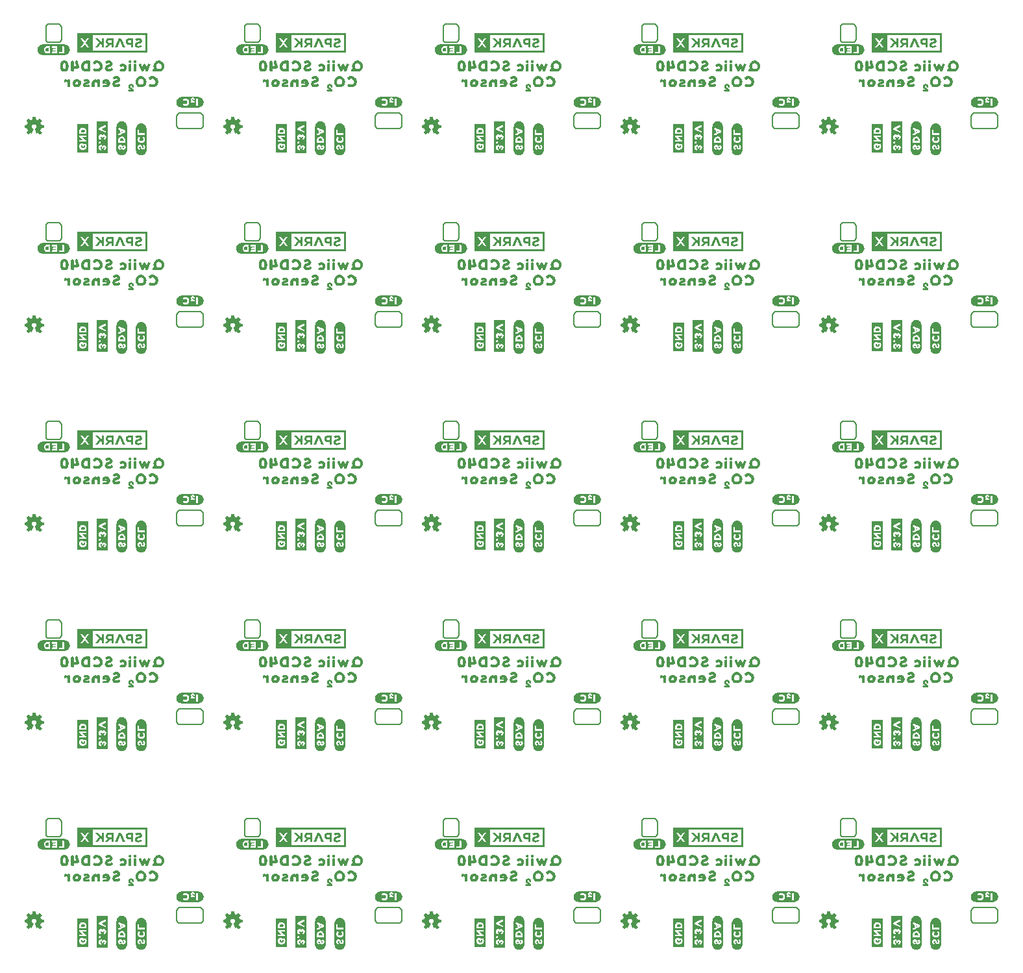
<source format=gbo>
G04 EAGLE Gerber RS-274X export*
G75*
%MOMM*%
%FSLAX34Y34*%
%LPD*%
%INSilkscreen Bottom*%
%IPPOS*%
%AMOC8*
5,1,8,0,0,1.08239X$1,22.5*%
G01*
%ADD10C,0.203200*%

G36*
X172767Y1188751D02*
X172767Y1188751D01*
X172762Y1188759D01*
X172769Y1188765D01*
X172769Y1214075D01*
X172733Y1214123D01*
X172726Y1214117D01*
X172720Y1214125D01*
X81280Y1214125D01*
X81233Y1214089D01*
X81238Y1214081D01*
X81231Y1214075D01*
X81231Y1188765D01*
X81267Y1188717D01*
X81274Y1188723D01*
X81280Y1188715D01*
X172720Y1188715D01*
X172767Y1188751D01*
G37*
G36*
X950007Y1188751D02*
X950007Y1188751D01*
X950002Y1188759D01*
X950009Y1188765D01*
X950009Y1214075D01*
X949973Y1214123D01*
X949966Y1214117D01*
X949960Y1214125D01*
X858520Y1214125D01*
X858473Y1214089D01*
X858478Y1214081D01*
X858471Y1214075D01*
X858471Y1188765D01*
X858507Y1188717D01*
X858514Y1188723D01*
X858520Y1188715D01*
X949960Y1188715D01*
X950007Y1188751D01*
G37*
G36*
X1209087Y1188751D02*
X1209087Y1188751D01*
X1209082Y1188759D01*
X1209089Y1188765D01*
X1209089Y1214075D01*
X1209053Y1214123D01*
X1209046Y1214117D01*
X1209040Y1214125D01*
X1117600Y1214125D01*
X1117553Y1214089D01*
X1117558Y1214081D01*
X1117551Y1214075D01*
X1117551Y1188765D01*
X1117587Y1188717D01*
X1117594Y1188723D01*
X1117600Y1188715D01*
X1209040Y1188715D01*
X1209087Y1188751D01*
G37*
G36*
X690927Y1188751D02*
X690927Y1188751D01*
X690922Y1188759D01*
X690929Y1188765D01*
X690929Y1214075D01*
X690893Y1214123D01*
X690886Y1214117D01*
X690880Y1214125D01*
X599440Y1214125D01*
X599393Y1214089D01*
X599398Y1214081D01*
X599391Y1214075D01*
X599391Y1188765D01*
X599427Y1188717D01*
X599434Y1188723D01*
X599440Y1188715D01*
X690880Y1188715D01*
X690927Y1188751D01*
G37*
G36*
X431847Y1188751D02*
X431847Y1188751D01*
X431842Y1188759D01*
X431849Y1188765D01*
X431849Y1214075D01*
X431813Y1214123D01*
X431806Y1214117D01*
X431800Y1214125D01*
X340360Y1214125D01*
X340313Y1214089D01*
X340318Y1214081D01*
X340311Y1214075D01*
X340311Y1188765D01*
X340347Y1188717D01*
X340354Y1188723D01*
X340360Y1188715D01*
X431800Y1188715D01*
X431847Y1188751D01*
G37*
G36*
X81267Y152397D02*
X81267Y152397D01*
X81274Y152403D01*
X81280Y152395D01*
X172720Y152395D01*
X172767Y152431D01*
X172762Y152439D01*
X172769Y152445D01*
X172769Y177755D01*
X172733Y177803D01*
X172726Y177797D01*
X172720Y177805D01*
X81280Y177805D01*
X81233Y177769D01*
X81238Y177761D01*
X81231Y177755D01*
X81231Y152445D01*
X81267Y152397D01*
G37*
G36*
X1209087Y411511D02*
X1209087Y411511D01*
X1209082Y411519D01*
X1209089Y411525D01*
X1209089Y436835D01*
X1209053Y436883D01*
X1209046Y436877D01*
X1209040Y436885D01*
X1117600Y436885D01*
X1117553Y436849D01*
X1117558Y436841D01*
X1117551Y436835D01*
X1117551Y411525D01*
X1117587Y411477D01*
X1117594Y411483D01*
X1117600Y411475D01*
X1209040Y411475D01*
X1209087Y411511D01*
G37*
G36*
X1209087Y929671D02*
X1209087Y929671D01*
X1209082Y929679D01*
X1209089Y929685D01*
X1209089Y954995D01*
X1209053Y955043D01*
X1209046Y955037D01*
X1209040Y955045D01*
X1117600Y955045D01*
X1117553Y955009D01*
X1117558Y955001D01*
X1117551Y954995D01*
X1117551Y929685D01*
X1117587Y929637D01*
X1117594Y929643D01*
X1117600Y929635D01*
X1209040Y929635D01*
X1209087Y929671D01*
G37*
G36*
X431847Y411511D02*
X431847Y411511D01*
X431842Y411519D01*
X431849Y411525D01*
X431849Y436835D01*
X431813Y436883D01*
X431806Y436877D01*
X431800Y436885D01*
X340360Y436885D01*
X340313Y436849D01*
X340318Y436841D01*
X340311Y436835D01*
X340311Y411525D01*
X340347Y411477D01*
X340354Y411483D01*
X340360Y411475D01*
X431800Y411475D01*
X431847Y411511D01*
G37*
G36*
X950007Y411511D02*
X950007Y411511D01*
X950002Y411519D01*
X950009Y411525D01*
X950009Y436835D01*
X949973Y436883D01*
X949966Y436877D01*
X949960Y436885D01*
X858520Y436885D01*
X858473Y436849D01*
X858478Y436841D01*
X858471Y436835D01*
X858471Y411525D01*
X858507Y411477D01*
X858514Y411483D01*
X858520Y411475D01*
X949960Y411475D01*
X950007Y411511D01*
G37*
G36*
X690927Y411511D02*
X690927Y411511D01*
X690922Y411519D01*
X690929Y411525D01*
X690929Y436835D01*
X690893Y436883D01*
X690886Y436877D01*
X690880Y436885D01*
X599440Y436885D01*
X599393Y436849D01*
X599398Y436841D01*
X599391Y436835D01*
X599391Y411525D01*
X599427Y411477D01*
X599434Y411483D01*
X599440Y411475D01*
X690880Y411475D01*
X690927Y411511D01*
G37*
G36*
X172767Y411511D02*
X172767Y411511D01*
X172762Y411519D01*
X172769Y411525D01*
X172769Y436835D01*
X172733Y436883D01*
X172726Y436877D01*
X172720Y436885D01*
X81280Y436885D01*
X81233Y436849D01*
X81238Y436841D01*
X81231Y436835D01*
X81231Y411525D01*
X81267Y411477D01*
X81274Y411483D01*
X81280Y411475D01*
X172720Y411475D01*
X172767Y411511D01*
G37*
G36*
X690927Y929671D02*
X690927Y929671D01*
X690922Y929679D01*
X690929Y929685D01*
X690929Y954995D01*
X690893Y955043D01*
X690886Y955037D01*
X690880Y955045D01*
X599440Y955045D01*
X599393Y955009D01*
X599398Y955001D01*
X599391Y954995D01*
X599391Y929685D01*
X599427Y929637D01*
X599434Y929643D01*
X599440Y929635D01*
X690880Y929635D01*
X690927Y929671D01*
G37*
G36*
X431847Y152431D02*
X431847Y152431D01*
X431842Y152439D01*
X431849Y152445D01*
X431849Y177755D01*
X431813Y177803D01*
X431806Y177797D01*
X431800Y177805D01*
X340360Y177805D01*
X340313Y177769D01*
X340318Y177761D01*
X340311Y177755D01*
X340311Y152445D01*
X340347Y152397D01*
X340354Y152403D01*
X340360Y152395D01*
X431800Y152395D01*
X431847Y152431D01*
G37*
G36*
X950007Y152431D02*
X950007Y152431D01*
X950002Y152439D01*
X950009Y152445D01*
X950009Y177755D01*
X949973Y177803D01*
X949966Y177797D01*
X949960Y177805D01*
X858520Y177805D01*
X858473Y177769D01*
X858478Y177761D01*
X858471Y177755D01*
X858471Y152445D01*
X858507Y152397D01*
X858514Y152403D01*
X858520Y152395D01*
X949960Y152395D01*
X950007Y152431D01*
G37*
G36*
X950007Y929671D02*
X950007Y929671D01*
X950002Y929679D01*
X950009Y929685D01*
X950009Y954995D01*
X949973Y955043D01*
X949966Y955037D01*
X949960Y955045D01*
X858520Y955045D01*
X858473Y955009D01*
X858478Y955001D01*
X858471Y954995D01*
X858471Y929685D01*
X858507Y929637D01*
X858514Y929643D01*
X858520Y929635D01*
X949960Y929635D01*
X950007Y929671D01*
G37*
G36*
X172767Y929671D02*
X172767Y929671D01*
X172762Y929679D01*
X172769Y929685D01*
X172769Y954995D01*
X172733Y955043D01*
X172726Y955037D01*
X172720Y955045D01*
X81280Y955045D01*
X81233Y955009D01*
X81238Y955001D01*
X81231Y954995D01*
X81231Y929685D01*
X81267Y929637D01*
X81274Y929643D01*
X81280Y929635D01*
X172720Y929635D01*
X172767Y929671D01*
G37*
G36*
X1209087Y152431D02*
X1209087Y152431D01*
X1209082Y152439D01*
X1209089Y152445D01*
X1209089Y177755D01*
X1209053Y177803D01*
X1209046Y177797D01*
X1209040Y177805D01*
X1117600Y177805D01*
X1117553Y177769D01*
X1117558Y177761D01*
X1117551Y177755D01*
X1117551Y152445D01*
X1117587Y152397D01*
X1117594Y152403D01*
X1117600Y152395D01*
X1209040Y152395D01*
X1209087Y152431D01*
G37*
G36*
X690927Y670591D02*
X690927Y670591D01*
X690922Y670599D01*
X690929Y670605D01*
X690929Y695915D01*
X690893Y695963D01*
X690886Y695957D01*
X690880Y695965D01*
X599440Y695965D01*
X599393Y695929D01*
X599398Y695921D01*
X599391Y695915D01*
X599391Y670605D01*
X599427Y670557D01*
X599434Y670563D01*
X599440Y670555D01*
X690880Y670555D01*
X690927Y670591D01*
G37*
G36*
X1209087Y670591D02*
X1209087Y670591D01*
X1209082Y670599D01*
X1209089Y670605D01*
X1209089Y695915D01*
X1209053Y695963D01*
X1209046Y695957D01*
X1209040Y695965D01*
X1117600Y695965D01*
X1117553Y695929D01*
X1117558Y695921D01*
X1117551Y695915D01*
X1117551Y670605D01*
X1117587Y670557D01*
X1117594Y670563D01*
X1117600Y670555D01*
X1209040Y670555D01*
X1209087Y670591D01*
G37*
G36*
X431847Y670591D02*
X431847Y670591D01*
X431842Y670599D01*
X431849Y670605D01*
X431849Y695915D01*
X431813Y695963D01*
X431806Y695957D01*
X431800Y695965D01*
X340360Y695965D01*
X340313Y695929D01*
X340318Y695921D01*
X340311Y695915D01*
X340311Y670605D01*
X340347Y670557D01*
X340354Y670563D01*
X340360Y670555D01*
X431800Y670555D01*
X431847Y670591D01*
G37*
G36*
X950007Y670591D02*
X950007Y670591D01*
X950002Y670599D01*
X950009Y670605D01*
X950009Y695915D01*
X949973Y695963D01*
X949966Y695957D01*
X949960Y695965D01*
X858520Y695965D01*
X858473Y695929D01*
X858478Y695921D01*
X858471Y695915D01*
X858471Y670605D01*
X858507Y670557D01*
X858514Y670563D01*
X858520Y670555D01*
X949960Y670555D01*
X950007Y670591D01*
G37*
G36*
X431847Y929671D02*
X431847Y929671D01*
X431842Y929679D01*
X431849Y929685D01*
X431849Y954995D01*
X431813Y955043D01*
X431806Y955037D01*
X431800Y955045D01*
X340360Y955045D01*
X340313Y955009D01*
X340318Y955001D01*
X340311Y954995D01*
X340311Y929685D01*
X340347Y929637D01*
X340354Y929643D01*
X340360Y929635D01*
X431800Y929635D01*
X431847Y929671D01*
G37*
G36*
X172767Y670591D02*
X172767Y670591D01*
X172762Y670599D01*
X172769Y670605D01*
X172769Y695915D01*
X172733Y695963D01*
X172726Y695957D01*
X172720Y695965D01*
X81280Y695965D01*
X81233Y695929D01*
X81238Y695921D01*
X81231Y695915D01*
X81231Y670605D01*
X81267Y670557D01*
X81274Y670563D01*
X81280Y670555D01*
X172720Y670555D01*
X172767Y670591D01*
G37*
G36*
X690927Y152431D02*
X690927Y152431D01*
X690922Y152439D01*
X690929Y152445D01*
X690929Y177755D01*
X690893Y177803D01*
X690886Y177797D01*
X690880Y177805D01*
X599440Y177805D01*
X599393Y177769D01*
X599398Y177761D01*
X599391Y177755D01*
X599391Y152445D01*
X599427Y152397D01*
X599434Y152403D01*
X599440Y152395D01*
X690880Y152395D01*
X690927Y152431D01*
G37*
%LPC*%
G36*
X360837Y1191164D02*
X360837Y1191164D01*
X360837Y1211676D01*
X429401Y1211676D01*
X429401Y1191164D01*
X360837Y1191164D01*
G37*
%LPD*%
%LPC*%
G36*
X101757Y1191164D02*
X101757Y1191164D01*
X101757Y1211676D01*
X170321Y1211676D01*
X170321Y1191164D01*
X101757Y1191164D01*
G37*
%LPD*%
%LPC*%
G36*
X1138077Y1191164D02*
X1138077Y1191164D01*
X1138077Y1211676D01*
X1206641Y1211676D01*
X1206641Y1191164D01*
X1138077Y1191164D01*
G37*
%LPD*%
%LPC*%
G36*
X878997Y1191164D02*
X878997Y1191164D01*
X878997Y1211676D01*
X947561Y1211676D01*
X947561Y1191164D01*
X878997Y1191164D01*
G37*
%LPD*%
%LPC*%
G36*
X1138077Y673004D02*
X1138077Y673004D01*
X1138077Y693516D01*
X1206641Y693516D01*
X1206641Y673004D01*
X1138077Y673004D01*
G37*
%LPD*%
%LPC*%
G36*
X101757Y673004D02*
X101757Y673004D01*
X101757Y693516D01*
X170321Y693516D01*
X170321Y673004D01*
X101757Y673004D01*
G37*
%LPD*%
%LPC*%
G36*
X101757Y413924D02*
X101757Y413924D01*
X101757Y434436D01*
X170321Y434436D01*
X170321Y413924D01*
X101757Y413924D01*
G37*
%LPD*%
%LPC*%
G36*
X170321Y175356D02*
X170321Y175356D01*
X170321Y154844D01*
X101757Y154844D01*
X101757Y175356D01*
X170321Y175356D01*
G37*
%LPD*%
%LPC*%
G36*
X360837Y154844D02*
X360837Y154844D01*
X360837Y175356D01*
X429401Y175356D01*
X429401Y154844D01*
X360837Y154844D01*
G37*
%LPD*%
%LPC*%
G36*
X619917Y154844D02*
X619917Y154844D01*
X619917Y175356D01*
X688481Y175356D01*
X688481Y154844D01*
X619917Y154844D01*
G37*
%LPD*%
%LPC*%
G36*
X878997Y673004D02*
X878997Y673004D01*
X878997Y693516D01*
X947561Y693516D01*
X947561Y673004D01*
X878997Y673004D01*
G37*
%LPD*%
%LPC*%
G36*
X1138077Y413924D02*
X1138077Y413924D01*
X1138077Y434436D01*
X1206641Y434436D01*
X1206641Y413924D01*
X1138077Y413924D01*
G37*
%LPD*%
%LPC*%
G36*
X360837Y673004D02*
X360837Y673004D01*
X360837Y693516D01*
X429401Y693516D01*
X429401Y673004D01*
X360837Y673004D01*
G37*
%LPD*%
%LPC*%
G36*
X619917Y673004D02*
X619917Y673004D01*
X619917Y693516D01*
X688481Y693516D01*
X688481Y673004D01*
X619917Y673004D01*
G37*
%LPD*%
%LPC*%
G36*
X360837Y413924D02*
X360837Y413924D01*
X360837Y434436D01*
X429401Y434436D01*
X429401Y413924D01*
X360837Y413924D01*
G37*
%LPD*%
%LPC*%
G36*
X619917Y932084D02*
X619917Y932084D01*
X619917Y952596D01*
X688481Y952596D01*
X688481Y932084D01*
X619917Y932084D01*
G37*
%LPD*%
%LPC*%
G36*
X360837Y932084D02*
X360837Y932084D01*
X360837Y952596D01*
X429401Y952596D01*
X429401Y932084D01*
X360837Y932084D01*
G37*
%LPD*%
%LPC*%
G36*
X1138077Y932084D02*
X1138077Y932084D01*
X1138077Y952596D01*
X1206641Y952596D01*
X1206641Y932084D01*
X1138077Y932084D01*
G37*
%LPD*%
%LPC*%
G36*
X619917Y1191164D02*
X619917Y1191164D01*
X619917Y1211676D01*
X688481Y1211676D01*
X688481Y1191164D01*
X619917Y1191164D01*
G37*
%LPD*%
%LPC*%
G36*
X101757Y932084D02*
X101757Y932084D01*
X101757Y952596D01*
X170321Y952596D01*
X170321Y932084D01*
X101757Y932084D01*
G37*
%LPD*%
%LPC*%
G36*
X878997Y154844D02*
X878997Y154844D01*
X878997Y175356D01*
X947561Y175356D01*
X947561Y154844D01*
X878997Y154844D01*
G37*
%LPD*%
%LPC*%
G36*
X1138077Y154844D02*
X1138077Y154844D01*
X1138077Y175356D01*
X1206641Y175356D01*
X1206641Y154844D01*
X1138077Y154844D01*
G37*
%LPD*%
%LPC*%
G36*
X619917Y413924D02*
X619917Y413924D01*
X619917Y434436D01*
X688481Y434436D01*
X688481Y413924D01*
X619917Y413924D01*
G37*
%LPD*%
%LPC*%
G36*
X878997Y413924D02*
X878997Y413924D01*
X878997Y434436D01*
X947561Y434436D01*
X947561Y413924D01*
X878997Y413924D01*
G37*
%LPD*%
%LPC*%
G36*
X878997Y932084D02*
X878997Y932084D01*
X878997Y952596D01*
X947561Y952596D01*
X947561Y932084D01*
X878997Y932084D01*
G37*
%LPD*%
G36*
X120505Y21064D02*
X120505Y21064D01*
X120508Y21061D01*
X121108Y21161D01*
X121149Y21205D01*
X121146Y21208D01*
X121149Y21210D01*
X121149Y62410D01*
X121130Y62436D01*
X121130Y62449D01*
X120730Y62749D01*
X120708Y62749D01*
X120700Y62759D01*
X107800Y62759D01*
X107774Y62740D01*
X107761Y62740D01*
X107461Y62340D01*
X107461Y62318D01*
X107451Y62310D01*
X107451Y21710D01*
X107458Y21701D01*
X107453Y21694D01*
X107653Y21094D01*
X107697Y21064D01*
X107700Y21061D01*
X120500Y21061D01*
X120505Y21064D01*
G37*
G36*
X379585Y21064D02*
X379585Y21064D01*
X379588Y21061D01*
X380188Y21161D01*
X380229Y21205D01*
X380226Y21208D01*
X380229Y21210D01*
X380229Y62410D01*
X380210Y62436D01*
X380210Y62449D01*
X379810Y62749D01*
X379788Y62749D01*
X379780Y62759D01*
X366880Y62759D01*
X366854Y62740D01*
X366841Y62740D01*
X366541Y62340D01*
X366541Y62318D01*
X366531Y62310D01*
X366531Y21710D01*
X366538Y21701D01*
X366533Y21694D01*
X366733Y21094D01*
X366777Y21064D01*
X366780Y21061D01*
X379580Y21061D01*
X379585Y21064D01*
G37*
G36*
X897745Y21064D02*
X897745Y21064D01*
X897748Y21061D01*
X898348Y21161D01*
X898389Y21205D01*
X898386Y21208D01*
X898389Y21210D01*
X898389Y62410D01*
X898370Y62436D01*
X898370Y62449D01*
X897970Y62749D01*
X897948Y62749D01*
X897940Y62759D01*
X885040Y62759D01*
X885014Y62740D01*
X885001Y62740D01*
X884701Y62340D01*
X884701Y62318D01*
X884691Y62310D01*
X884691Y21710D01*
X884698Y21701D01*
X884693Y21694D01*
X884893Y21094D01*
X884937Y21064D01*
X884940Y21061D01*
X897740Y21061D01*
X897745Y21064D01*
G37*
G36*
X1156825Y21064D02*
X1156825Y21064D01*
X1156828Y21061D01*
X1157428Y21161D01*
X1157469Y21205D01*
X1157466Y21208D01*
X1157469Y21210D01*
X1157469Y62410D01*
X1157450Y62436D01*
X1157450Y62449D01*
X1157050Y62749D01*
X1157028Y62749D01*
X1157020Y62759D01*
X1144120Y62759D01*
X1144094Y62740D01*
X1144081Y62740D01*
X1143781Y62340D01*
X1143781Y62318D01*
X1143771Y62310D01*
X1143771Y21710D01*
X1143778Y21701D01*
X1143773Y21694D01*
X1143973Y21094D01*
X1144017Y21064D01*
X1144020Y21061D01*
X1156820Y21061D01*
X1156825Y21064D01*
G37*
G36*
X638665Y21064D02*
X638665Y21064D01*
X638668Y21061D01*
X639268Y21161D01*
X639309Y21205D01*
X639306Y21208D01*
X639309Y21210D01*
X639309Y62410D01*
X639290Y62436D01*
X639290Y62449D01*
X638890Y62749D01*
X638868Y62749D01*
X638860Y62759D01*
X625960Y62759D01*
X625934Y62740D01*
X625921Y62740D01*
X625621Y62340D01*
X625621Y62318D01*
X625611Y62310D01*
X625611Y21710D01*
X625618Y21701D01*
X625613Y21694D01*
X625813Y21094D01*
X625857Y21064D01*
X625860Y21061D01*
X638660Y21061D01*
X638665Y21064D01*
G37*
G36*
X379585Y280144D02*
X379585Y280144D01*
X379588Y280141D01*
X380188Y280241D01*
X380229Y280285D01*
X380226Y280288D01*
X380229Y280290D01*
X380229Y321490D01*
X380210Y321516D01*
X380210Y321529D01*
X379810Y321829D01*
X379788Y321829D01*
X379780Y321839D01*
X366880Y321839D01*
X366854Y321820D01*
X366841Y321820D01*
X366541Y321420D01*
X366541Y321398D01*
X366531Y321390D01*
X366531Y280790D01*
X366538Y280781D01*
X366533Y280774D01*
X366733Y280174D01*
X366777Y280144D01*
X366780Y280141D01*
X379580Y280141D01*
X379585Y280144D01*
G37*
G36*
X379585Y539224D02*
X379585Y539224D01*
X379588Y539221D01*
X380188Y539321D01*
X380229Y539365D01*
X380226Y539368D01*
X380229Y539370D01*
X380229Y580570D01*
X380210Y580596D01*
X380210Y580609D01*
X379810Y580909D01*
X379788Y580909D01*
X379780Y580919D01*
X366880Y580919D01*
X366854Y580900D01*
X366841Y580900D01*
X366541Y580500D01*
X366541Y580478D01*
X366531Y580470D01*
X366531Y539870D01*
X366538Y539861D01*
X366533Y539854D01*
X366733Y539254D01*
X366777Y539224D01*
X366780Y539221D01*
X379580Y539221D01*
X379585Y539224D01*
G37*
G36*
X897745Y539224D02*
X897745Y539224D01*
X897748Y539221D01*
X898348Y539321D01*
X898389Y539365D01*
X898386Y539368D01*
X898389Y539370D01*
X898389Y580570D01*
X898370Y580596D01*
X898370Y580609D01*
X897970Y580909D01*
X897948Y580909D01*
X897940Y580919D01*
X885040Y580919D01*
X885014Y580900D01*
X885001Y580900D01*
X884701Y580500D01*
X884701Y580478D01*
X884691Y580470D01*
X884691Y539870D01*
X884698Y539861D01*
X884693Y539854D01*
X884893Y539254D01*
X884937Y539224D01*
X884940Y539221D01*
X897740Y539221D01*
X897745Y539224D01*
G37*
G36*
X638665Y539224D02*
X638665Y539224D01*
X638668Y539221D01*
X639268Y539321D01*
X639309Y539365D01*
X639306Y539368D01*
X639309Y539370D01*
X639309Y580570D01*
X639290Y580596D01*
X639290Y580609D01*
X638890Y580909D01*
X638868Y580909D01*
X638860Y580919D01*
X625960Y580919D01*
X625934Y580900D01*
X625921Y580900D01*
X625621Y580500D01*
X625621Y580478D01*
X625611Y580470D01*
X625611Y539870D01*
X625618Y539861D01*
X625613Y539854D01*
X625813Y539254D01*
X625857Y539224D01*
X625860Y539221D01*
X638660Y539221D01*
X638665Y539224D01*
G37*
G36*
X1156825Y539224D02*
X1156825Y539224D01*
X1156828Y539221D01*
X1157428Y539321D01*
X1157469Y539365D01*
X1157466Y539368D01*
X1157469Y539370D01*
X1157469Y580570D01*
X1157450Y580596D01*
X1157450Y580609D01*
X1157050Y580909D01*
X1157028Y580909D01*
X1157020Y580919D01*
X1144120Y580919D01*
X1144094Y580900D01*
X1144081Y580900D01*
X1143781Y580500D01*
X1143781Y580478D01*
X1143771Y580470D01*
X1143771Y539870D01*
X1143778Y539861D01*
X1143773Y539854D01*
X1143973Y539254D01*
X1144017Y539224D01*
X1144020Y539221D01*
X1156820Y539221D01*
X1156825Y539224D01*
G37*
G36*
X120505Y539224D02*
X120505Y539224D01*
X120508Y539221D01*
X121108Y539321D01*
X121149Y539365D01*
X121146Y539368D01*
X121149Y539370D01*
X121149Y580570D01*
X121130Y580596D01*
X121130Y580609D01*
X120730Y580909D01*
X120708Y580909D01*
X120700Y580919D01*
X107800Y580919D01*
X107774Y580900D01*
X107761Y580900D01*
X107461Y580500D01*
X107461Y580478D01*
X107451Y580470D01*
X107451Y539870D01*
X107458Y539861D01*
X107453Y539854D01*
X107653Y539254D01*
X107697Y539224D01*
X107700Y539221D01*
X120500Y539221D01*
X120505Y539224D01*
G37*
G36*
X120505Y280144D02*
X120505Y280144D01*
X120508Y280141D01*
X121108Y280241D01*
X121149Y280285D01*
X121146Y280288D01*
X121149Y280290D01*
X121149Y321490D01*
X121130Y321516D01*
X121130Y321529D01*
X120730Y321829D01*
X120708Y321829D01*
X120700Y321839D01*
X107800Y321839D01*
X107774Y321820D01*
X107761Y321820D01*
X107461Y321420D01*
X107461Y321398D01*
X107451Y321390D01*
X107451Y280790D01*
X107458Y280781D01*
X107453Y280774D01*
X107653Y280174D01*
X107697Y280144D01*
X107700Y280141D01*
X120500Y280141D01*
X120505Y280144D01*
G37*
G36*
X1156825Y280144D02*
X1156825Y280144D01*
X1156828Y280141D01*
X1157428Y280241D01*
X1157469Y280285D01*
X1157466Y280288D01*
X1157469Y280290D01*
X1157469Y321490D01*
X1157450Y321516D01*
X1157450Y321529D01*
X1157050Y321829D01*
X1157028Y321829D01*
X1157020Y321839D01*
X1144120Y321839D01*
X1144094Y321820D01*
X1144081Y321820D01*
X1143781Y321420D01*
X1143781Y321398D01*
X1143771Y321390D01*
X1143771Y280790D01*
X1143778Y280781D01*
X1143773Y280774D01*
X1143973Y280174D01*
X1144017Y280144D01*
X1144020Y280141D01*
X1156820Y280141D01*
X1156825Y280144D01*
G37*
G36*
X897745Y280144D02*
X897745Y280144D01*
X897748Y280141D01*
X898348Y280241D01*
X898389Y280285D01*
X898386Y280288D01*
X898389Y280290D01*
X898389Y321490D01*
X898370Y321516D01*
X898370Y321529D01*
X897970Y321829D01*
X897948Y321829D01*
X897940Y321839D01*
X885040Y321839D01*
X885014Y321820D01*
X885001Y321820D01*
X884701Y321420D01*
X884701Y321398D01*
X884691Y321390D01*
X884691Y280790D01*
X884698Y280781D01*
X884693Y280774D01*
X884893Y280174D01*
X884937Y280144D01*
X884940Y280141D01*
X897740Y280141D01*
X897745Y280144D01*
G37*
G36*
X638665Y280144D02*
X638665Y280144D01*
X638668Y280141D01*
X639268Y280241D01*
X639309Y280285D01*
X639306Y280288D01*
X639309Y280290D01*
X639309Y321490D01*
X639290Y321516D01*
X639290Y321529D01*
X638890Y321829D01*
X638868Y321829D01*
X638860Y321839D01*
X625960Y321839D01*
X625934Y321820D01*
X625921Y321820D01*
X625621Y321420D01*
X625621Y321398D01*
X625611Y321390D01*
X625611Y280790D01*
X625618Y280781D01*
X625613Y280774D01*
X625813Y280174D01*
X625857Y280144D01*
X625860Y280141D01*
X638660Y280141D01*
X638665Y280144D01*
G37*
G36*
X120505Y798304D02*
X120505Y798304D01*
X120508Y798301D01*
X121108Y798401D01*
X121149Y798445D01*
X121146Y798448D01*
X121149Y798450D01*
X121149Y839650D01*
X121130Y839676D01*
X121130Y839689D01*
X120730Y839989D01*
X120708Y839989D01*
X120700Y839999D01*
X107800Y839999D01*
X107774Y839980D01*
X107761Y839980D01*
X107461Y839580D01*
X107461Y839558D01*
X107451Y839550D01*
X107451Y798950D01*
X107458Y798941D01*
X107453Y798934D01*
X107653Y798334D01*
X107697Y798304D01*
X107700Y798301D01*
X120500Y798301D01*
X120505Y798304D01*
G37*
G36*
X638665Y798304D02*
X638665Y798304D01*
X638668Y798301D01*
X639268Y798401D01*
X639309Y798445D01*
X639306Y798448D01*
X639309Y798450D01*
X639309Y839650D01*
X639290Y839676D01*
X639290Y839689D01*
X638890Y839989D01*
X638868Y839989D01*
X638860Y839999D01*
X625960Y839999D01*
X625934Y839980D01*
X625921Y839980D01*
X625621Y839580D01*
X625621Y839558D01*
X625611Y839550D01*
X625611Y798950D01*
X625618Y798941D01*
X625613Y798934D01*
X625813Y798334D01*
X625857Y798304D01*
X625860Y798301D01*
X638660Y798301D01*
X638665Y798304D01*
G37*
G36*
X897745Y798304D02*
X897745Y798304D01*
X897748Y798301D01*
X898348Y798401D01*
X898389Y798445D01*
X898386Y798448D01*
X898389Y798450D01*
X898389Y839650D01*
X898370Y839676D01*
X898370Y839689D01*
X897970Y839989D01*
X897948Y839989D01*
X897940Y839999D01*
X885040Y839999D01*
X885014Y839980D01*
X885001Y839980D01*
X884701Y839580D01*
X884701Y839558D01*
X884691Y839550D01*
X884691Y798950D01*
X884698Y798941D01*
X884693Y798934D01*
X884893Y798334D01*
X884937Y798304D01*
X884940Y798301D01*
X897740Y798301D01*
X897745Y798304D01*
G37*
G36*
X379585Y798304D02*
X379585Y798304D01*
X379588Y798301D01*
X380188Y798401D01*
X380229Y798445D01*
X380226Y798448D01*
X380229Y798450D01*
X380229Y839650D01*
X380210Y839676D01*
X380210Y839689D01*
X379810Y839989D01*
X379788Y839989D01*
X379780Y839999D01*
X366880Y839999D01*
X366854Y839980D01*
X366841Y839980D01*
X366541Y839580D01*
X366541Y839558D01*
X366531Y839550D01*
X366531Y798950D01*
X366538Y798941D01*
X366533Y798934D01*
X366733Y798334D01*
X366777Y798304D01*
X366780Y798301D01*
X379580Y798301D01*
X379585Y798304D01*
G37*
G36*
X1156825Y798304D02*
X1156825Y798304D01*
X1156828Y798301D01*
X1157428Y798401D01*
X1157469Y798445D01*
X1157466Y798448D01*
X1157469Y798450D01*
X1157469Y839650D01*
X1157450Y839676D01*
X1157450Y839689D01*
X1157050Y839989D01*
X1157028Y839989D01*
X1157020Y839999D01*
X1144120Y839999D01*
X1144094Y839980D01*
X1144081Y839980D01*
X1143781Y839580D01*
X1143781Y839558D01*
X1143771Y839550D01*
X1143771Y798950D01*
X1143778Y798941D01*
X1143773Y798934D01*
X1143973Y798334D01*
X1144017Y798304D01*
X1144020Y798301D01*
X1156820Y798301D01*
X1156825Y798304D01*
G37*
G36*
X897745Y1057384D02*
X897745Y1057384D01*
X897748Y1057381D01*
X898348Y1057481D01*
X898389Y1057525D01*
X898386Y1057528D01*
X898389Y1057530D01*
X898389Y1098730D01*
X898370Y1098756D01*
X898370Y1098769D01*
X897970Y1099069D01*
X897948Y1099069D01*
X897940Y1099079D01*
X885040Y1099079D01*
X885014Y1099060D01*
X885001Y1099060D01*
X884701Y1098660D01*
X884701Y1098638D01*
X884691Y1098630D01*
X884691Y1058030D01*
X884698Y1058021D01*
X884693Y1058014D01*
X884893Y1057414D01*
X884937Y1057384D01*
X884940Y1057381D01*
X897740Y1057381D01*
X897745Y1057384D01*
G37*
G36*
X379585Y1057384D02*
X379585Y1057384D01*
X379588Y1057381D01*
X380188Y1057481D01*
X380229Y1057525D01*
X380226Y1057528D01*
X380229Y1057530D01*
X380229Y1098730D01*
X380210Y1098756D01*
X380210Y1098769D01*
X379810Y1099069D01*
X379788Y1099069D01*
X379780Y1099079D01*
X366880Y1099079D01*
X366854Y1099060D01*
X366841Y1099060D01*
X366541Y1098660D01*
X366541Y1098638D01*
X366531Y1098630D01*
X366531Y1058030D01*
X366538Y1058021D01*
X366533Y1058014D01*
X366733Y1057414D01*
X366777Y1057384D01*
X366780Y1057381D01*
X379580Y1057381D01*
X379585Y1057384D01*
G37*
G36*
X1156825Y1057384D02*
X1156825Y1057384D01*
X1156828Y1057381D01*
X1157428Y1057481D01*
X1157469Y1057525D01*
X1157466Y1057528D01*
X1157469Y1057530D01*
X1157469Y1098730D01*
X1157450Y1098756D01*
X1157450Y1098769D01*
X1157050Y1099069D01*
X1157028Y1099069D01*
X1157020Y1099079D01*
X1144120Y1099079D01*
X1144094Y1099060D01*
X1144081Y1099060D01*
X1143781Y1098660D01*
X1143781Y1098638D01*
X1143771Y1098630D01*
X1143771Y1058030D01*
X1143778Y1058021D01*
X1143773Y1058014D01*
X1143973Y1057414D01*
X1144017Y1057384D01*
X1144020Y1057381D01*
X1156820Y1057381D01*
X1156825Y1057384D01*
G37*
G36*
X638665Y1057384D02*
X638665Y1057384D01*
X638668Y1057381D01*
X639268Y1057481D01*
X639309Y1057525D01*
X639306Y1057528D01*
X639309Y1057530D01*
X639309Y1098730D01*
X639290Y1098756D01*
X639290Y1098769D01*
X638890Y1099069D01*
X638868Y1099069D01*
X638860Y1099079D01*
X625960Y1099079D01*
X625934Y1099060D01*
X625921Y1099060D01*
X625621Y1098660D01*
X625621Y1098638D01*
X625611Y1098630D01*
X625611Y1058030D01*
X625618Y1058021D01*
X625613Y1058014D01*
X625813Y1057414D01*
X625857Y1057384D01*
X625860Y1057381D01*
X638660Y1057381D01*
X638665Y1057384D01*
G37*
G36*
X120505Y1057384D02*
X120505Y1057384D01*
X120508Y1057381D01*
X121108Y1057481D01*
X121149Y1057525D01*
X121146Y1057528D01*
X121149Y1057530D01*
X121149Y1098730D01*
X121130Y1098756D01*
X121130Y1098769D01*
X120730Y1099069D01*
X120708Y1099069D01*
X120700Y1099079D01*
X107800Y1099079D01*
X107774Y1099060D01*
X107761Y1099060D01*
X107461Y1098660D01*
X107461Y1098638D01*
X107451Y1098630D01*
X107451Y1058030D01*
X107458Y1058021D01*
X107453Y1058014D01*
X107653Y1057414D01*
X107697Y1057384D01*
X107700Y1057381D01*
X120500Y1057381D01*
X120505Y1057384D01*
G37*
G36*
X140304Y277474D02*
X140304Y277474D01*
X140307Y277471D01*
X141007Y277571D01*
X141012Y277576D01*
X141016Y277573D01*
X141615Y277773D01*
X142314Y277973D01*
X142318Y277978D01*
X142322Y277976D01*
X142922Y278276D01*
X142924Y278280D01*
X142927Y278279D01*
X143527Y278679D01*
X143528Y278682D01*
X143531Y278682D01*
X144531Y279482D01*
X144532Y279486D01*
X144535Y279485D01*
X145035Y279985D01*
X145036Y279992D01*
X145041Y279993D01*
X145441Y280593D01*
X145441Y280597D01*
X145444Y280598D01*
X146044Y281798D01*
X146043Y281803D01*
X146047Y281804D01*
X146247Y282404D01*
X146246Y282406D01*
X146247Y282406D01*
X146283Y282530D01*
X146297Y282579D01*
X146339Y282727D01*
X146381Y282875D01*
X146395Y282924D01*
X146437Y283072D01*
X146438Y283072D01*
X146437Y283072D01*
X146447Y283106D01*
X146446Y283110D01*
X146449Y283112D01*
X146549Y283712D01*
X146546Y283717D01*
X146549Y283720D01*
X146549Y315520D01*
X146546Y315525D01*
X146549Y315528D01*
X146449Y316128D01*
X146349Y316827D01*
X146344Y316832D01*
X146347Y316836D01*
X146147Y317436D01*
X146144Y317437D01*
X146145Y317439D01*
X145845Y318139D01*
X145843Y318141D01*
X145844Y318142D01*
X145544Y318742D01*
X145537Y318745D01*
X145538Y318751D01*
X144738Y319751D01*
X144734Y319752D01*
X144735Y319755D01*
X144235Y320255D01*
X144228Y320256D01*
X144227Y320261D01*
X143629Y320660D01*
X143131Y321058D01*
X143123Y321059D01*
X143122Y321064D01*
X142522Y321364D01*
X142515Y321363D01*
X142514Y321367D01*
X141815Y321567D01*
X141216Y321767D01*
X141209Y321765D01*
X141207Y321769D01*
X139807Y321969D01*
X139802Y321966D01*
X139800Y321969D01*
X139200Y321969D01*
X139196Y321966D01*
X139193Y321969D01*
X138493Y321869D01*
X138489Y321865D01*
X138486Y321867D01*
X137786Y321667D01*
X137785Y321666D01*
X137784Y321667D01*
X137184Y321467D01*
X137181Y321462D01*
X137178Y321464D01*
X135978Y320864D01*
X135976Y320860D01*
X135973Y320861D01*
X135373Y320461D01*
X135370Y320454D01*
X135365Y320455D01*
X134865Y319955D01*
X134865Y319951D01*
X134862Y319951D01*
X134062Y318951D01*
X134061Y318947D01*
X134059Y318947D01*
X133659Y318347D01*
X133659Y318343D01*
X133656Y318342D01*
X133356Y317742D01*
X133357Y317737D01*
X133353Y317736D01*
X133153Y317136D01*
X133154Y317134D01*
X133153Y317134D01*
X133152Y317130D01*
X133110Y316983D01*
X133067Y316835D01*
X133053Y316786D01*
X133011Y316638D01*
X132969Y316490D01*
X132955Y316441D01*
X132953Y316434D01*
X132956Y316424D01*
X132951Y316420D01*
X132951Y315723D01*
X132851Y315027D01*
X132854Y315022D01*
X132851Y315020D01*
X132851Y283920D01*
X132854Y283916D01*
X132851Y283913D01*
X132951Y283213D01*
X132956Y283208D01*
X132953Y283204D01*
X133153Y282605D01*
X133353Y281906D01*
X133354Y281905D01*
X133353Y281904D01*
X133553Y281304D01*
X133561Y281299D01*
X133559Y281293D01*
X133957Y280695D01*
X134256Y280098D01*
X134266Y280093D01*
X134265Y280085D01*
X134765Y279585D01*
X134769Y279585D01*
X134769Y279582D01*
X135267Y279183D01*
X135765Y278685D01*
X135777Y278684D01*
X135778Y278676D01*
X137578Y277776D01*
X137589Y277778D01*
X137593Y277771D01*
X138293Y277671D01*
X138992Y277571D01*
X139592Y277471D01*
X139597Y277474D01*
X139600Y277471D01*
X140300Y277471D01*
X140304Y277474D01*
G37*
G36*
X658464Y277474D02*
X658464Y277474D01*
X658467Y277471D01*
X659167Y277571D01*
X659172Y277576D01*
X659176Y277573D01*
X659775Y277773D01*
X660474Y277973D01*
X660478Y277978D01*
X660482Y277976D01*
X661082Y278276D01*
X661084Y278280D01*
X661087Y278279D01*
X661687Y278679D01*
X661688Y278682D01*
X661691Y278682D01*
X662691Y279482D01*
X662692Y279486D01*
X662695Y279485D01*
X663195Y279985D01*
X663196Y279992D01*
X663201Y279993D01*
X663601Y280593D01*
X663601Y280597D01*
X663604Y280598D01*
X664204Y281798D01*
X664203Y281803D01*
X664207Y281804D01*
X664407Y282404D01*
X664406Y282406D01*
X664407Y282406D01*
X664443Y282530D01*
X664457Y282579D01*
X664499Y282727D01*
X664541Y282875D01*
X664555Y282924D01*
X664597Y283072D01*
X664598Y283072D01*
X664597Y283072D01*
X664607Y283106D01*
X664606Y283110D01*
X664609Y283112D01*
X664709Y283712D01*
X664706Y283717D01*
X664709Y283720D01*
X664709Y315520D01*
X664706Y315525D01*
X664709Y315528D01*
X664609Y316128D01*
X664509Y316827D01*
X664504Y316832D01*
X664507Y316836D01*
X664307Y317436D01*
X664304Y317437D01*
X664305Y317439D01*
X664005Y318139D01*
X664003Y318141D01*
X664004Y318142D01*
X663704Y318742D01*
X663697Y318745D01*
X663698Y318751D01*
X662898Y319751D01*
X662894Y319752D01*
X662895Y319755D01*
X662395Y320255D01*
X662388Y320256D01*
X662387Y320261D01*
X661789Y320660D01*
X661291Y321058D01*
X661283Y321059D01*
X661282Y321064D01*
X660682Y321364D01*
X660675Y321363D01*
X660674Y321367D01*
X659975Y321567D01*
X659376Y321767D01*
X659369Y321765D01*
X659367Y321769D01*
X657967Y321969D01*
X657962Y321966D01*
X657960Y321969D01*
X657360Y321969D01*
X657356Y321966D01*
X657353Y321969D01*
X656653Y321869D01*
X656649Y321865D01*
X656646Y321867D01*
X655946Y321667D01*
X655945Y321666D01*
X655944Y321667D01*
X655344Y321467D01*
X655341Y321462D01*
X655338Y321464D01*
X654138Y320864D01*
X654136Y320860D01*
X654133Y320861D01*
X653533Y320461D01*
X653530Y320454D01*
X653525Y320455D01*
X653025Y319955D01*
X653025Y319951D01*
X653022Y319951D01*
X652222Y318951D01*
X652221Y318947D01*
X652219Y318947D01*
X651819Y318347D01*
X651819Y318343D01*
X651816Y318342D01*
X651516Y317742D01*
X651517Y317737D01*
X651513Y317736D01*
X651313Y317136D01*
X651314Y317134D01*
X651313Y317134D01*
X651312Y317130D01*
X651270Y316983D01*
X651227Y316835D01*
X651213Y316786D01*
X651171Y316638D01*
X651129Y316490D01*
X651115Y316441D01*
X651113Y316434D01*
X651116Y316424D01*
X651111Y316420D01*
X651111Y315723D01*
X651011Y315027D01*
X651014Y315022D01*
X651011Y315020D01*
X651011Y283920D01*
X651014Y283916D01*
X651011Y283913D01*
X651111Y283213D01*
X651116Y283208D01*
X651113Y283204D01*
X651313Y282605D01*
X651513Y281906D01*
X651514Y281905D01*
X651513Y281904D01*
X651713Y281304D01*
X651721Y281299D01*
X651719Y281293D01*
X652117Y280695D01*
X652416Y280098D01*
X652426Y280093D01*
X652425Y280085D01*
X652925Y279585D01*
X652929Y279585D01*
X652929Y279582D01*
X653427Y279183D01*
X653925Y278685D01*
X653937Y278684D01*
X653938Y278676D01*
X655738Y277776D01*
X655749Y277778D01*
X655753Y277771D01*
X656453Y277671D01*
X657152Y277571D01*
X657752Y277471D01*
X657757Y277474D01*
X657760Y277471D01*
X658460Y277471D01*
X658464Y277474D01*
G37*
G36*
X917544Y795634D02*
X917544Y795634D01*
X917547Y795631D01*
X918247Y795731D01*
X918252Y795736D01*
X918256Y795733D01*
X918855Y795933D01*
X919554Y796133D01*
X919558Y796138D01*
X919562Y796136D01*
X920162Y796436D01*
X920164Y796440D01*
X920167Y796439D01*
X920767Y796839D01*
X920768Y796842D01*
X920771Y796842D01*
X921771Y797642D01*
X921772Y797646D01*
X921775Y797645D01*
X922275Y798145D01*
X922276Y798152D01*
X922281Y798153D01*
X922681Y798753D01*
X922681Y798757D01*
X922684Y798758D01*
X923284Y799958D01*
X923283Y799963D01*
X923287Y799964D01*
X923487Y800564D01*
X923486Y800566D01*
X923487Y800566D01*
X923523Y800690D01*
X923537Y800739D01*
X923579Y800887D01*
X923621Y801035D01*
X923635Y801084D01*
X923677Y801232D01*
X923678Y801232D01*
X923677Y801232D01*
X923687Y801266D01*
X923686Y801270D01*
X923689Y801272D01*
X923789Y801872D01*
X923786Y801877D01*
X923789Y801880D01*
X923789Y833680D01*
X923786Y833685D01*
X923789Y833688D01*
X923689Y834288D01*
X923589Y834987D01*
X923584Y834992D01*
X923587Y834996D01*
X923387Y835596D01*
X923384Y835597D01*
X923385Y835599D01*
X923085Y836299D01*
X923083Y836301D01*
X923084Y836302D01*
X922784Y836902D01*
X922777Y836905D01*
X922778Y836911D01*
X921978Y837911D01*
X921974Y837912D01*
X921975Y837915D01*
X921475Y838415D01*
X921468Y838416D01*
X921467Y838421D01*
X920869Y838820D01*
X920371Y839218D01*
X920363Y839219D01*
X920362Y839224D01*
X919762Y839524D01*
X919755Y839523D01*
X919754Y839527D01*
X919055Y839727D01*
X918456Y839927D01*
X918449Y839925D01*
X918447Y839929D01*
X917047Y840129D01*
X917042Y840126D01*
X917040Y840129D01*
X916440Y840129D01*
X916436Y840126D01*
X916433Y840129D01*
X915733Y840029D01*
X915729Y840025D01*
X915726Y840027D01*
X915026Y839827D01*
X915025Y839826D01*
X915024Y839827D01*
X914424Y839627D01*
X914421Y839622D01*
X914418Y839624D01*
X913218Y839024D01*
X913216Y839020D01*
X913213Y839021D01*
X912613Y838621D01*
X912610Y838614D01*
X912605Y838615D01*
X912105Y838115D01*
X912105Y838111D01*
X912102Y838111D01*
X911302Y837111D01*
X911301Y837107D01*
X911299Y837107D01*
X910899Y836507D01*
X910899Y836503D01*
X910896Y836502D01*
X910596Y835902D01*
X910597Y835897D01*
X910593Y835896D01*
X910393Y835296D01*
X910394Y835294D01*
X910393Y835294D01*
X910392Y835290D01*
X910350Y835143D01*
X910307Y834995D01*
X910293Y834946D01*
X910251Y834798D01*
X910209Y834650D01*
X910195Y834601D01*
X910193Y834594D01*
X910196Y834584D01*
X910191Y834580D01*
X910191Y833883D01*
X910091Y833187D01*
X910094Y833182D01*
X910091Y833180D01*
X910091Y802080D01*
X910094Y802076D01*
X910091Y802073D01*
X910191Y801373D01*
X910196Y801368D01*
X910193Y801364D01*
X910393Y800765D01*
X910593Y800066D01*
X910594Y800065D01*
X910593Y800064D01*
X910793Y799464D01*
X910801Y799459D01*
X910799Y799453D01*
X911197Y798855D01*
X911496Y798258D01*
X911506Y798253D01*
X911505Y798245D01*
X912005Y797745D01*
X912009Y797745D01*
X912009Y797742D01*
X912507Y797343D01*
X913005Y796845D01*
X913017Y796844D01*
X913018Y796836D01*
X914818Y795936D01*
X914829Y795938D01*
X914833Y795931D01*
X915533Y795831D01*
X916232Y795731D01*
X916832Y795631D01*
X916837Y795634D01*
X916840Y795631D01*
X917540Y795631D01*
X917544Y795634D01*
G37*
G36*
X140304Y795634D02*
X140304Y795634D01*
X140307Y795631D01*
X141007Y795731D01*
X141012Y795736D01*
X141016Y795733D01*
X141615Y795933D01*
X142314Y796133D01*
X142318Y796138D01*
X142322Y796136D01*
X142922Y796436D01*
X142924Y796440D01*
X142927Y796439D01*
X143527Y796839D01*
X143528Y796842D01*
X143531Y796842D01*
X144531Y797642D01*
X144532Y797646D01*
X144535Y797645D01*
X145035Y798145D01*
X145036Y798152D01*
X145041Y798153D01*
X145441Y798753D01*
X145441Y798757D01*
X145444Y798758D01*
X146044Y799958D01*
X146043Y799963D01*
X146047Y799964D01*
X146247Y800564D01*
X146246Y800566D01*
X146247Y800566D01*
X146283Y800690D01*
X146297Y800739D01*
X146339Y800887D01*
X146381Y801035D01*
X146395Y801084D01*
X146437Y801232D01*
X146438Y801232D01*
X146437Y801232D01*
X146447Y801266D01*
X146446Y801270D01*
X146449Y801272D01*
X146549Y801872D01*
X146546Y801877D01*
X146549Y801880D01*
X146549Y833680D01*
X146546Y833685D01*
X146549Y833688D01*
X146449Y834288D01*
X146349Y834987D01*
X146344Y834992D01*
X146347Y834996D01*
X146147Y835596D01*
X146144Y835597D01*
X146145Y835599D01*
X145845Y836299D01*
X145843Y836301D01*
X145844Y836302D01*
X145544Y836902D01*
X145537Y836905D01*
X145538Y836911D01*
X144738Y837911D01*
X144734Y837912D01*
X144735Y837915D01*
X144235Y838415D01*
X144228Y838416D01*
X144227Y838421D01*
X143629Y838820D01*
X143131Y839218D01*
X143123Y839219D01*
X143122Y839224D01*
X142522Y839524D01*
X142515Y839523D01*
X142514Y839527D01*
X141815Y839727D01*
X141216Y839927D01*
X141209Y839925D01*
X141207Y839929D01*
X139807Y840129D01*
X139802Y840126D01*
X139800Y840129D01*
X139200Y840129D01*
X139196Y840126D01*
X139193Y840129D01*
X138493Y840029D01*
X138489Y840025D01*
X138486Y840027D01*
X137786Y839827D01*
X137785Y839826D01*
X137784Y839827D01*
X137184Y839627D01*
X137181Y839622D01*
X137178Y839624D01*
X135978Y839024D01*
X135976Y839020D01*
X135973Y839021D01*
X135373Y838621D01*
X135370Y838614D01*
X135365Y838615D01*
X134865Y838115D01*
X134865Y838111D01*
X134862Y838111D01*
X134062Y837111D01*
X134061Y837107D01*
X134059Y837107D01*
X133659Y836507D01*
X133659Y836503D01*
X133656Y836502D01*
X133356Y835902D01*
X133357Y835897D01*
X133353Y835896D01*
X133153Y835296D01*
X133154Y835294D01*
X133153Y835294D01*
X133152Y835290D01*
X133110Y835143D01*
X133067Y834995D01*
X133053Y834946D01*
X133011Y834798D01*
X132969Y834650D01*
X132955Y834601D01*
X132953Y834594D01*
X132956Y834584D01*
X132951Y834580D01*
X132951Y833883D01*
X132851Y833187D01*
X132854Y833182D01*
X132851Y833180D01*
X132851Y802080D01*
X132854Y802076D01*
X132851Y802073D01*
X132951Y801373D01*
X132956Y801368D01*
X132953Y801364D01*
X133153Y800765D01*
X133353Y800066D01*
X133354Y800065D01*
X133353Y800064D01*
X133553Y799464D01*
X133561Y799459D01*
X133559Y799453D01*
X133957Y798855D01*
X134256Y798258D01*
X134266Y798253D01*
X134265Y798245D01*
X134765Y797745D01*
X134769Y797745D01*
X134769Y797742D01*
X135267Y797343D01*
X135765Y796845D01*
X135777Y796844D01*
X135778Y796836D01*
X137578Y795936D01*
X137589Y795938D01*
X137593Y795931D01*
X138293Y795831D01*
X138992Y795731D01*
X139592Y795631D01*
X139597Y795634D01*
X139600Y795631D01*
X140300Y795631D01*
X140304Y795634D01*
G37*
G36*
X917544Y536554D02*
X917544Y536554D01*
X917547Y536551D01*
X918247Y536651D01*
X918252Y536656D01*
X918256Y536653D01*
X918855Y536853D01*
X919554Y537053D01*
X919558Y537058D01*
X919562Y537056D01*
X920162Y537356D01*
X920164Y537360D01*
X920167Y537359D01*
X920767Y537759D01*
X920768Y537762D01*
X920771Y537762D01*
X921771Y538562D01*
X921772Y538566D01*
X921775Y538565D01*
X922275Y539065D01*
X922276Y539072D01*
X922281Y539073D01*
X922681Y539673D01*
X922681Y539677D01*
X922684Y539678D01*
X923284Y540878D01*
X923283Y540883D01*
X923287Y540884D01*
X923487Y541484D01*
X923486Y541486D01*
X923487Y541486D01*
X923523Y541610D01*
X923537Y541659D01*
X923579Y541807D01*
X923621Y541955D01*
X923635Y542004D01*
X923677Y542152D01*
X923678Y542152D01*
X923677Y542152D01*
X923687Y542186D01*
X923686Y542190D01*
X923689Y542192D01*
X923789Y542792D01*
X923786Y542797D01*
X923789Y542800D01*
X923789Y574600D01*
X923786Y574605D01*
X923789Y574608D01*
X923689Y575208D01*
X923589Y575907D01*
X923584Y575912D01*
X923587Y575916D01*
X923387Y576516D01*
X923384Y576517D01*
X923385Y576519D01*
X923085Y577219D01*
X923083Y577221D01*
X923084Y577222D01*
X922784Y577822D01*
X922777Y577825D01*
X922778Y577831D01*
X921978Y578831D01*
X921974Y578832D01*
X921975Y578835D01*
X921475Y579335D01*
X921468Y579336D01*
X921467Y579341D01*
X920869Y579740D01*
X920371Y580138D01*
X920363Y580139D01*
X920362Y580144D01*
X919762Y580444D01*
X919755Y580443D01*
X919754Y580447D01*
X919055Y580647D01*
X918456Y580847D01*
X918449Y580845D01*
X918447Y580849D01*
X917047Y581049D01*
X917042Y581046D01*
X917040Y581049D01*
X916440Y581049D01*
X916436Y581046D01*
X916433Y581049D01*
X915733Y580949D01*
X915729Y580945D01*
X915726Y580947D01*
X915026Y580747D01*
X915025Y580746D01*
X915024Y580747D01*
X914424Y580547D01*
X914421Y580542D01*
X914418Y580544D01*
X913218Y579944D01*
X913216Y579940D01*
X913213Y579941D01*
X912613Y579541D01*
X912610Y579534D01*
X912605Y579535D01*
X912105Y579035D01*
X912105Y579031D01*
X912102Y579031D01*
X911302Y578031D01*
X911301Y578027D01*
X911299Y578027D01*
X910899Y577427D01*
X910899Y577423D01*
X910896Y577422D01*
X910596Y576822D01*
X910597Y576817D01*
X910593Y576816D01*
X910393Y576216D01*
X910394Y576214D01*
X910393Y576214D01*
X910392Y576210D01*
X910350Y576063D01*
X910307Y575915D01*
X910293Y575866D01*
X910251Y575718D01*
X910209Y575570D01*
X910195Y575521D01*
X910193Y575514D01*
X910196Y575504D01*
X910191Y575500D01*
X910191Y574803D01*
X910091Y574107D01*
X910094Y574102D01*
X910091Y574100D01*
X910091Y543000D01*
X910094Y542996D01*
X910091Y542993D01*
X910191Y542293D01*
X910196Y542288D01*
X910193Y542284D01*
X910393Y541685D01*
X910593Y540986D01*
X910594Y540985D01*
X910593Y540984D01*
X910793Y540384D01*
X910801Y540379D01*
X910799Y540373D01*
X911197Y539775D01*
X911496Y539178D01*
X911506Y539173D01*
X911505Y539165D01*
X912005Y538665D01*
X912009Y538665D01*
X912009Y538662D01*
X912507Y538263D01*
X913005Y537765D01*
X913017Y537764D01*
X913018Y537756D01*
X914818Y536856D01*
X914829Y536858D01*
X914833Y536851D01*
X915533Y536751D01*
X916232Y536651D01*
X916832Y536551D01*
X916837Y536554D01*
X916840Y536551D01*
X917540Y536551D01*
X917544Y536554D01*
G37*
G36*
X399384Y795634D02*
X399384Y795634D01*
X399387Y795631D01*
X400087Y795731D01*
X400092Y795736D01*
X400096Y795733D01*
X400695Y795933D01*
X401394Y796133D01*
X401398Y796138D01*
X401402Y796136D01*
X402002Y796436D01*
X402004Y796440D01*
X402007Y796439D01*
X402607Y796839D01*
X402608Y796842D01*
X402611Y796842D01*
X403611Y797642D01*
X403612Y797646D01*
X403615Y797645D01*
X404115Y798145D01*
X404116Y798152D01*
X404121Y798153D01*
X404521Y798753D01*
X404521Y798757D01*
X404524Y798758D01*
X405124Y799958D01*
X405123Y799963D01*
X405127Y799964D01*
X405327Y800564D01*
X405326Y800566D01*
X405327Y800566D01*
X405363Y800690D01*
X405377Y800739D01*
X405419Y800887D01*
X405461Y801035D01*
X405475Y801084D01*
X405517Y801232D01*
X405518Y801232D01*
X405517Y801232D01*
X405527Y801266D01*
X405526Y801270D01*
X405529Y801272D01*
X405629Y801872D01*
X405626Y801877D01*
X405629Y801880D01*
X405629Y833680D01*
X405626Y833685D01*
X405629Y833688D01*
X405529Y834288D01*
X405429Y834987D01*
X405424Y834992D01*
X405427Y834996D01*
X405227Y835596D01*
X405224Y835597D01*
X405225Y835599D01*
X404925Y836299D01*
X404923Y836301D01*
X404924Y836302D01*
X404624Y836902D01*
X404617Y836905D01*
X404618Y836911D01*
X403818Y837911D01*
X403814Y837912D01*
X403815Y837915D01*
X403315Y838415D01*
X403308Y838416D01*
X403307Y838421D01*
X402709Y838820D01*
X402211Y839218D01*
X402203Y839219D01*
X402202Y839224D01*
X401602Y839524D01*
X401595Y839523D01*
X401594Y839527D01*
X400895Y839727D01*
X400296Y839927D01*
X400289Y839925D01*
X400287Y839929D01*
X398887Y840129D01*
X398882Y840126D01*
X398880Y840129D01*
X398280Y840129D01*
X398276Y840126D01*
X398273Y840129D01*
X397573Y840029D01*
X397569Y840025D01*
X397566Y840027D01*
X396866Y839827D01*
X396865Y839826D01*
X396864Y839827D01*
X396264Y839627D01*
X396261Y839622D01*
X396258Y839624D01*
X395058Y839024D01*
X395056Y839020D01*
X395053Y839021D01*
X394453Y838621D01*
X394450Y838614D01*
X394445Y838615D01*
X393945Y838115D01*
X393945Y838111D01*
X393942Y838111D01*
X393142Y837111D01*
X393141Y837107D01*
X393139Y837107D01*
X392739Y836507D01*
X392739Y836503D01*
X392736Y836502D01*
X392436Y835902D01*
X392437Y835897D01*
X392433Y835896D01*
X392233Y835296D01*
X392234Y835294D01*
X392233Y835294D01*
X392232Y835290D01*
X392190Y835143D01*
X392147Y834995D01*
X392133Y834946D01*
X392091Y834798D01*
X392049Y834650D01*
X392035Y834601D01*
X392033Y834594D01*
X392036Y834584D01*
X392031Y834580D01*
X392031Y833883D01*
X391931Y833187D01*
X391934Y833182D01*
X391931Y833180D01*
X391931Y802080D01*
X391934Y802076D01*
X391931Y802073D01*
X392031Y801373D01*
X392036Y801368D01*
X392033Y801364D01*
X392233Y800765D01*
X392433Y800066D01*
X392434Y800065D01*
X392433Y800064D01*
X392633Y799464D01*
X392641Y799459D01*
X392639Y799453D01*
X393037Y798855D01*
X393336Y798258D01*
X393346Y798253D01*
X393345Y798245D01*
X393845Y797745D01*
X393849Y797745D01*
X393849Y797742D01*
X394347Y797343D01*
X394845Y796845D01*
X394857Y796844D01*
X394858Y796836D01*
X396658Y795936D01*
X396669Y795938D01*
X396673Y795931D01*
X397373Y795831D01*
X398072Y795731D01*
X398672Y795631D01*
X398677Y795634D01*
X398680Y795631D01*
X399380Y795631D01*
X399384Y795634D01*
G37*
G36*
X1176624Y795634D02*
X1176624Y795634D01*
X1176627Y795631D01*
X1177327Y795731D01*
X1177332Y795736D01*
X1177336Y795733D01*
X1177935Y795933D01*
X1178634Y796133D01*
X1178638Y796138D01*
X1178642Y796136D01*
X1179242Y796436D01*
X1179244Y796440D01*
X1179247Y796439D01*
X1179847Y796839D01*
X1179848Y796842D01*
X1179851Y796842D01*
X1180851Y797642D01*
X1180852Y797646D01*
X1180855Y797645D01*
X1181355Y798145D01*
X1181356Y798152D01*
X1181361Y798153D01*
X1181761Y798753D01*
X1181761Y798757D01*
X1181764Y798758D01*
X1182364Y799958D01*
X1182363Y799963D01*
X1182367Y799964D01*
X1182567Y800564D01*
X1182566Y800566D01*
X1182567Y800566D01*
X1182603Y800690D01*
X1182617Y800739D01*
X1182659Y800887D01*
X1182701Y801035D01*
X1182715Y801084D01*
X1182757Y801232D01*
X1182758Y801232D01*
X1182757Y801232D01*
X1182767Y801266D01*
X1182766Y801270D01*
X1182769Y801272D01*
X1182869Y801872D01*
X1182866Y801877D01*
X1182869Y801880D01*
X1182869Y833680D01*
X1182866Y833685D01*
X1182869Y833688D01*
X1182769Y834288D01*
X1182669Y834987D01*
X1182664Y834992D01*
X1182667Y834996D01*
X1182467Y835596D01*
X1182464Y835597D01*
X1182465Y835599D01*
X1182165Y836299D01*
X1182163Y836301D01*
X1182164Y836302D01*
X1181864Y836902D01*
X1181857Y836905D01*
X1181858Y836911D01*
X1181058Y837911D01*
X1181054Y837912D01*
X1181055Y837915D01*
X1180555Y838415D01*
X1180548Y838416D01*
X1180547Y838421D01*
X1179949Y838820D01*
X1179451Y839218D01*
X1179443Y839219D01*
X1179442Y839224D01*
X1178842Y839524D01*
X1178835Y839523D01*
X1178834Y839527D01*
X1178135Y839727D01*
X1177536Y839927D01*
X1177529Y839925D01*
X1177527Y839929D01*
X1176127Y840129D01*
X1176122Y840126D01*
X1176120Y840129D01*
X1175520Y840129D01*
X1175516Y840126D01*
X1175513Y840129D01*
X1174813Y840029D01*
X1174809Y840025D01*
X1174806Y840027D01*
X1174106Y839827D01*
X1174105Y839826D01*
X1174104Y839827D01*
X1173504Y839627D01*
X1173501Y839622D01*
X1173498Y839624D01*
X1172298Y839024D01*
X1172296Y839020D01*
X1172293Y839021D01*
X1171693Y838621D01*
X1171690Y838614D01*
X1171685Y838615D01*
X1171185Y838115D01*
X1171185Y838111D01*
X1171182Y838111D01*
X1170382Y837111D01*
X1170381Y837107D01*
X1170379Y837107D01*
X1169979Y836507D01*
X1169979Y836503D01*
X1169976Y836502D01*
X1169676Y835902D01*
X1169677Y835897D01*
X1169673Y835896D01*
X1169473Y835296D01*
X1169474Y835294D01*
X1169473Y835294D01*
X1169472Y835290D01*
X1169430Y835143D01*
X1169387Y834995D01*
X1169373Y834946D01*
X1169331Y834798D01*
X1169289Y834650D01*
X1169275Y834601D01*
X1169273Y834594D01*
X1169276Y834584D01*
X1169271Y834580D01*
X1169271Y833883D01*
X1169171Y833187D01*
X1169174Y833182D01*
X1169171Y833180D01*
X1169171Y802080D01*
X1169174Y802076D01*
X1169171Y802073D01*
X1169271Y801373D01*
X1169276Y801368D01*
X1169273Y801364D01*
X1169473Y800765D01*
X1169673Y800066D01*
X1169674Y800065D01*
X1169673Y800064D01*
X1169873Y799464D01*
X1169881Y799459D01*
X1169879Y799453D01*
X1170277Y798855D01*
X1170576Y798258D01*
X1170586Y798253D01*
X1170585Y798245D01*
X1171085Y797745D01*
X1171089Y797745D01*
X1171089Y797742D01*
X1171587Y797343D01*
X1172085Y796845D01*
X1172097Y796844D01*
X1172098Y796836D01*
X1173898Y795936D01*
X1173909Y795938D01*
X1173913Y795931D01*
X1174613Y795831D01*
X1175312Y795731D01*
X1175912Y795631D01*
X1175917Y795634D01*
X1175920Y795631D01*
X1176620Y795631D01*
X1176624Y795634D01*
G37*
G36*
X1176624Y18394D02*
X1176624Y18394D01*
X1176627Y18391D01*
X1177327Y18491D01*
X1177332Y18496D01*
X1177336Y18493D01*
X1177935Y18693D01*
X1178634Y18893D01*
X1178638Y18898D01*
X1178642Y18896D01*
X1179242Y19196D01*
X1179244Y19200D01*
X1179247Y19199D01*
X1179847Y19599D01*
X1179848Y19602D01*
X1179851Y19602D01*
X1180851Y20402D01*
X1180852Y20406D01*
X1180855Y20405D01*
X1181355Y20905D01*
X1181356Y20912D01*
X1181361Y20913D01*
X1181761Y21513D01*
X1181761Y21517D01*
X1181764Y21518D01*
X1182364Y22718D01*
X1182363Y22723D01*
X1182367Y22724D01*
X1182567Y23324D01*
X1182566Y23326D01*
X1182567Y23326D01*
X1182603Y23450D01*
X1182617Y23499D01*
X1182659Y23647D01*
X1182701Y23795D01*
X1182715Y23844D01*
X1182757Y23992D01*
X1182758Y23992D01*
X1182757Y23992D01*
X1182767Y24026D01*
X1182766Y24030D01*
X1182769Y24032D01*
X1182869Y24632D01*
X1182866Y24637D01*
X1182869Y24640D01*
X1182869Y56440D01*
X1182866Y56445D01*
X1182869Y56448D01*
X1182769Y57048D01*
X1182669Y57747D01*
X1182664Y57752D01*
X1182667Y57756D01*
X1182467Y58356D01*
X1182464Y58357D01*
X1182465Y58359D01*
X1182165Y59059D01*
X1182163Y59061D01*
X1182164Y59062D01*
X1181864Y59662D01*
X1181857Y59665D01*
X1181858Y59671D01*
X1181058Y60671D01*
X1181054Y60672D01*
X1181055Y60675D01*
X1180555Y61175D01*
X1180548Y61176D01*
X1180547Y61181D01*
X1179949Y61580D01*
X1179451Y61978D01*
X1179443Y61979D01*
X1179442Y61984D01*
X1178842Y62284D01*
X1178835Y62283D01*
X1178834Y62287D01*
X1178135Y62487D01*
X1177536Y62687D01*
X1177529Y62685D01*
X1177527Y62689D01*
X1176127Y62889D01*
X1176122Y62886D01*
X1176120Y62889D01*
X1175520Y62889D01*
X1175516Y62886D01*
X1175513Y62889D01*
X1174813Y62789D01*
X1174809Y62785D01*
X1174806Y62787D01*
X1174106Y62587D01*
X1174105Y62586D01*
X1174104Y62587D01*
X1173504Y62387D01*
X1173501Y62382D01*
X1173498Y62384D01*
X1172298Y61784D01*
X1172296Y61780D01*
X1172293Y61781D01*
X1171693Y61381D01*
X1171690Y61374D01*
X1171685Y61375D01*
X1171185Y60875D01*
X1171185Y60871D01*
X1171182Y60871D01*
X1170382Y59871D01*
X1170381Y59867D01*
X1170379Y59867D01*
X1169979Y59267D01*
X1169979Y59263D01*
X1169976Y59262D01*
X1169676Y58662D01*
X1169677Y58657D01*
X1169673Y58656D01*
X1169473Y58056D01*
X1169474Y58054D01*
X1169473Y58054D01*
X1169472Y58050D01*
X1169430Y57903D01*
X1169387Y57755D01*
X1169373Y57706D01*
X1169331Y57558D01*
X1169289Y57410D01*
X1169275Y57361D01*
X1169273Y57354D01*
X1169276Y57344D01*
X1169271Y57340D01*
X1169271Y56643D01*
X1169171Y55947D01*
X1169174Y55942D01*
X1169171Y55940D01*
X1169171Y24840D01*
X1169174Y24836D01*
X1169171Y24833D01*
X1169271Y24133D01*
X1169276Y24128D01*
X1169273Y24124D01*
X1169473Y23525D01*
X1169673Y22826D01*
X1169674Y22825D01*
X1169673Y22824D01*
X1169873Y22224D01*
X1169881Y22219D01*
X1169879Y22213D01*
X1170277Y21615D01*
X1170576Y21018D01*
X1170586Y21013D01*
X1170585Y21005D01*
X1171085Y20505D01*
X1171089Y20505D01*
X1171089Y20502D01*
X1171587Y20103D01*
X1172085Y19605D01*
X1172097Y19604D01*
X1172098Y19596D01*
X1173898Y18696D01*
X1173909Y18698D01*
X1173913Y18691D01*
X1174613Y18591D01*
X1175312Y18491D01*
X1175912Y18391D01*
X1175917Y18394D01*
X1175920Y18391D01*
X1176620Y18391D01*
X1176624Y18394D01*
G37*
G36*
X917544Y18394D02*
X917544Y18394D01*
X917547Y18391D01*
X918247Y18491D01*
X918252Y18496D01*
X918256Y18493D01*
X918855Y18693D01*
X919554Y18893D01*
X919558Y18898D01*
X919562Y18896D01*
X920162Y19196D01*
X920164Y19200D01*
X920167Y19199D01*
X920767Y19599D01*
X920768Y19602D01*
X920771Y19602D01*
X921771Y20402D01*
X921772Y20406D01*
X921775Y20405D01*
X922275Y20905D01*
X922276Y20912D01*
X922281Y20913D01*
X922681Y21513D01*
X922681Y21517D01*
X922684Y21518D01*
X923284Y22718D01*
X923283Y22723D01*
X923287Y22724D01*
X923487Y23324D01*
X923486Y23326D01*
X923487Y23326D01*
X923523Y23450D01*
X923537Y23499D01*
X923579Y23647D01*
X923621Y23795D01*
X923635Y23844D01*
X923677Y23992D01*
X923678Y23992D01*
X923677Y23992D01*
X923687Y24026D01*
X923686Y24030D01*
X923689Y24032D01*
X923789Y24632D01*
X923786Y24637D01*
X923789Y24640D01*
X923789Y56440D01*
X923786Y56445D01*
X923789Y56448D01*
X923689Y57048D01*
X923589Y57747D01*
X923584Y57752D01*
X923587Y57756D01*
X923387Y58356D01*
X923384Y58357D01*
X923385Y58359D01*
X923085Y59059D01*
X923083Y59061D01*
X923084Y59062D01*
X922784Y59662D01*
X922777Y59665D01*
X922778Y59671D01*
X921978Y60671D01*
X921974Y60672D01*
X921975Y60675D01*
X921475Y61175D01*
X921468Y61176D01*
X921467Y61181D01*
X920869Y61580D01*
X920371Y61978D01*
X920363Y61979D01*
X920362Y61984D01*
X919762Y62284D01*
X919755Y62283D01*
X919754Y62287D01*
X919055Y62487D01*
X918456Y62687D01*
X918449Y62685D01*
X918447Y62689D01*
X917047Y62889D01*
X917042Y62886D01*
X917040Y62889D01*
X916440Y62889D01*
X916436Y62886D01*
X916433Y62889D01*
X915733Y62789D01*
X915729Y62785D01*
X915726Y62787D01*
X915026Y62587D01*
X915025Y62586D01*
X915024Y62587D01*
X914424Y62387D01*
X914421Y62382D01*
X914418Y62384D01*
X913218Y61784D01*
X913216Y61780D01*
X913213Y61781D01*
X912613Y61381D01*
X912610Y61374D01*
X912605Y61375D01*
X912105Y60875D01*
X912105Y60871D01*
X912102Y60871D01*
X911302Y59871D01*
X911301Y59867D01*
X911299Y59867D01*
X910899Y59267D01*
X910899Y59263D01*
X910896Y59262D01*
X910596Y58662D01*
X910597Y58657D01*
X910593Y58656D01*
X910393Y58056D01*
X910394Y58054D01*
X910393Y58054D01*
X910392Y58050D01*
X910350Y57903D01*
X910307Y57755D01*
X910293Y57706D01*
X910251Y57558D01*
X910209Y57410D01*
X910195Y57361D01*
X910193Y57354D01*
X910196Y57344D01*
X910191Y57340D01*
X910191Y56643D01*
X910091Y55947D01*
X910094Y55942D01*
X910091Y55940D01*
X910091Y24840D01*
X910094Y24836D01*
X910091Y24833D01*
X910191Y24133D01*
X910196Y24128D01*
X910193Y24124D01*
X910393Y23525D01*
X910593Y22826D01*
X910594Y22825D01*
X910593Y22824D01*
X910793Y22224D01*
X910801Y22219D01*
X910799Y22213D01*
X911197Y21615D01*
X911496Y21018D01*
X911506Y21013D01*
X911505Y21005D01*
X912005Y20505D01*
X912009Y20505D01*
X912009Y20502D01*
X912507Y20103D01*
X913005Y19605D01*
X913017Y19604D01*
X913018Y19596D01*
X914818Y18696D01*
X914829Y18698D01*
X914833Y18691D01*
X915533Y18591D01*
X916232Y18491D01*
X916832Y18391D01*
X916837Y18394D01*
X916840Y18391D01*
X917540Y18391D01*
X917544Y18394D01*
G37*
G36*
X399384Y18394D02*
X399384Y18394D01*
X399387Y18391D01*
X400087Y18491D01*
X400092Y18496D01*
X400096Y18493D01*
X400695Y18693D01*
X401394Y18893D01*
X401398Y18898D01*
X401402Y18896D01*
X402002Y19196D01*
X402004Y19200D01*
X402007Y19199D01*
X402607Y19599D01*
X402608Y19602D01*
X402611Y19602D01*
X403611Y20402D01*
X403612Y20406D01*
X403615Y20405D01*
X404115Y20905D01*
X404116Y20912D01*
X404121Y20913D01*
X404521Y21513D01*
X404521Y21517D01*
X404524Y21518D01*
X405124Y22718D01*
X405123Y22723D01*
X405127Y22724D01*
X405327Y23324D01*
X405326Y23326D01*
X405327Y23326D01*
X405363Y23450D01*
X405377Y23499D01*
X405419Y23647D01*
X405461Y23795D01*
X405475Y23844D01*
X405517Y23992D01*
X405518Y23992D01*
X405517Y23992D01*
X405527Y24026D01*
X405526Y24030D01*
X405529Y24032D01*
X405629Y24632D01*
X405626Y24637D01*
X405629Y24640D01*
X405629Y56440D01*
X405626Y56445D01*
X405629Y56448D01*
X405529Y57048D01*
X405429Y57747D01*
X405424Y57752D01*
X405427Y57756D01*
X405227Y58356D01*
X405224Y58357D01*
X405225Y58359D01*
X404925Y59059D01*
X404923Y59061D01*
X404924Y59062D01*
X404624Y59662D01*
X404617Y59665D01*
X404618Y59671D01*
X403818Y60671D01*
X403814Y60672D01*
X403815Y60675D01*
X403315Y61175D01*
X403308Y61176D01*
X403307Y61181D01*
X402709Y61580D01*
X402211Y61978D01*
X402203Y61979D01*
X402202Y61984D01*
X401602Y62284D01*
X401595Y62283D01*
X401594Y62287D01*
X400895Y62487D01*
X400296Y62687D01*
X400289Y62685D01*
X400287Y62689D01*
X398887Y62889D01*
X398882Y62886D01*
X398880Y62889D01*
X398280Y62889D01*
X398276Y62886D01*
X398273Y62889D01*
X397573Y62789D01*
X397569Y62785D01*
X397566Y62787D01*
X396866Y62587D01*
X396865Y62586D01*
X396864Y62587D01*
X396264Y62387D01*
X396261Y62382D01*
X396258Y62384D01*
X395058Y61784D01*
X395056Y61780D01*
X395053Y61781D01*
X394453Y61381D01*
X394450Y61374D01*
X394445Y61375D01*
X393945Y60875D01*
X393945Y60871D01*
X393942Y60871D01*
X393142Y59871D01*
X393141Y59867D01*
X393139Y59867D01*
X392739Y59267D01*
X392739Y59263D01*
X392736Y59262D01*
X392436Y58662D01*
X392437Y58657D01*
X392433Y58656D01*
X392233Y58056D01*
X392234Y58054D01*
X392233Y58054D01*
X392232Y58050D01*
X392190Y57903D01*
X392147Y57755D01*
X392133Y57706D01*
X392091Y57558D01*
X392049Y57410D01*
X392035Y57361D01*
X392033Y57354D01*
X392036Y57344D01*
X392031Y57340D01*
X392031Y56643D01*
X391931Y55947D01*
X391934Y55942D01*
X391931Y55940D01*
X391931Y24840D01*
X391934Y24836D01*
X391931Y24833D01*
X392031Y24133D01*
X392036Y24128D01*
X392033Y24124D01*
X392233Y23525D01*
X392433Y22826D01*
X392434Y22825D01*
X392433Y22824D01*
X392633Y22224D01*
X392641Y22219D01*
X392639Y22213D01*
X393037Y21615D01*
X393336Y21018D01*
X393346Y21013D01*
X393345Y21005D01*
X393845Y20505D01*
X393849Y20505D01*
X393849Y20502D01*
X394347Y20103D01*
X394845Y19605D01*
X394857Y19604D01*
X394858Y19596D01*
X396658Y18696D01*
X396669Y18698D01*
X396673Y18691D01*
X397373Y18591D01*
X398072Y18491D01*
X398672Y18391D01*
X398677Y18394D01*
X398680Y18391D01*
X399380Y18391D01*
X399384Y18394D01*
G37*
G36*
X658464Y1054714D02*
X658464Y1054714D01*
X658467Y1054711D01*
X659167Y1054811D01*
X659172Y1054816D01*
X659176Y1054813D01*
X659775Y1055013D01*
X660474Y1055213D01*
X660478Y1055218D01*
X660482Y1055216D01*
X661082Y1055516D01*
X661084Y1055520D01*
X661087Y1055519D01*
X661687Y1055919D01*
X661688Y1055922D01*
X661691Y1055922D01*
X662691Y1056722D01*
X662692Y1056726D01*
X662695Y1056725D01*
X663195Y1057225D01*
X663196Y1057232D01*
X663201Y1057233D01*
X663601Y1057833D01*
X663601Y1057837D01*
X663604Y1057838D01*
X664204Y1059038D01*
X664203Y1059043D01*
X664207Y1059044D01*
X664407Y1059644D01*
X664406Y1059646D01*
X664407Y1059646D01*
X664443Y1059770D01*
X664457Y1059819D01*
X664499Y1059967D01*
X664541Y1060115D01*
X664555Y1060164D01*
X664597Y1060312D01*
X664598Y1060312D01*
X664597Y1060312D01*
X664607Y1060346D01*
X664606Y1060350D01*
X664609Y1060352D01*
X664709Y1060952D01*
X664706Y1060957D01*
X664709Y1060960D01*
X664709Y1092760D01*
X664706Y1092765D01*
X664709Y1092768D01*
X664609Y1093368D01*
X664509Y1094067D01*
X664504Y1094072D01*
X664507Y1094076D01*
X664307Y1094676D01*
X664304Y1094677D01*
X664305Y1094679D01*
X664005Y1095379D01*
X664003Y1095381D01*
X664004Y1095382D01*
X663704Y1095982D01*
X663697Y1095985D01*
X663698Y1095991D01*
X662898Y1096991D01*
X662894Y1096992D01*
X662895Y1096995D01*
X662395Y1097495D01*
X662388Y1097496D01*
X662387Y1097501D01*
X661789Y1097900D01*
X661291Y1098298D01*
X661283Y1098299D01*
X661282Y1098304D01*
X660682Y1098604D01*
X660675Y1098603D01*
X660674Y1098607D01*
X659975Y1098807D01*
X659376Y1099007D01*
X659369Y1099005D01*
X659367Y1099009D01*
X657967Y1099209D01*
X657962Y1099206D01*
X657960Y1099209D01*
X657360Y1099209D01*
X657356Y1099206D01*
X657353Y1099209D01*
X656653Y1099109D01*
X656649Y1099105D01*
X656646Y1099107D01*
X655946Y1098907D01*
X655945Y1098906D01*
X655944Y1098907D01*
X655344Y1098707D01*
X655341Y1098702D01*
X655338Y1098704D01*
X654138Y1098104D01*
X654136Y1098100D01*
X654133Y1098101D01*
X653533Y1097701D01*
X653530Y1097694D01*
X653525Y1097695D01*
X653025Y1097195D01*
X653025Y1097191D01*
X653022Y1097191D01*
X652222Y1096191D01*
X652221Y1096187D01*
X652219Y1096187D01*
X651819Y1095587D01*
X651819Y1095583D01*
X651816Y1095582D01*
X651516Y1094982D01*
X651517Y1094977D01*
X651513Y1094976D01*
X651313Y1094376D01*
X651314Y1094374D01*
X651313Y1094374D01*
X651312Y1094370D01*
X651270Y1094223D01*
X651227Y1094075D01*
X651213Y1094026D01*
X651171Y1093878D01*
X651129Y1093730D01*
X651115Y1093681D01*
X651113Y1093674D01*
X651116Y1093664D01*
X651111Y1093660D01*
X651111Y1092963D01*
X651011Y1092267D01*
X651014Y1092262D01*
X651011Y1092260D01*
X651011Y1061160D01*
X651014Y1061156D01*
X651011Y1061153D01*
X651111Y1060453D01*
X651116Y1060448D01*
X651113Y1060444D01*
X651313Y1059845D01*
X651513Y1059146D01*
X651514Y1059145D01*
X651513Y1059144D01*
X651713Y1058544D01*
X651721Y1058539D01*
X651719Y1058533D01*
X652117Y1057935D01*
X652416Y1057338D01*
X652426Y1057333D01*
X652425Y1057325D01*
X652925Y1056825D01*
X652929Y1056825D01*
X652929Y1056822D01*
X653427Y1056423D01*
X653925Y1055925D01*
X653937Y1055924D01*
X653938Y1055916D01*
X655738Y1055016D01*
X655749Y1055018D01*
X655753Y1055011D01*
X656453Y1054911D01*
X657152Y1054811D01*
X657752Y1054711D01*
X657757Y1054714D01*
X657760Y1054711D01*
X658460Y1054711D01*
X658464Y1054714D01*
G37*
G36*
X1176624Y1054714D02*
X1176624Y1054714D01*
X1176627Y1054711D01*
X1177327Y1054811D01*
X1177332Y1054816D01*
X1177336Y1054813D01*
X1177935Y1055013D01*
X1178634Y1055213D01*
X1178638Y1055218D01*
X1178642Y1055216D01*
X1179242Y1055516D01*
X1179244Y1055520D01*
X1179247Y1055519D01*
X1179847Y1055919D01*
X1179848Y1055922D01*
X1179851Y1055922D01*
X1180851Y1056722D01*
X1180852Y1056726D01*
X1180855Y1056725D01*
X1181355Y1057225D01*
X1181356Y1057232D01*
X1181361Y1057233D01*
X1181761Y1057833D01*
X1181761Y1057837D01*
X1181764Y1057838D01*
X1182364Y1059038D01*
X1182363Y1059043D01*
X1182367Y1059044D01*
X1182567Y1059644D01*
X1182566Y1059646D01*
X1182567Y1059646D01*
X1182603Y1059770D01*
X1182617Y1059819D01*
X1182659Y1059967D01*
X1182701Y1060115D01*
X1182715Y1060164D01*
X1182757Y1060312D01*
X1182758Y1060312D01*
X1182757Y1060312D01*
X1182767Y1060346D01*
X1182766Y1060350D01*
X1182769Y1060352D01*
X1182869Y1060952D01*
X1182866Y1060957D01*
X1182869Y1060960D01*
X1182869Y1092760D01*
X1182866Y1092765D01*
X1182869Y1092768D01*
X1182769Y1093368D01*
X1182669Y1094067D01*
X1182664Y1094072D01*
X1182667Y1094076D01*
X1182467Y1094676D01*
X1182464Y1094677D01*
X1182465Y1094679D01*
X1182165Y1095379D01*
X1182163Y1095381D01*
X1182164Y1095382D01*
X1181864Y1095982D01*
X1181857Y1095985D01*
X1181858Y1095991D01*
X1181058Y1096991D01*
X1181054Y1096992D01*
X1181055Y1096995D01*
X1180555Y1097495D01*
X1180548Y1097496D01*
X1180547Y1097501D01*
X1179949Y1097900D01*
X1179451Y1098298D01*
X1179443Y1098299D01*
X1179442Y1098304D01*
X1178842Y1098604D01*
X1178835Y1098603D01*
X1178834Y1098607D01*
X1178135Y1098807D01*
X1177536Y1099007D01*
X1177529Y1099005D01*
X1177527Y1099009D01*
X1176127Y1099209D01*
X1176122Y1099206D01*
X1176120Y1099209D01*
X1175520Y1099209D01*
X1175516Y1099206D01*
X1175513Y1099209D01*
X1174813Y1099109D01*
X1174809Y1099105D01*
X1174806Y1099107D01*
X1174106Y1098907D01*
X1174105Y1098906D01*
X1174104Y1098907D01*
X1173504Y1098707D01*
X1173501Y1098702D01*
X1173498Y1098704D01*
X1172298Y1098104D01*
X1172296Y1098100D01*
X1172293Y1098101D01*
X1171693Y1097701D01*
X1171690Y1097694D01*
X1171685Y1097695D01*
X1171185Y1097195D01*
X1171185Y1097191D01*
X1171182Y1097191D01*
X1170382Y1096191D01*
X1170381Y1096187D01*
X1170379Y1096187D01*
X1169979Y1095587D01*
X1169979Y1095583D01*
X1169976Y1095582D01*
X1169676Y1094982D01*
X1169677Y1094977D01*
X1169673Y1094976D01*
X1169473Y1094376D01*
X1169474Y1094374D01*
X1169473Y1094374D01*
X1169472Y1094370D01*
X1169430Y1094223D01*
X1169387Y1094075D01*
X1169373Y1094026D01*
X1169331Y1093878D01*
X1169289Y1093730D01*
X1169275Y1093681D01*
X1169273Y1093674D01*
X1169276Y1093664D01*
X1169271Y1093660D01*
X1169271Y1092963D01*
X1169171Y1092267D01*
X1169174Y1092262D01*
X1169171Y1092260D01*
X1169171Y1061160D01*
X1169174Y1061156D01*
X1169171Y1061153D01*
X1169271Y1060453D01*
X1169276Y1060448D01*
X1169273Y1060444D01*
X1169473Y1059845D01*
X1169673Y1059146D01*
X1169674Y1059145D01*
X1169673Y1059144D01*
X1169873Y1058544D01*
X1169881Y1058539D01*
X1169879Y1058533D01*
X1170277Y1057935D01*
X1170576Y1057338D01*
X1170586Y1057333D01*
X1170585Y1057325D01*
X1171085Y1056825D01*
X1171089Y1056825D01*
X1171089Y1056822D01*
X1171587Y1056423D01*
X1172085Y1055925D01*
X1172097Y1055924D01*
X1172098Y1055916D01*
X1173898Y1055016D01*
X1173909Y1055018D01*
X1173913Y1055011D01*
X1174613Y1054911D01*
X1175312Y1054811D01*
X1175912Y1054711D01*
X1175917Y1054714D01*
X1175920Y1054711D01*
X1176620Y1054711D01*
X1176624Y1054714D01*
G37*
G36*
X658464Y536554D02*
X658464Y536554D01*
X658467Y536551D01*
X659167Y536651D01*
X659172Y536656D01*
X659176Y536653D01*
X659775Y536853D01*
X660474Y537053D01*
X660478Y537058D01*
X660482Y537056D01*
X661082Y537356D01*
X661084Y537360D01*
X661087Y537359D01*
X661687Y537759D01*
X661688Y537762D01*
X661691Y537762D01*
X662691Y538562D01*
X662692Y538566D01*
X662695Y538565D01*
X663195Y539065D01*
X663196Y539072D01*
X663201Y539073D01*
X663601Y539673D01*
X663601Y539677D01*
X663604Y539678D01*
X664204Y540878D01*
X664203Y540883D01*
X664207Y540884D01*
X664407Y541484D01*
X664406Y541486D01*
X664407Y541486D01*
X664443Y541610D01*
X664457Y541659D01*
X664499Y541807D01*
X664541Y541955D01*
X664555Y542004D01*
X664597Y542152D01*
X664598Y542152D01*
X664597Y542152D01*
X664607Y542186D01*
X664606Y542190D01*
X664609Y542192D01*
X664709Y542792D01*
X664706Y542797D01*
X664709Y542800D01*
X664709Y574600D01*
X664706Y574605D01*
X664709Y574608D01*
X664609Y575208D01*
X664509Y575907D01*
X664504Y575912D01*
X664507Y575916D01*
X664307Y576516D01*
X664304Y576517D01*
X664305Y576519D01*
X664005Y577219D01*
X664003Y577221D01*
X664004Y577222D01*
X663704Y577822D01*
X663697Y577825D01*
X663698Y577831D01*
X662898Y578831D01*
X662894Y578832D01*
X662895Y578835D01*
X662395Y579335D01*
X662388Y579336D01*
X662387Y579341D01*
X661789Y579740D01*
X661291Y580138D01*
X661283Y580139D01*
X661282Y580144D01*
X660682Y580444D01*
X660675Y580443D01*
X660674Y580447D01*
X659975Y580647D01*
X659376Y580847D01*
X659369Y580845D01*
X659367Y580849D01*
X657967Y581049D01*
X657962Y581046D01*
X657960Y581049D01*
X657360Y581049D01*
X657356Y581046D01*
X657353Y581049D01*
X656653Y580949D01*
X656649Y580945D01*
X656646Y580947D01*
X655946Y580747D01*
X655945Y580746D01*
X655944Y580747D01*
X655344Y580547D01*
X655341Y580542D01*
X655338Y580544D01*
X654138Y579944D01*
X654136Y579940D01*
X654133Y579941D01*
X653533Y579541D01*
X653530Y579534D01*
X653525Y579535D01*
X653025Y579035D01*
X653025Y579031D01*
X653022Y579031D01*
X652222Y578031D01*
X652221Y578027D01*
X652219Y578027D01*
X651819Y577427D01*
X651819Y577423D01*
X651816Y577422D01*
X651516Y576822D01*
X651517Y576817D01*
X651513Y576816D01*
X651313Y576216D01*
X651314Y576214D01*
X651313Y576214D01*
X651312Y576210D01*
X651270Y576063D01*
X651227Y575915D01*
X651213Y575866D01*
X651171Y575718D01*
X651129Y575570D01*
X651115Y575521D01*
X651113Y575514D01*
X651116Y575504D01*
X651111Y575500D01*
X651111Y574803D01*
X651011Y574107D01*
X651014Y574102D01*
X651011Y574100D01*
X651011Y543000D01*
X651014Y542996D01*
X651011Y542993D01*
X651111Y542293D01*
X651116Y542288D01*
X651113Y542284D01*
X651313Y541685D01*
X651513Y540986D01*
X651514Y540985D01*
X651513Y540984D01*
X651713Y540384D01*
X651721Y540379D01*
X651719Y540373D01*
X652117Y539775D01*
X652416Y539178D01*
X652426Y539173D01*
X652425Y539165D01*
X652925Y538665D01*
X652929Y538665D01*
X652929Y538662D01*
X653427Y538263D01*
X653925Y537765D01*
X653937Y537764D01*
X653938Y537756D01*
X655738Y536856D01*
X655749Y536858D01*
X655753Y536851D01*
X656453Y536751D01*
X657152Y536651D01*
X657752Y536551D01*
X657757Y536554D01*
X657760Y536551D01*
X658460Y536551D01*
X658464Y536554D01*
G37*
G36*
X399384Y536554D02*
X399384Y536554D01*
X399387Y536551D01*
X400087Y536651D01*
X400092Y536656D01*
X400096Y536653D01*
X400695Y536853D01*
X401394Y537053D01*
X401398Y537058D01*
X401402Y537056D01*
X402002Y537356D01*
X402004Y537360D01*
X402007Y537359D01*
X402607Y537759D01*
X402608Y537762D01*
X402611Y537762D01*
X403611Y538562D01*
X403612Y538566D01*
X403615Y538565D01*
X404115Y539065D01*
X404116Y539072D01*
X404121Y539073D01*
X404521Y539673D01*
X404521Y539677D01*
X404524Y539678D01*
X405124Y540878D01*
X405123Y540883D01*
X405127Y540884D01*
X405327Y541484D01*
X405326Y541486D01*
X405327Y541486D01*
X405363Y541610D01*
X405377Y541659D01*
X405419Y541807D01*
X405461Y541955D01*
X405475Y542004D01*
X405517Y542152D01*
X405518Y542152D01*
X405517Y542152D01*
X405527Y542186D01*
X405526Y542190D01*
X405529Y542192D01*
X405629Y542792D01*
X405626Y542797D01*
X405629Y542800D01*
X405629Y574600D01*
X405626Y574605D01*
X405629Y574608D01*
X405529Y575208D01*
X405429Y575907D01*
X405424Y575912D01*
X405427Y575916D01*
X405227Y576516D01*
X405224Y576517D01*
X405225Y576519D01*
X404925Y577219D01*
X404923Y577221D01*
X404924Y577222D01*
X404624Y577822D01*
X404617Y577825D01*
X404618Y577831D01*
X403818Y578831D01*
X403814Y578832D01*
X403815Y578835D01*
X403315Y579335D01*
X403308Y579336D01*
X403307Y579341D01*
X402709Y579740D01*
X402211Y580138D01*
X402203Y580139D01*
X402202Y580144D01*
X401602Y580444D01*
X401595Y580443D01*
X401594Y580447D01*
X400895Y580647D01*
X400296Y580847D01*
X400289Y580845D01*
X400287Y580849D01*
X398887Y581049D01*
X398882Y581046D01*
X398880Y581049D01*
X398280Y581049D01*
X398276Y581046D01*
X398273Y581049D01*
X397573Y580949D01*
X397569Y580945D01*
X397566Y580947D01*
X396866Y580747D01*
X396865Y580746D01*
X396864Y580747D01*
X396264Y580547D01*
X396261Y580542D01*
X396258Y580544D01*
X395058Y579944D01*
X395056Y579940D01*
X395053Y579941D01*
X394453Y579541D01*
X394450Y579534D01*
X394445Y579535D01*
X393945Y579035D01*
X393945Y579031D01*
X393942Y579031D01*
X393142Y578031D01*
X393141Y578027D01*
X393139Y578027D01*
X392739Y577427D01*
X392739Y577423D01*
X392736Y577422D01*
X392436Y576822D01*
X392437Y576817D01*
X392433Y576816D01*
X392233Y576216D01*
X392234Y576214D01*
X392233Y576214D01*
X392232Y576210D01*
X392190Y576063D01*
X392147Y575915D01*
X392133Y575866D01*
X392091Y575718D01*
X392049Y575570D01*
X392035Y575521D01*
X392033Y575514D01*
X392036Y575504D01*
X392031Y575500D01*
X392031Y574803D01*
X391931Y574107D01*
X391934Y574102D01*
X391931Y574100D01*
X391931Y543000D01*
X391934Y542996D01*
X391931Y542993D01*
X392031Y542293D01*
X392036Y542288D01*
X392033Y542284D01*
X392233Y541685D01*
X392433Y540986D01*
X392434Y540985D01*
X392433Y540984D01*
X392633Y540384D01*
X392641Y540379D01*
X392639Y540373D01*
X393037Y539775D01*
X393336Y539178D01*
X393346Y539173D01*
X393345Y539165D01*
X393845Y538665D01*
X393849Y538665D01*
X393849Y538662D01*
X394347Y538263D01*
X394845Y537765D01*
X394857Y537764D01*
X394858Y537756D01*
X396658Y536856D01*
X396669Y536858D01*
X396673Y536851D01*
X397373Y536751D01*
X398072Y536651D01*
X398672Y536551D01*
X398677Y536554D01*
X398680Y536551D01*
X399380Y536551D01*
X399384Y536554D01*
G37*
G36*
X1176624Y536554D02*
X1176624Y536554D01*
X1176627Y536551D01*
X1177327Y536651D01*
X1177332Y536656D01*
X1177336Y536653D01*
X1177935Y536853D01*
X1178634Y537053D01*
X1178638Y537058D01*
X1178642Y537056D01*
X1179242Y537356D01*
X1179244Y537360D01*
X1179247Y537359D01*
X1179847Y537759D01*
X1179848Y537762D01*
X1179851Y537762D01*
X1180851Y538562D01*
X1180852Y538566D01*
X1180855Y538565D01*
X1181355Y539065D01*
X1181356Y539072D01*
X1181361Y539073D01*
X1181761Y539673D01*
X1181761Y539677D01*
X1181764Y539678D01*
X1182364Y540878D01*
X1182363Y540883D01*
X1182367Y540884D01*
X1182567Y541484D01*
X1182566Y541486D01*
X1182567Y541486D01*
X1182603Y541610D01*
X1182617Y541659D01*
X1182659Y541807D01*
X1182701Y541955D01*
X1182715Y542004D01*
X1182757Y542152D01*
X1182758Y542152D01*
X1182757Y542152D01*
X1182767Y542186D01*
X1182766Y542190D01*
X1182769Y542192D01*
X1182869Y542792D01*
X1182866Y542797D01*
X1182869Y542800D01*
X1182869Y574600D01*
X1182866Y574605D01*
X1182869Y574608D01*
X1182769Y575208D01*
X1182669Y575907D01*
X1182664Y575912D01*
X1182667Y575916D01*
X1182467Y576516D01*
X1182464Y576517D01*
X1182465Y576519D01*
X1182165Y577219D01*
X1182163Y577221D01*
X1182164Y577222D01*
X1181864Y577822D01*
X1181857Y577825D01*
X1181858Y577831D01*
X1181058Y578831D01*
X1181054Y578832D01*
X1181055Y578835D01*
X1180555Y579335D01*
X1180548Y579336D01*
X1180547Y579341D01*
X1179949Y579740D01*
X1179451Y580138D01*
X1179443Y580139D01*
X1179442Y580144D01*
X1178842Y580444D01*
X1178835Y580443D01*
X1178834Y580447D01*
X1178135Y580647D01*
X1177536Y580847D01*
X1177529Y580845D01*
X1177527Y580849D01*
X1176127Y581049D01*
X1176122Y581046D01*
X1176120Y581049D01*
X1175520Y581049D01*
X1175516Y581046D01*
X1175513Y581049D01*
X1174813Y580949D01*
X1174809Y580945D01*
X1174806Y580947D01*
X1174106Y580747D01*
X1174105Y580746D01*
X1174104Y580747D01*
X1173504Y580547D01*
X1173501Y580542D01*
X1173498Y580544D01*
X1172298Y579944D01*
X1172296Y579940D01*
X1172293Y579941D01*
X1171693Y579541D01*
X1171690Y579534D01*
X1171685Y579535D01*
X1171185Y579035D01*
X1171185Y579031D01*
X1171182Y579031D01*
X1170382Y578031D01*
X1170381Y578027D01*
X1170379Y578027D01*
X1169979Y577427D01*
X1169979Y577423D01*
X1169976Y577422D01*
X1169676Y576822D01*
X1169677Y576817D01*
X1169673Y576816D01*
X1169473Y576216D01*
X1169474Y576214D01*
X1169473Y576214D01*
X1169472Y576210D01*
X1169430Y576063D01*
X1169387Y575915D01*
X1169373Y575866D01*
X1169331Y575718D01*
X1169289Y575570D01*
X1169275Y575521D01*
X1169273Y575514D01*
X1169276Y575504D01*
X1169271Y575500D01*
X1169271Y574803D01*
X1169171Y574107D01*
X1169174Y574102D01*
X1169171Y574100D01*
X1169171Y543000D01*
X1169174Y542996D01*
X1169171Y542993D01*
X1169271Y542293D01*
X1169276Y542288D01*
X1169273Y542284D01*
X1169473Y541685D01*
X1169673Y540986D01*
X1169674Y540985D01*
X1169673Y540984D01*
X1169873Y540384D01*
X1169881Y540379D01*
X1169879Y540373D01*
X1170277Y539775D01*
X1170576Y539178D01*
X1170586Y539173D01*
X1170585Y539165D01*
X1171085Y538665D01*
X1171089Y538665D01*
X1171089Y538662D01*
X1171587Y538263D01*
X1172085Y537765D01*
X1172097Y537764D01*
X1172098Y537756D01*
X1173898Y536856D01*
X1173909Y536858D01*
X1173913Y536851D01*
X1174613Y536751D01*
X1175312Y536651D01*
X1175912Y536551D01*
X1175917Y536554D01*
X1175920Y536551D01*
X1176620Y536551D01*
X1176624Y536554D01*
G37*
G36*
X140304Y536554D02*
X140304Y536554D01*
X140307Y536551D01*
X141007Y536651D01*
X141012Y536656D01*
X141016Y536653D01*
X141615Y536853D01*
X142314Y537053D01*
X142318Y537058D01*
X142322Y537056D01*
X142922Y537356D01*
X142924Y537360D01*
X142927Y537359D01*
X143527Y537759D01*
X143528Y537762D01*
X143531Y537762D01*
X144531Y538562D01*
X144532Y538566D01*
X144535Y538565D01*
X145035Y539065D01*
X145036Y539072D01*
X145041Y539073D01*
X145441Y539673D01*
X145441Y539677D01*
X145444Y539678D01*
X146044Y540878D01*
X146043Y540883D01*
X146047Y540884D01*
X146247Y541484D01*
X146246Y541486D01*
X146247Y541486D01*
X146283Y541610D01*
X146297Y541659D01*
X146339Y541807D01*
X146381Y541955D01*
X146395Y542004D01*
X146437Y542152D01*
X146438Y542152D01*
X146437Y542152D01*
X146447Y542186D01*
X146446Y542190D01*
X146449Y542192D01*
X146549Y542792D01*
X146546Y542797D01*
X146549Y542800D01*
X146549Y574600D01*
X146546Y574605D01*
X146549Y574608D01*
X146449Y575208D01*
X146349Y575907D01*
X146344Y575912D01*
X146347Y575916D01*
X146147Y576516D01*
X146144Y576517D01*
X146145Y576519D01*
X145845Y577219D01*
X145843Y577221D01*
X145844Y577222D01*
X145544Y577822D01*
X145537Y577825D01*
X145538Y577831D01*
X144738Y578831D01*
X144734Y578832D01*
X144735Y578835D01*
X144235Y579335D01*
X144228Y579336D01*
X144227Y579341D01*
X143629Y579740D01*
X143131Y580138D01*
X143123Y580139D01*
X143122Y580144D01*
X142522Y580444D01*
X142515Y580443D01*
X142514Y580447D01*
X141815Y580647D01*
X141216Y580847D01*
X141209Y580845D01*
X141207Y580849D01*
X139807Y581049D01*
X139802Y581046D01*
X139800Y581049D01*
X139200Y581049D01*
X139196Y581046D01*
X139193Y581049D01*
X138493Y580949D01*
X138489Y580945D01*
X138486Y580947D01*
X137786Y580747D01*
X137785Y580746D01*
X137784Y580747D01*
X137184Y580547D01*
X137181Y580542D01*
X137178Y580544D01*
X135978Y579944D01*
X135976Y579940D01*
X135973Y579941D01*
X135373Y579541D01*
X135370Y579534D01*
X135365Y579535D01*
X134865Y579035D01*
X134865Y579031D01*
X134862Y579031D01*
X134062Y578031D01*
X134061Y578027D01*
X134059Y578027D01*
X133659Y577427D01*
X133659Y577423D01*
X133656Y577422D01*
X133356Y576822D01*
X133357Y576817D01*
X133353Y576816D01*
X133153Y576216D01*
X133154Y576214D01*
X133153Y576214D01*
X133152Y576210D01*
X133110Y576063D01*
X133067Y575915D01*
X133053Y575866D01*
X133011Y575718D01*
X132969Y575570D01*
X132955Y575521D01*
X132953Y575514D01*
X132956Y575504D01*
X132951Y575500D01*
X132951Y574803D01*
X132851Y574107D01*
X132854Y574102D01*
X132851Y574100D01*
X132851Y543000D01*
X132854Y542996D01*
X132851Y542993D01*
X132951Y542293D01*
X132956Y542288D01*
X132953Y542284D01*
X133153Y541685D01*
X133353Y540986D01*
X133354Y540985D01*
X133353Y540984D01*
X133553Y540384D01*
X133561Y540379D01*
X133559Y540373D01*
X133957Y539775D01*
X134256Y539178D01*
X134266Y539173D01*
X134265Y539165D01*
X134765Y538665D01*
X134769Y538665D01*
X134769Y538662D01*
X135267Y538263D01*
X135765Y537765D01*
X135777Y537764D01*
X135778Y537756D01*
X137578Y536856D01*
X137589Y536858D01*
X137593Y536851D01*
X138293Y536751D01*
X138992Y536651D01*
X139592Y536551D01*
X139597Y536554D01*
X139600Y536551D01*
X140300Y536551D01*
X140304Y536554D01*
G37*
G36*
X658464Y18394D02*
X658464Y18394D01*
X658467Y18391D01*
X659167Y18491D01*
X659172Y18496D01*
X659176Y18493D01*
X659775Y18693D01*
X660474Y18893D01*
X660478Y18898D01*
X660482Y18896D01*
X661082Y19196D01*
X661084Y19200D01*
X661087Y19199D01*
X661687Y19599D01*
X661688Y19602D01*
X661691Y19602D01*
X662691Y20402D01*
X662692Y20406D01*
X662695Y20405D01*
X663195Y20905D01*
X663196Y20912D01*
X663201Y20913D01*
X663601Y21513D01*
X663601Y21517D01*
X663604Y21518D01*
X664204Y22718D01*
X664203Y22723D01*
X664207Y22724D01*
X664407Y23324D01*
X664406Y23326D01*
X664407Y23326D01*
X664443Y23450D01*
X664457Y23499D01*
X664499Y23647D01*
X664541Y23795D01*
X664555Y23844D01*
X664597Y23992D01*
X664598Y23992D01*
X664597Y23992D01*
X664607Y24026D01*
X664606Y24030D01*
X664609Y24032D01*
X664709Y24632D01*
X664706Y24637D01*
X664709Y24640D01*
X664709Y56440D01*
X664706Y56445D01*
X664709Y56448D01*
X664609Y57048D01*
X664509Y57747D01*
X664504Y57752D01*
X664507Y57756D01*
X664307Y58356D01*
X664304Y58357D01*
X664305Y58359D01*
X664005Y59059D01*
X664003Y59061D01*
X664004Y59062D01*
X663704Y59662D01*
X663697Y59665D01*
X663698Y59671D01*
X662898Y60671D01*
X662894Y60672D01*
X662895Y60675D01*
X662395Y61175D01*
X662388Y61176D01*
X662387Y61181D01*
X661789Y61580D01*
X661291Y61978D01*
X661283Y61979D01*
X661282Y61984D01*
X660682Y62284D01*
X660675Y62283D01*
X660674Y62287D01*
X659975Y62487D01*
X659376Y62687D01*
X659369Y62685D01*
X659367Y62689D01*
X657967Y62889D01*
X657962Y62886D01*
X657960Y62889D01*
X657360Y62889D01*
X657356Y62886D01*
X657353Y62889D01*
X656653Y62789D01*
X656649Y62785D01*
X656646Y62787D01*
X655946Y62587D01*
X655945Y62586D01*
X655944Y62587D01*
X655344Y62387D01*
X655341Y62382D01*
X655338Y62384D01*
X654138Y61784D01*
X654136Y61780D01*
X654133Y61781D01*
X653533Y61381D01*
X653530Y61374D01*
X653525Y61375D01*
X653025Y60875D01*
X653025Y60871D01*
X653022Y60871D01*
X652222Y59871D01*
X652221Y59867D01*
X652219Y59867D01*
X651819Y59267D01*
X651819Y59263D01*
X651816Y59262D01*
X651516Y58662D01*
X651517Y58657D01*
X651513Y58656D01*
X651313Y58056D01*
X651314Y58054D01*
X651313Y58054D01*
X651312Y58050D01*
X651270Y57903D01*
X651227Y57755D01*
X651213Y57706D01*
X651171Y57558D01*
X651129Y57410D01*
X651115Y57361D01*
X651113Y57354D01*
X651116Y57344D01*
X651111Y57340D01*
X651111Y56643D01*
X651011Y55947D01*
X651014Y55942D01*
X651011Y55940D01*
X651011Y24840D01*
X651014Y24836D01*
X651011Y24833D01*
X651111Y24133D01*
X651116Y24128D01*
X651113Y24124D01*
X651313Y23525D01*
X651513Y22826D01*
X651514Y22825D01*
X651513Y22824D01*
X651713Y22224D01*
X651721Y22219D01*
X651719Y22213D01*
X652117Y21615D01*
X652416Y21018D01*
X652426Y21013D01*
X652425Y21005D01*
X652925Y20505D01*
X652929Y20505D01*
X652929Y20502D01*
X653427Y20103D01*
X653925Y19605D01*
X653937Y19604D01*
X653938Y19596D01*
X655738Y18696D01*
X655749Y18698D01*
X655753Y18691D01*
X656453Y18591D01*
X657152Y18491D01*
X657752Y18391D01*
X657757Y18394D01*
X657760Y18391D01*
X658460Y18391D01*
X658464Y18394D01*
G37*
G36*
X140304Y1054714D02*
X140304Y1054714D01*
X140307Y1054711D01*
X141007Y1054811D01*
X141012Y1054816D01*
X141016Y1054813D01*
X141615Y1055013D01*
X142314Y1055213D01*
X142318Y1055218D01*
X142322Y1055216D01*
X142922Y1055516D01*
X142924Y1055520D01*
X142927Y1055519D01*
X143527Y1055919D01*
X143528Y1055922D01*
X143531Y1055922D01*
X144531Y1056722D01*
X144532Y1056726D01*
X144535Y1056725D01*
X145035Y1057225D01*
X145036Y1057232D01*
X145041Y1057233D01*
X145441Y1057833D01*
X145441Y1057837D01*
X145444Y1057838D01*
X146044Y1059038D01*
X146043Y1059043D01*
X146047Y1059044D01*
X146247Y1059644D01*
X146246Y1059646D01*
X146247Y1059646D01*
X146283Y1059770D01*
X146297Y1059819D01*
X146339Y1059967D01*
X146381Y1060115D01*
X146395Y1060164D01*
X146437Y1060312D01*
X146438Y1060312D01*
X146437Y1060312D01*
X146447Y1060346D01*
X146446Y1060350D01*
X146449Y1060352D01*
X146549Y1060952D01*
X146546Y1060957D01*
X146549Y1060960D01*
X146549Y1092760D01*
X146546Y1092765D01*
X146549Y1092768D01*
X146449Y1093368D01*
X146349Y1094067D01*
X146344Y1094072D01*
X146347Y1094076D01*
X146147Y1094676D01*
X146144Y1094677D01*
X146145Y1094679D01*
X145845Y1095379D01*
X145843Y1095381D01*
X145844Y1095382D01*
X145544Y1095982D01*
X145537Y1095985D01*
X145538Y1095991D01*
X144738Y1096991D01*
X144734Y1096992D01*
X144735Y1096995D01*
X144235Y1097495D01*
X144228Y1097496D01*
X144227Y1097501D01*
X143629Y1097900D01*
X143131Y1098298D01*
X143123Y1098299D01*
X143122Y1098304D01*
X142522Y1098604D01*
X142515Y1098603D01*
X142514Y1098607D01*
X141815Y1098807D01*
X141216Y1099007D01*
X141209Y1099005D01*
X141207Y1099009D01*
X139807Y1099209D01*
X139802Y1099206D01*
X139800Y1099209D01*
X139200Y1099209D01*
X139196Y1099206D01*
X139193Y1099209D01*
X138493Y1099109D01*
X138489Y1099105D01*
X138486Y1099107D01*
X137786Y1098907D01*
X137785Y1098906D01*
X137784Y1098907D01*
X137184Y1098707D01*
X137181Y1098702D01*
X137178Y1098704D01*
X135978Y1098104D01*
X135976Y1098100D01*
X135973Y1098101D01*
X135373Y1097701D01*
X135370Y1097694D01*
X135365Y1097695D01*
X134865Y1097195D01*
X134865Y1097191D01*
X134862Y1097191D01*
X134062Y1096191D01*
X134061Y1096187D01*
X134059Y1096187D01*
X133659Y1095587D01*
X133659Y1095583D01*
X133656Y1095582D01*
X133356Y1094982D01*
X133357Y1094977D01*
X133353Y1094976D01*
X133153Y1094376D01*
X133154Y1094374D01*
X133153Y1094374D01*
X133152Y1094370D01*
X133110Y1094223D01*
X133067Y1094075D01*
X133053Y1094026D01*
X133011Y1093878D01*
X132969Y1093730D01*
X132955Y1093681D01*
X132953Y1093674D01*
X132956Y1093664D01*
X132951Y1093660D01*
X132951Y1092963D01*
X132851Y1092267D01*
X132854Y1092262D01*
X132851Y1092260D01*
X132851Y1061160D01*
X132854Y1061156D01*
X132851Y1061153D01*
X132951Y1060453D01*
X132956Y1060448D01*
X132953Y1060444D01*
X133153Y1059845D01*
X133353Y1059146D01*
X133354Y1059145D01*
X133353Y1059144D01*
X133553Y1058544D01*
X133561Y1058539D01*
X133559Y1058533D01*
X133957Y1057935D01*
X134256Y1057338D01*
X134266Y1057333D01*
X134265Y1057325D01*
X134765Y1056825D01*
X134769Y1056825D01*
X134769Y1056822D01*
X135267Y1056423D01*
X135765Y1055925D01*
X135777Y1055924D01*
X135778Y1055916D01*
X137578Y1055016D01*
X137589Y1055018D01*
X137593Y1055011D01*
X138293Y1054911D01*
X138992Y1054811D01*
X139592Y1054711D01*
X139597Y1054714D01*
X139600Y1054711D01*
X140300Y1054711D01*
X140304Y1054714D01*
G37*
G36*
X399384Y1054714D02*
X399384Y1054714D01*
X399387Y1054711D01*
X400087Y1054811D01*
X400092Y1054816D01*
X400096Y1054813D01*
X400695Y1055013D01*
X401394Y1055213D01*
X401398Y1055218D01*
X401402Y1055216D01*
X402002Y1055516D01*
X402004Y1055520D01*
X402007Y1055519D01*
X402607Y1055919D01*
X402608Y1055922D01*
X402611Y1055922D01*
X403611Y1056722D01*
X403612Y1056726D01*
X403615Y1056725D01*
X404115Y1057225D01*
X404116Y1057232D01*
X404121Y1057233D01*
X404521Y1057833D01*
X404521Y1057837D01*
X404524Y1057838D01*
X405124Y1059038D01*
X405123Y1059043D01*
X405127Y1059044D01*
X405327Y1059644D01*
X405326Y1059646D01*
X405327Y1059646D01*
X405363Y1059770D01*
X405377Y1059819D01*
X405419Y1059967D01*
X405461Y1060115D01*
X405475Y1060164D01*
X405517Y1060312D01*
X405518Y1060312D01*
X405517Y1060312D01*
X405527Y1060346D01*
X405526Y1060350D01*
X405529Y1060352D01*
X405629Y1060952D01*
X405626Y1060957D01*
X405629Y1060960D01*
X405629Y1092760D01*
X405626Y1092765D01*
X405629Y1092768D01*
X405529Y1093368D01*
X405429Y1094067D01*
X405424Y1094072D01*
X405427Y1094076D01*
X405227Y1094676D01*
X405224Y1094677D01*
X405225Y1094679D01*
X404925Y1095379D01*
X404923Y1095381D01*
X404924Y1095382D01*
X404624Y1095982D01*
X404617Y1095985D01*
X404618Y1095991D01*
X403818Y1096991D01*
X403814Y1096992D01*
X403815Y1096995D01*
X403315Y1097495D01*
X403308Y1097496D01*
X403307Y1097501D01*
X402709Y1097900D01*
X402211Y1098298D01*
X402203Y1098299D01*
X402202Y1098304D01*
X401602Y1098604D01*
X401595Y1098603D01*
X401594Y1098607D01*
X400895Y1098807D01*
X400296Y1099007D01*
X400289Y1099005D01*
X400287Y1099009D01*
X398887Y1099209D01*
X398882Y1099206D01*
X398880Y1099209D01*
X398280Y1099209D01*
X398276Y1099206D01*
X398273Y1099209D01*
X397573Y1099109D01*
X397569Y1099105D01*
X397566Y1099107D01*
X396866Y1098907D01*
X396865Y1098906D01*
X396864Y1098907D01*
X396264Y1098707D01*
X396261Y1098702D01*
X396258Y1098704D01*
X395058Y1098104D01*
X395056Y1098100D01*
X395053Y1098101D01*
X394453Y1097701D01*
X394450Y1097694D01*
X394445Y1097695D01*
X393945Y1097195D01*
X393945Y1097191D01*
X393942Y1097191D01*
X393142Y1096191D01*
X393141Y1096187D01*
X393139Y1096187D01*
X392739Y1095587D01*
X392739Y1095583D01*
X392736Y1095582D01*
X392436Y1094982D01*
X392437Y1094977D01*
X392433Y1094976D01*
X392233Y1094376D01*
X392234Y1094374D01*
X392233Y1094374D01*
X392232Y1094370D01*
X392190Y1094223D01*
X392147Y1094075D01*
X392133Y1094026D01*
X392091Y1093878D01*
X392049Y1093730D01*
X392035Y1093681D01*
X392033Y1093674D01*
X392036Y1093664D01*
X392031Y1093660D01*
X392031Y1092963D01*
X391931Y1092267D01*
X391934Y1092262D01*
X391931Y1092260D01*
X391931Y1061160D01*
X391934Y1061156D01*
X391931Y1061153D01*
X392031Y1060453D01*
X392036Y1060448D01*
X392033Y1060444D01*
X392233Y1059845D01*
X392433Y1059146D01*
X392434Y1059145D01*
X392433Y1059144D01*
X392633Y1058544D01*
X392641Y1058539D01*
X392639Y1058533D01*
X393037Y1057935D01*
X393336Y1057338D01*
X393346Y1057333D01*
X393345Y1057325D01*
X393845Y1056825D01*
X393849Y1056825D01*
X393849Y1056822D01*
X394347Y1056423D01*
X394845Y1055925D01*
X394857Y1055924D01*
X394858Y1055916D01*
X396658Y1055016D01*
X396669Y1055018D01*
X396673Y1055011D01*
X397373Y1054911D01*
X398072Y1054811D01*
X398672Y1054711D01*
X398677Y1054714D01*
X398680Y1054711D01*
X399380Y1054711D01*
X399384Y1054714D01*
G37*
G36*
X917544Y277474D02*
X917544Y277474D01*
X917547Y277471D01*
X918247Y277571D01*
X918252Y277576D01*
X918256Y277573D01*
X918855Y277773D01*
X919554Y277973D01*
X919558Y277978D01*
X919562Y277976D01*
X920162Y278276D01*
X920164Y278280D01*
X920167Y278279D01*
X920767Y278679D01*
X920768Y278682D01*
X920771Y278682D01*
X921771Y279482D01*
X921772Y279486D01*
X921775Y279485D01*
X922275Y279985D01*
X922276Y279992D01*
X922281Y279993D01*
X922681Y280593D01*
X922681Y280597D01*
X922684Y280598D01*
X923284Y281798D01*
X923283Y281803D01*
X923287Y281804D01*
X923487Y282404D01*
X923486Y282406D01*
X923487Y282406D01*
X923523Y282530D01*
X923537Y282579D01*
X923579Y282727D01*
X923621Y282875D01*
X923635Y282924D01*
X923677Y283072D01*
X923678Y283072D01*
X923677Y283072D01*
X923687Y283106D01*
X923686Y283110D01*
X923689Y283112D01*
X923789Y283712D01*
X923786Y283717D01*
X923789Y283720D01*
X923789Y315520D01*
X923786Y315525D01*
X923789Y315528D01*
X923689Y316128D01*
X923589Y316827D01*
X923584Y316832D01*
X923587Y316836D01*
X923387Y317436D01*
X923384Y317437D01*
X923385Y317439D01*
X923085Y318139D01*
X923083Y318141D01*
X923084Y318142D01*
X922784Y318742D01*
X922777Y318745D01*
X922778Y318751D01*
X921978Y319751D01*
X921974Y319752D01*
X921975Y319755D01*
X921475Y320255D01*
X921468Y320256D01*
X921467Y320261D01*
X920869Y320660D01*
X920371Y321058D01*
X920363Y321059D01*
X920362Y321064D01*
X919762Y321364D01*
X919755Y321363D01*
X919754Y321367D01*
X919055Y321567D01*
X918456Y321767D01*
X918449Y321765D01*
X918447Y321769D01*
X917047Y321969D01*
X917042Y321966D01*
X917040Y321969D01*
X916440Y321969D01*
X916436Y321966D01*
X916433Y321969D01*
X915733Y321869D01*
X915729Y321865D01*
X915726Y321867D01*
X915026Y321667D01*
X915025Y321666D01*
X915024Y321667D01*
X914424Y321467D01*
X914421Y321462D01*
X914418Y321464D01*
X913218Y320864D01*
X913216Y320860D01*
X913213Y320861D01*
X912613Y320461D01*
X912610Y320454D01*
X912605Y320455D01*
X912105Y319955D01*
X912105Y319951D01*
X912102Y319951D01*
X911302Y318951D01*
X911301Y318947D01*
X911299Y318947D01*
X910899Y318347D01*
X910899Y318343D01*
X910896Y318342D01*
X910596Y317742D01*
X910597Y317737D01*
X910593Y317736D01*
X910393Y317136D01*
X910394Y317134D01*
X910393Y317134D01*
X910392Y317130D01*
X910350Y316983D01*
X910307Y316835D01*
X910293Y316786D01*
X910251Y316638D01*
X910209Y316490D01*
X910195Y316441D01*
X910193Y316434D01*
X910196Y316424D01*
X910191Y316420D01*
X910191Y315723D01*
X910091Y315027D01*
X910094Y315022D01*
X910091Y315020D01*
X910091Y283920D01*
X910094Y283916D01*
X910091Y283913D01*
X910191Y283213D01*
X910196Y283208D01*
X910193Y283204D01*
X910393Y282605D01*
X910593Y281906D01*
X910594Y281905D01*
X910593Y281904D01*
X910793Y281304D01*
X910801Y281299D01*
X910799Y281293D01*
X911197Y280695D01*
X911496Y280098D01*
X911506Y280093D01*
X911505Y280085D01*
X912005Y279585D01*
X912009Y279585D01*
X912009Y279582D01*
X912507Y279183D01*
X913005Y278685D01*
X913017Y278684D01*
X913018Y278676D01*
X914818Y277776D01*
X914829Y277778D01*
X914833Y277771D01*
X915533Y277671D01*
X916232Y277571D01*
X916832Y277471D01*
X916837Y277474D01*
X916840Y277471D01*
X917540Y277471D01*
X917544Y277474D01*
G37*
G36*
X399384Y277474D02*
X399384Y277474D01*
X399387Y277471D01*
X400087Y277571D01*
X400092Y277576D01*
X400096Y277573D01*
X400695Y277773D01*
X401394Y277973D01*
X401398Y277978D01*
X401402Y277976D01*
X402002Y278276D01*
X402004Y278280D01*
X402007Y278279D01*
X402607Y278679D01*
X402608Y278682D01*
X402611Y278682D01*
X403611Y279482D01*
X403612Y279486D01*
X403615Y279485D01*
X404115Y279985D01*
X404116Y279992D01*
X404121Y279993D01*
X404521Y280593D01*
X404521Y280597D01*
X404524Y280598D01*
X405124Y281798D01*
X405123Y281803D01*
X405127Y281804D01*
X405327Y282404D01*
X405326Y282406D01*
X405327Y282406D01*
X405363Y282530D01*
X405377Y282579D01*
X405419Y282727D01*
X405461Y282875D01*
X405475Y282924D01*
X405517Y283072D01*
X405518Y283072D01*
X405517Y283072D01*
X405527Y283106D01*
X405526Y283110D01*
X405529Y283112D01*
X405629Y283712D01*
X405626Y283717D01*
X405629Y283720D01*
X405629Y315520D01*
X405626Y315525D01*
X405629Y315528D01*
X405529Y316128D01*
X405429Y316827D01*
X405424Y316832D01*
X405427Y316836D01*
X405227Y317436D01*
X405224Y317437D01*
X405225Y317439D01*
X404925Y318139D01*
X404923Y318141D01*
X404924Y318142D01*
X404624Y318742D01*
X404617Y318745D01*
X404618Y318751D01*
X403818Y319751D01*
X403814Y319752D01*
X403815Y319755D01*
X403315Y320255D01*
X403308Y320256D01*
X403307Y320261D01*
X402709Y320660D01*
X402211Y321058D01*
X402203Y321059D01*
X402202Y321064D01*
X401602Y321364D01*
X401595Y321363D01*
X401594Y321367D01*
X400895Y321567D01*
X400296Y321767D01*
X400289Y321765D01*
X400287Y321769D01*
X398887Y321969D01*
X398882Y321966D01*
X398880Y321969D01*
X398280Y321969D01*
X398276Y321966D01*
X398273Y321969D01*
X397573Y321869D01*
X397569Y321865D01*
X397566Y321867D01*
X396866Y321667D01*
X396865Y321666D01*
X396864Y321667D01*
X396264Y321467D01*
X396261Y321462D01*
X396258Y321464D01*
X395058Y320864D01*
X395056Y320860D01*
X395053Y320861D01*
X394453Y320461D01*
X394450Y320454D01*
X394445Y320455D01*
X393945Y319955D01*
X393945Y319951D01*
X393942Y319951D01*
X393142Y318951D01*
X393141Y318947D01*
X393139Y318947D01*
X392739Y318347D01*
X392739Y318343D01*
X392736Y318342D01*
X392436Y317742D01*
X392437Y317737D01*
X392433Y317736D01*
X392233Y317136D01*
X392234Y317134D01*
X392233Y317134D01*
X392232Y317130D01*
X392190Y316983D01*
X392147Y316835D01*
X392133Y316786D01*
X392091Y316638D01*
X392049Y316490D01*
X392035Y316441D01*
X392033Y316434D01*
X392036Y316424D01*
X392031Y316420D01*
X392031Y315723D01*
X391931Y315027D01*
X391934Y315022D01*
X391931Y315020D01*
X391931Y283920D01*
X391934Y283916D01*
X391931Y283913D01*
X392031Y283213D01*
X392036Y283208D01*
X392033Y283204D01*
X392233Y282605D01*
X392433Y281906D01*
X392434Y281905D01*
X392433Y281904D01*
X392633Y281304D01*
X392641Y281299D01*
X392639Y281293D01*
X393037Y280695D01*
X393336Y280098D01*
X393346Y280093D01*
X393345Y280085D01*
X393845Y279585D01*
X393849Y279585D01*
X393849Y279582D01*
X394347Y279183D01*
X394845Y278685D01*
X394857Y278684D01*
X394858Y278676D01*
X396658Y277776D01*
X396669Y277778D01*
X396673Y277771D01*
X397373Y277671D01*
X398072Y277571D01*
X398672Y277471D01*
X398677Y277474D01*
X398680Y277471D01*
X399380Y277471D01*
X399384Y277474D01*
G37*
G36*
X658464Y795634D02*
X658464Y795634D01*
X658467Y795631D01*
X659167Y795731D01*
X659172Y795736D01*
X659176Y795733D01*
X659775Y795933D01*
X660474Y796133D01*
X660478Y796138D01*
X660482Y796136D01*
X661082Y796436D01*
X661084Y796440D01*
X661087Y796439D01*
X661687Y796839D01*
X661688Y796842D01*
X661691Y796842D01*
X662691Y797642D01*
X662692Y797646D01*
X662695Y797645D01*
X663195Y798145D01*
X663196Y798152D01*
X663201Y798153D01*
X663601Y798753D01*
X663601Y798757D01*
X663604Y798758D01*
X664204Y799958D01*
X664203Y799963D01*
X664207Y799964D01*
X664407Y800564D01*
X664406Y800566D01*
X664407Y800566D01*
X664443Y800690D01*
X664457Y800739D01*
X664499Y800887D01*
X664541Y801035D01*
X664555Y801084D01*
X664597Y801232D01*
X664598Y801232D01*
X664597Y801232D01*
X664607Y801266D01*
X664606Y801270D01*
X664609Y801272D01*
X664709Y801872D01*
X664706Y801877D01*
X664709Y801880D01*
X664709Y833680D01*
X664706Y833685D01*
X664709Y833688D01*
X664609Y834288D01*
X664509Y834987D01*
X664504Y834992D01*
X664507Y834996D01*
X664307Y835596D01*
X664304Y835597D01*
X664305Y835599D01*
X664005Y836299D01*
X664003Y836301D01*
X664004Y836302D01*
X663704Y836902D01*
X663697Y836905D01*
X663698Y836911D01*
X662898Y837911D01*
X662894Y837912D01*
X662895Y837915D01*
X662395Y838415D01*
X662388Y838416D01*
X662387Y838421D01*
X661789Y838820D01*
X661291Y839218D01*
X661283Y839219D01*
X661282Y839224D01*
X660682Y839524D01*
X660675Y839523D01*
X660674Y839527D01*
X659975Y839727D01*
X659376Y839927D01*
X659369Y839925D01*
X659367Y839929D01*
X657967Y840129D01*
X657962Y840126D01*
X657960Y840129D01*
X657360Y840129D01*
X657356Y840126D01*
X657353Y840129D01*
X656653Y840029D01*
X656649Y840025D01*
X656646Y840027D01*
X655946Y839827D01*
X655945Y839826D01*
X655944Y839827D01*
X655344Y839627D01*
X655341Y839622D01*
X655338Y839624D01*
X654138Y839024D01*
X654136Y839020D01*
X654133Y839021D01*
X653533Y838621D01*
X653530Y838614D01*
X653525Y838615D01*
X653025Y838115D01*
X653025Y838111D01*
X653022Y838111D01*
X652222Y837111D01*
X652221Y837107D01*
X652219Y837107D01*
X651819Y836507D01*
X651819Y836503D01*
X651816Y836502D01*
X651516Y835902D01*
X651517Y835897D01*
X651513Y835896D01*
X651313Y835296D01*
X651314Y835294D01*
X651313Y835294D01*
X651312Y835290D01*
X651270Y835143D01*
X651227Y834995D01*
X651213Y834946D01*
X651171Y834798D01*
X651129Y834650D01*
X651115Y834601D01*
X651113Y834594D01*
X651116Y834584D01*
X651111Y834580D01*
X651111Y833883D01*
X651011Y833187D01*
X651014Y833182D01*
X651011Y833180D01*
X651011Y802080D01*
X651014Y802076D01*
X651011Y802073D01*
X651111Y801373D01*
X651116Y801368D01*
X651113Y801364D01*
X651313Y800765D01*
X651513Y800066D01*
X651514Y800065D01*
X651513Y800064D01*
X651713Y799464D01*
X651721Y799459D01*
X651719Y799453D01*
X652117Y798855D01*
X652416Y798258D01*
X652426Y798253D01*
X652425Y798245D01*
X652925Y797745D01*
X652929Y797745D01*
X652929Y797742D01*
X653427Y797343D01*
X653925Y796845D01*
X653937Y796844D01*
X653938Y796836D01*
X655738Y795936D01*
X655749Y795938D01*
X655753Y795931D01*
X656453Y795831D01*
X657152Y795731D01*
X657752Y795631D01*
X657757Y795634D01*
X657760Y795631D01*
X658460Y795631D01*
X658464Y795634D01*
G37*
G36*
X1176624Y277474D02*
X1176624Y277474D01*
X1176627Y277471D01*
X1177327Y277571D01*
X1177332Y277576D01*
X1177336Y277573D01*
X1177935Y277773D01*
X1178634Y277973D01*
X1178638Y277978D01*
X1178642Y277976D01*
X1179242Y278276D01*
X1179244Y278280D01*
X1179247Y278279D01*
X1179847Y278679D01*
X1179848Y278682D01*
X1179851Y278682D01*
X1180851Y279482D01*
X1180852Y279486D01*
X1180855Y279485D01*
X1181355Y279985D01*
X1181356Y279992D01*
X1181361Y279993D01*
X1181761Y280593D01*
X1181761Y280597D01*
X1181764Y280598D01*
X1182364Y281798D01*
X1182363Y281803D01*
X1182367Y281804D01*
X1182567Y282404D01*
X1182566Y282406D01*
X1182567Y282406D01*
X1182603Y282530D01*
X1182617Y282579D01*
X1182659Y282727D01*
X1182701Y282875D01*
X1182715Y282924D01*
X1182757Y283072D01*
X1182758Y283072D01*
X1182757Y283072D01*
X1182767Y283106D01*
X1182766Y283110D01*
X1182769Y283112D01*
X1182869Y283712D01*
X1182866Y283717D01*
X1182869Y283720D01*
X1182869Y315520D01*
X1182866Y315525D01*
X1182869Y315528D01*
X1182769Y316128D01*
X1182669Y316827D01*
X1182664Y316832D01*
X1182667Y316836D01*
X1182467Y317436D01*
X1182464Y317437D01*
X1182465Y317439D01*
X1182165Y318139D01*
X1182163Y318141D01*
X1182164Y318142D01*
X1181864Y318742D01*
X1181857Y318745D01*
X1181858Y318751D01*
X1181058Y319751D01*
X1181054Y319752D01*
X1181055Y319755D01*
X1180555Y320255D01*
X1180548Y320256D01*
X1180547Y320261D01*
X1179949Y320660D01*
X1179451Y321058D01*
X1179443Y321059D01*
X1179442Y321064D01*
X1178842Y321364D01*
X1178835Y321363D01*
X1178834Y321367D01*
X1178135Y321567D01*
X1177536Y321767D01*
X1177529Y321765D01*
X1177527Y321769D01*
X1176127Y321969D01*
X1176122Y321966D01*
X1176120Y321969D01*
X1175520Y321969D01*
X1175516Y321966D01*
X1175513Y321969D01*
X1174813Y321869D01*
X1174809Y321865D01*
X1174806Y321867D01*
X1174106Y321667D01*
X1174105Y321666D01*
X1174104Y321667D01*
X1173504Y321467D01*
X1173501Y321462D01*
X1173498Y321464D01*
X1172298Y320864D01*
X1172296Y320860D01*
X1172293Y320861D01*
X1171693Y320461D01*
X1171690Y320454D01*
X1171685Y320455D01*
X1171185Y319955D01*
X1171185Y319951D01*
X1171182Y319951D01*
X1170382Y318951D01*
X1170381Y318947D01*
X1170379Y318947D01*
X1169979Y318347D01*
X1169979Y318343D01*
X1169976Y318342D01*
X1169676Y317742D01*
X1169677Y317737D01*
X1169673Y317736D01*
X1169473Y317136D01*
X1169474Y317134D01*
X1169473Y317134D01*
X1169472Y317130D01*
X1169430Y316983D01*
X1169387Y316835D01*
X1169373Y316786D01*
X1169331Y316638D01*
X1169289Y316490D01*
X1169275Y316441D01*
X1169273Y316434D01*
X1169276Y316424D01*
X1169271Y316420D01*
X1169271Y315723D01*
X1169171Y315027D01*
X1169174Y315022D01*
X1169171Y315020D01*
X1169171Y283920D01*
X1169174Y283916D01*
X1169171Y283913D01*
X1169271Y283213D01*
X1169276Y283208D01*
X1169273Y283204D01*
X1169473Y282605D01*
X1169673Y281906D01*
X1169674Y281905D01*
X1169673Y281904D01*
X1169873Y281304D01*
X1169881Y281299D01*
X1169879Y281293D01*
X1170277Y280695D01*
X1170576Y280098D01*
X1170586Y280093D01*
X1170585Y280085D01*
X1171085Y279585D01*
X1171089Y279585D01*
X1171089Y279582D01*
X1171587Y279183D01*
X1172085Y278685D01*
X1172097Y278684D01*
X1172098Y278676D01*
X1173898Y277776D01*
X1173909Y277778D01*
X1173913Y277771D01*
X1174613Y277671D01*
X1175312Y277571D01*
X1175912Y277471D01*
X1175917Y277474D01*
X1175920Y277471D01*
X1176620Y277471D01*
X1176624Y277474D01*
G37*
G36*
X917544Y1054714D02*
X917544Y1054714D01*
X917547Y1054711D01*
X918247Y1054811D01*
X918252Y1054816D01*
X918256Y1054813D01*
X918855Y1055013D01*
X919554Y1055213D01*
X919558Y1055218D01*
X919562Y1055216D01*
X920162Y1055516D01*
X920164Y1055520D01*
X920167Y1055519D01*
X920767Y1055919D01*
X920768Y1055922D01*
X920771Y1055922D01*
X921771Y1056722D01*
X921772Y1056726D01*
X921775Y1056725D01*
X922275Y1057225D01*
X922276Y1057232D01*
X922281Y1057233D01*
X922681Y1057833D01*
X922681Y1057837D01*
X922684Y1057838D01*
X923284Y1059038D01*
X923283Y1059043D01*
X923287Y1059044D01*
X923487Y1059644D01*
X923486Y1059646D01*
X923487Y1059646D01*
X923523Y1059770D01*
X923537Y1059819D01*
X923579Y1059967D01*
X923621Y1060115D01*
X923635Y1060164D01*
X923677Y1060312D01*
X923678Y1060312D01*
X923677Y1060312D01*
X923687Y1060346D01*
X923686Y1060350D01*
X923689Y1060352D01*
X923789Y1060952D01*
X923786Y1060957D01*
X923789Y1060960D01*
X923789Y1092760D01*
X923786Y1092765D01*
X923789Y1092768D01*
X923689Y1093368D01*
X923589Y1094067D01*
X923584Y1094072D01*
X923587Y1094076D01*
X923387Y1094676D01*
X923384Y1094677D01*
X923385Y1094679D01*
X923085Y1095379D01*
X923083Y1095381D01*
X923084Y1095382D01*
X922784Y1095982D01*
X922777Y1095985D01*
X922778Y1095991D01*
X921978Y1096991D01*
X921974Y1096992D01*
X921975Y1096995D01*
X921475Y1097495D01*
X921468Y1097496D01*
X921467Y1097501D01*
X920869Y1097900D01*
X920371Y1098298D01*
X920363Y1098299D01*
X920362Y1098304D01*
X919762Y1098604D01*
X919755Y1098603D01*
X919754Y1098607D01*
X919055Y1098807D01*
X918456Y1099007D01*
X918449Y1099005D01*
X918447Y1099009D01*
X917047Y1099209D01*
X917042Y1099206D01*
X917040Y1099209D01*
X916440Y1099209D01*
X916436Y1099206D01*
X916433Y1099209D01*
X915733Y1099109D01*
X915729Y1099105D01*
X915726Y1099107D01*
X915026Y1098907D01*
X915025Y1098906D01*
X915024Y1098907D01*
X914424Y1098707D01*
X914421Y1098702D01*
X914418Y1098704D01*
X913218Y1098104D01*
X913216Y1098100D01*
X913213Y1098101D01*
X912613Y1097701D01*
X912610Y1097694D01*
X912605Y1097695D01*
X912105Y1097195D01*
X912105Y1097191D01*
X912102Y1097191D01*
X911302Y1096191D01*
X911301Y1096187D01*
X911299Y1096187D01*
X910899Y1095587D01*
X910899Y1095583D01*
X910896Y1095582D01*
X910596Y1094982D01*
X910597Y1094977D01*
X910593Y1094976D01*
X910393Y1094376D01*
X910394Y1094374D01*
X910393Y1094374D01*
X910392Y1094370D01*
X910350Y1094223D01*
X910307Y1094075D01*
X910293Y1094026D01*
X910251Y1093878D01*
X910209Y1093730D01*
X910195Y1093681D01*
X910193Y1093674D01*
X910196Y1093664D01*
X910191Y1093660D01*
X910191Y1092963D01*
X910091Y1092267D01*
X910094Y1092262D01*
X910091Y1092260D01*
X910091Y1061160D01*
X910094Y1061156D01*
X910091Y1061153D01*
X910191Y1060453D01*
X910196Y1060448D01*
X910193Y1060444D01*
X910393Y1059845D01*
X910593Y1059146D01*
X910594Y1059145D01*
X910593Y1059144D01*
X910793Y1058544D01*
X910801Y1058539D01*
X910799Y1058533D01*
X911197Y1057935D01*
X911496Y1057338D01*
X911506Y1057333D01*
X911505Y1057325D01*
X912005Y1056825D01*
X912009Y1056825D01*
X912009Y1056822D01*
X912507Y1056423D01*
X913005Y1055925D01*
X913017Y1055924D01*
X913018Y1055916D01*
X914818Y1055016D01*
X914829Y1055018D01*
X914833Y1055011D01*
X915533Y1054911D01*
X916232Y1054811D01*
X916832Y1054711D01*
X916837Y1054714D01*
X916840Y1054711D01*
X917540Y1054711D01*
X917544Y1054714D01*
G37*
G36*
X140304Y18394D02*
X140304Y18394D01*
X140307Y18391D01*
X141007Y18491D01*
X141012Y18496D01*
X141016Y18493D01*
X141615Y18693D01*
X142314Y18893D01*
X142318Y18898D01*
X142322Y18896D01*
X142922Y19196D01*
X142924Y19200D01*
X142927Y19199D01*
X143527Y19599D01*
X143528Y19602D01*
X143531Y19602D01*
X144531Y20402D01*
X144532Y20406D01*
X144535Y20405D01*
X145035Y20905D01*
X145036Y20912D01*
X145041Y20913D01*
X145441Y21513D01*
X145441Y21517D01*
X145444Y21518D01*
X146044Y22718D01*
X146043Y22723D01*
X146047Y22724D01*
X146247Y23324D01*
X146246Y23326D01*
X146247Y23326D01*
X146283Y23450D01*
X146297Y23499D01*
X146339Y23647D01*
X146381Y23795D01*
X146395Y23844D01*
X146437Y23992D01*
X146438Y23992D01*
X146437Y23992D01*
X146447Y24026D01*
X146446Y24030D01*
X146449Y24032D01*
X146549Y24632D01*
X146546Y24637D01*
X146549Y24640D01*
X146549Y56440D01*
X146546Y56445D01*
X146549Y56448D01*
X146449Y57048D01*
X146349Y57747D01*
X146344Y57752D01*
X146347Y57756D01*
X146147Y58356D01*
X146144Y58357D01*
X146145Y58359D01*
X145845Y59059D01*
X145843Y59061D01*
X145844Y59062D01*
X145544Y59662D01*
X145537Y59665D01*
X145538Y59671D01*
X144738Y60671D01*
X144734Y60672D01*
X144735Y60675D01*
X144235Y61175D01*
X144228Y61176D01*
X144227Y61181D01*
X143629Y61580D01*
X143131Y61978D01*
X143123Y61979D01*
X143122Y61984D01*
X142522Y62284D01*
X142515Y62283D01*
X142514Y62287D01*
X141815Y62487D01*
X141216Y62687D01*
X141209Y62685D01*
X141207Y62689D01*
X139807Y62889D01*
X139802Y62886D01*
X139800Y62889D01*
X139200Y62889D01*
X139196Y62886D01*
X139193Y62889D01*
X138493Y62789D01*
X138489Y62785D01*
X138486Y62787D01*
X137786Y62587D01*
X137785Y62586D01*
X137784Y62587D01*
X137184Y62387D01*
X137181Y62382D01*
X137178Y62384D01*
X135978Y61784D01*
X135976Y61780D01*
X135973Y61781D01*
X135373Y61381D01*
X135370Y61374D01*
X135365Y61375D01*
X134865Y60875D01*
X134865Y60871D01*
X134862Y60871D01*
X134062Y59871D01*
X134061Y59867D01*
X134059Y59867D01*
X133659Y59267D01*
X133659Y59263D01*
X133656Y59262D01*
X133356Y58662D01*
X133357Y58657D01*
X133353Y58656D01*
X133153Y58056D01*
X133154Y58054D01*
X133153Y58054D01*
X133152Y58050D01*
X133110Y57903D01*
X133067Y57755D01*
X133053Y57706D01*
X133011Y57558D01*
X132969Y57410D01*
X132955Y57361D01*
X132953Y57354D01*
X132956Y57344D01*
X132951Y57340D01*
X132951Y56643D01*
X132851Y55947D01*
X132854Y55942D01*
X132851Y55940D01*
X132851Y24840D01*
X132854Y24836D01*
X132851Y24833D01*
X132951Y24133D01*
X132956Y24128D01*
X132953Y24124D01*
X133153Y23525D01*
X133353Y22826D01*
X133354Y22825D01*
X133353Y22824D01*
X133553Y22224D01*
X133561Y22219D01*
X133559Y22213D01*
X133957Y21615D01*
X134256Y21018D01*
X134266Y21013D01*
X134265Y21005D01*
X134765Y20505D01*
X134769Y20505D01*
X134769Y20502D01*
X135267Y20103D01*
X135765Y19605D01*
X135777Y19604D01*
X135778Y19596D01*
X137578Y18696D01*
X137589Y18698D01*
X137593Y18691D01*
X138293Y18591D01*
X138992Y18491D01*
X139592Y18391D01*
X139597Y18394D01*
X139600Y18391D01*
X140300Y18391D01*
X140304Y18394D01*
G37*
G36*
X1101524Y149364D02*
X1101524Y149364D01*
X1101527Y149361D01*
X1102927Y149561D01*
X1102932Y149566D01*
X1102936Y149563D01*
X1103535Y149763D01*
X1104234Y149963D01*
X1104238Y149968D01*
X1104242Y149966D01*
X1104842Y150266D01*
X1104845Y150273D01*
X1104851Y150272D01*
X1105349Y150670D01*
X1105947Y151069D01*
X1105950Y151076D01*
X1105955Y151075D01*
X1106455Y151575D01*
X1106455Y151579D01*
X1106458Y151579D01*
X1106858Y152079D01*
X1106859Y152083D01*
X1106861Y152083D01*
X1107261Y152683D01*
X1107261Y152687D01*
X1107264Y152688D01*
X1107864Y153888D01*
X1107863Y153893D01*
X1107867Y153894D01*
X1108067Y154494D01*
X1108065Y154501D01*
X1108069Y154503D01*
X1108269Y155903D01*
X1108266Y155908D01*
X1108269Y155910D01*
X1108269Y156610D01*
X1108266Y156615D01*
X1108269Y156618D01*
X1108169Y157218D01*
X1108165Y157221D01*
X1108167Y157224D01*
X1107967Y157924D01*
X1107966Y157925D01*
X1107967Y157926D01*
X1107767Y158525D01*
X1107567Y159224D01*
X1107562Y159228D01*
X1107564Y159232D01*
X1107264Y159832D01*
X1107257Y159835D01*
X1107258Y159841D01*
X1106858Y160341D01*
X1106854Y160342D01*
X1106855Y160345D01*
X1105855Y161345D01*
X1105851Y161345D01*
X1105851Y161348D01*
X1105351Y161748D01*
X1105347Y161749D01*
X1105347Y161751D01*
X1104747Y162151D01*
X1104743Y162151D01*
X1104742Y162154D01*
X1104142Y162454D01*
X1104137Y162453D01*
X1104136Y162457D01*
X1102936Y162857D01*
X1102931Y162855D01*
X1102929Y162855D01*
X1102927Y162859D01*
X1101527Y163059D01*
X1101522Y163056D01*
X1101520Y163059D01*
X1072320Y163059D01*
X1072316Y163056D01*
X1072313Y163059D01*
X1071613Y162959D01*
X1071609Y162955D01*
X1071606Y162957D01*
X1070906Y162757D01*
X1070905Y162756D01*
X1070904Y162757D01*
X1070304Y162557D01*
X1070301Y162552D01*
X1070298Y162554D01*
X1069098Y161954D01*
X1069096Y161950D01*
X1069093Y161951D01*
X1068493Y161551D01*
X1068490Y161544D01*
X1068485Y161545D01*
X1067985Y161045D01*
X1067985Y161041D01*
X1067982Y161041D01*
X1067182Y160041D01*
X1067181Y160037D01*
X1067179Y160037D01*
X1066779Y159437D01*
X1066779Y159433D01*
X1066776Y159432D01*
X1066476Y158832D01*
X1066476Y158830D01*
X1066476Y158829D01*
X1066477Y158825D01*
X1066473Y158824D01*
X1066432Y158682D01*
X1066418Y158633D01*
X1066376Y158485D01*
X1066334Y158338D01*
X1066320Y158288D01*
X1066278Y158141D01*
X1066273Y158124D01*
X1066274Y158120D01*
X1066271Y158118D01*
X1066171Y157518D01*
X1066172Y157517D01*
X1066171Y157517D01*
X1065971Y156117D01*
X1065976Y156108D01*
X1065971Y156103D01*
X1066071Y155403D01*
X1066072Y155402D01*
X1066071Y155402D01*
X1066171Y154802D01*
X1066175Y154799D01*
X1066173Y154796D01*
X1066373Y154096D01*
X1066374Y154095D01*
X1066373Y154094D01*
X1066573Y153494D01*
X1066578Y153491D01*
X1066576Y153488D01*
X1066876Y152888D01*
X1066880Y152886D01*
X1066879Y152883D01*
X1067279Y152283D01*
X1067282Y152282D01*
X1067282Y152279D01*
X1068082Y151279D01*
X1068089Y151277D01*
X1068088Y151272D01*
X1068688Y150772D01*
X1068694Y150772D01*
X1068695Y150768D01*
X1069194Y150468D01*
X1069793Y150069D01*
X1069802Y150070D01*
X1069804Y150063D01*
X1070404Y149863D01*
X1070406Y149864D01*
X1070406Y149863D01*
X1071105Y149663D01*
X1071704Y149463D01*
X1071711Y149465D01*
X1071713Y149461D01*
X1072413Y149361D01*
X1072418Y149364D01*
X1072420Y149361D01*
X1101520Y149361D01*
X1101524Y149364D01*
G37*
G36*
X842444Y667524D02*
X842444Y667524D01*
X842447Y667521D01*
X843847Y667721D01*
X843852Y667726D01*
X843856Y667723D01*
X844455Y667923D01*
X845154Y668123D01*
X845158Y668128D01*
X845162Y668126D01*
X845762Y668426D01*
X845765Y668433D01*
X845771Y668432D01*
X846269Y668830D01*
X846867Y669229D01*
X846870Y669236D01*
X846875Y669235D01*
X847375Y669735D01*
X847375Y669739D01*
X847378Y669739D01*
X847778Y670239D01*
X847779Y670243D01*
X847781Y670243D01*
X848181Y670843D01*
X848181Y670847D01*
X848184Y670848D01*
X848784Y672048D01*
X848783Y672053D01*
X848787Y672054D01*
X848987Y672654D01*
X848985Y672661D01*
X848989Y672663D01*
X849189Y674063D01*
X849186Y674068D01*
X849189Y674070D01*
X849189Y674770D01*
X849186Y674775D01*
X849189Y674778D01*
X849089Y675378D01*
X849085Y675381D01*
X849087Y675384D01*
X848887Y676084D01*
X848886Y676085D01*
X848887Y676086D01*
X848687Y676685D01*
X848487Y677384D01*
X848482Y677388D01*
X848484Y677392D01*
X848184Y677992D01*
X848177Y677995D01*
X848178Y678001D01*
X847778Y678501D01*
X847774Y678502D01*
X847775Y678505D01*
X846775Y679505D01*
X846771Y679505D01*
X846771Y679508D01*
X846271Y679908D01*
X846267Y679909D01*
X846267Y679911D01*
X845667Y680311D01*
X845663Y680311D01*
X845662Y680314D01*
X845062Y680614D01*
X845057Y680613D01*
X845056Y680617D01*
X843856Y681017D01*
X843851Y681015D01*
X843849Y681015D01*
X843847Y681019D01*
X842447Y681219D01*
X842442Y681216D01*
X842440Y681219D01*
X813240Y681219D01*
X813236Y681216D01*
X813233Y681219D01*
X812533Y681119D01*
X812529Y681115D01*
X812526Y681117D01*
X811826Y680917D01*
X811825Y680916D01*
X811824Y680917D01*
X811224Y680717D01*
X811221Y680712D01*
X811218Y680714D01*
X810018Y680114D01*
X810016Y680110D01*
X810013Y680111D01*
X809413Y679711D01*
X809410Y679704D01*
X809405Y679705D01*
X808905Y679205D01*
X808905Y679201D01*
X808902Y679201D01*
X808102Y678201D01*
X808101Y678197D01*
X808099Y678197D01*
X807699Y677597D01*
X807699Y677593D01*
X807696Y677592D01*
X807396Y676992D01*
X807396Y676990D01*
X807396Y676989D01*
X807397Y676985D01*
X807393Y676984D01*
X807352Y676842D01*
X807338Y676793D01*
X807296Y676645D01*
X807254Y676498D01*
X807240Y676448D01*
X807198Y676301D01*
X807193Y676284D01*
X807194Y676280D01*
X807191Y676278D01*
X807091Y675678D01*
X807092Y675677D01*
X807091Y675677D01*
X806891Y674277D01*
X806896Y674268D01*
X806891Y674263D01*
X806991Y673563D01*
X806992Y673562D01*
X806991Y673562D01*
X807091Y672962D01*
X807095Y672959D01*
X807093Y672956D01*
X807293Y672256D01*
X807294Y672255D01*
X807293Y672254D01*
X807493Y671654D01*
X807498Y671651D01*
X807496Y671648D01*
X807796Y671048D01*
X807800Y671046D01*
X807799Y671043D01*
X808199Y670443D01*
X808202Y670442D01*
X808202Y670439D01*
X809002Y669439D01*
X809009Y669437D01*
X809008Y669432D01*
X809608Y668932D01*
X809614Y668932D01*
X809615Y668928D01*
X810114Y668628D01*
X810713Y668229D01*
X810722Y668230D01*
X810724Y668223D01*
X811324Y668023D01*
X811326Y668024D01*
X811326Y668023D01*
X812025Y667823D01*
X812624Y667623D01*
X812631Y667625D01*
X812633Y667621D01*
X813333Y667521D01*
X813338Y667524D01*
X813340Y667521D01*
X842440Y667521D01*
X842444Y667524D01*
G37*
G36*
X65204Y667524D02*
X65204Y667524D01*
X65207Y667521D01*
X66607Y667721D01*
X66612Y667726D01*
X66616Y667723D01*
X67215Y667923D01*
X67914Y668123D01*
X67918Y668128D01*
X67922Y668126D01*
X68522Y668426D01*
X68525Y668433D01*
X68531Y668432D01*
X69029Y668830D01*
X69627Y669229D01*
X69630Y669236D01*
X69635Y669235D01*
X70135Y669735D01*
X70135Y669739D01*
X70138Y669739D01*
X70538Y670239D01*
X70539Y670243D01*
X70541Y670243D01*
X70941Y670843D01*
X70941Y670847D01*
X70944Y670848D01*
X71544Y672048D01*
X71543Y672053D01*
X71547Y672054D01*
X71747Y672654D01*
X71745Y672661D01*
X71749Y672663D01*
X71949Y674063D01*
X71946Y674068D01*
X71949Y674070D01*
X71949Y674770D01*
X71946Y674775D01*
X71949Y674778D01*
X71849Y675378D01*
X71845Y675381D01*
X71847Y675384D01*
X71647Y676084D01*
X71646Y676085D01*
X71647Y676086D01*
X71447Y676685D01*
X71247Y677384D01*
X71242Y677388D01*
X71244Y677392D01*
X70944Y677992D01*
X70937Y677995D01*
X70938Y678001D01*
X70538Y678501D01*
X70534Y678502D01*
X70535Y678505D01*
X69535Y679505D01*
X69531Y679505D01*
X69531Y679508D01*
X69031Y679908D01*
X69027Y679909D01*
X69027Y679911D01*
X68427Y680311D01*
X68423Y680311D01*
X68422Y680314D01*
X67822Y680614D01*
X67817Y680613D01*
X67816Y680617D01*
X66616Y681017D01*
X66611Y681015D01*
X66609Y681015D01*
X66607Y681019D01*
X65207Y681219D01*
X65202Y681216D01*
X65200Y681219D01*
X36000Y681219D01*
X35996Y681216D01*
X35993Y681219D01*
X35293Y681119D01*
X35289Y681115D01*
X35286Y681117D01*
X34586Y680917D01*
X34585Y680916D01*
X34584Y680917D01*
X33984Y680717D01*
X33981Y680712D01*
X33978Y680714D01*
X32778Y680114D01*
X32776Y680110D01*
X32773Y680111D01*
X32173Y679711D01*
X32170Y679704D01*
X32165Y679705D01*
X31665Y679205D01*
X31665Y679201D01*
X31662Y679201D01*
X30862Y678201D01*
X30861Y678197D01*
X30859Y678197D01*
X30459Y677597D01*
X30459Y677593D01*
X30456Y677592D01*
X30156Y676992D01*
X30156Y676990D01*
X30156Y676989D01*
X30157Y676985D01*
X30153Y676984D01*
X30112Y676842D01*
X30098Y676793D01*
X30056Y676645D01*
X30014Y676498D01*
X30000Y676448D01*
X29958Y676301D01*
X29953Y676284D01*
X29954Y676280D01*
X29951Y676278D01*
X29851Y675678D01*
X29852Y675677D01*
X29851Y675677D01*
X29651Y674277D01*
X29656Y674268D01*
X29651Y674263D01*
X29751Y673563D01*
X29752Y673562D01*
X29751Y673562D01*
X29851Y672962D01*
X29855Y672959D01*
X29853Y672956D01*
X30053Y672256D01*
X30054Y672255D01*
X30053Y672254D01*
X30253Y671654D01*
X30258Y671651D01*
X30256Y671648D01*
X30556Y671048D01*
X30560Y671046D01*
X30559Y671043D01*
X30959Y670443D01*
X30962Y670442D01*
X30962Y670439D01*
X31762Y669439D01*
X31769Y669437D01*
X31768Y669432D01*
X32368Y668932D01*
X32374Y668932D01*
X32375Y668928D01*
X32874Y668628D01*
X33473Y668229D01*
X33482Y668230D01*
X33484Y668223D01*
X34084Y668023D01*
X34086Y668024D01*
X34086Y668023D01*
X34785Y667823D01*
X35384Y667623D01*
X35391Y667625D01*
X35393Y667621D01*
X36093Y667521D01*
X36098Y667524D01*
X36100Y667521D01*
X65200Y667521D01*
X65204Y667524D01*
G37*
G36*
X583364Y667524D02*
X583364Y667524D01*
X583367Y667521D01*
X584767Y667721D01*
X584772Y667726D01*
X584776Y667723D01*
X585375Y667923D01*
X586074Y668123D01*
X586078Y668128D01*
X586082Y668126D01*
X586682Y668426D01*
X586685Y668433D01*
X586691Y668432D01*
X587189Y668830D01*
X587787Y669229D01*
X587790Y669236D01*
X587795Y669235D01*
X588295Y669735D01*
X588295Y669739D01*
X588298Y669739D01*
X588698Y670239D01*
X588699Y670243D01*
X588701Y670243D01*
X589101Y670843D01*
X589101Y670847D01*
X589104Y670848D01*
X589704Y672048D01*
X589703Y672053D01*
X589707Y672054D01*
X589907Y672654D01*
X589905Y672661D01*
X589909Y672663D01*
X590109Y674063D01*
X590106Y674068D01*
X590109Y674070D01*
X590109Y674770D01*
X590106Y674775D01*
X590109Y674778D01*
X590009Y675378D01*
X590005Y675381D01*
X590007Y675384D01*
X589807Y676084D01*
X589806Y676085D01*
X589807Y676086D01*
X589607Y676685D01*
X589407Y677384D01*
X589402Y677388D01*
X589404Y677392D01*
X589104Y677992D01*
X589097Y677995D01*
X589098Y678001D01*
X588698Y678501D01*
X588694Y678502D01*
X588695Y678505D01*
X587695Y679505D01*
X587691Y679505D01*
X587691Y679508D01*
X587191Y679908D01*
X587187Y679909D01*
X587187Y679911D01*
X586587Y680311D01*
X586583Y680311D01*
X586582Y680314D01*
X585982Y680614D01*
X585977Y680613D01*
X585976Y680617D01*
X584776Y681017D01*
X584771Y681015D01*
X584769Y681015D01*
X584767Y681019D01*
X583367Y681219D01*
X583362Y681216D01*
X583360Y681219D01*
X554160Y681219D01*
X554156Y681216D01*
X554153Y681219D01*
X553453Y681119D01*
X553449Y681115D01*
X553446Y681117D01*
X552746Y680917D01*
X552745Y680916D01*
X552744Y680917D01*
X552144Y680717D01*
X552141Y680712D01*
X552138Y680714D01*
X550938Y680114D01*
X550936Y680110D01*
X550933Y680111D01*
X550333Y679711D01*
X550330Y679704D01*
X550325Y679705D01*
X549825Y679205D01*
X549825Y679201D01*
X549822Y679201D01*
X549022Y678201D01*
X549021Y678197D01*
X549019Y678197D01*
X548619Y677597D01*
X548619Y677593D01*
X548616Y677592D01*
X548316Y676992D01*
X548316Y676990D01*
X548316Y676989D01*
X548317Y676985D01*
X548313Y676984D01*
X548272Y676842D01*
X548258Y676793D01*
X548216Y676645D01*
X548174Y676498D01*
X548160Y676448D01*
X548118Y676301D01*
X548113Y676284D01*
X548114Y676280D01*
X548111Y676278D01*
X548011Y675678D01*
X548012Y675677D01*
X548011Y675677D01*
X547811Y674277D01*
X547816Y674268D01*
X547811Y674263D01*
X547911Y673563D01*
X547912Y673562D01*
X547911Y673562D01*
X548011Y672962D01*
X548015Y672959D01*
X548013Y672956D01*
X548213Y672256D01*
X548214Y672255D01*
X548213Y672254D01*
X548413Y671654D01*
X548418Y671651D01*
X548416Y671648D01*
X548716Y671048D01*
X548720Y671046D01*
X548719Y671043D01*
X549119Y670443D01*
X549122Y670442D01*
X549122Y670439D01*
X549922Y669439D01*
X549929Y669437D01*
X549928Y669432D01*
X550528Y668932D01*
X550534Y668932D01*
X550535Y668928D01*
X551034Y668628D01*
X551633Y668229D01*
X551642Y668230D01*
X551644Y668223D01*
X552244Y668023D01*
X552246Y668024D01*
X552246Y668023D01*
X552945Y667823D01*
X553544Y667623D01*
X553551Y667625D01*
X553553Y667621D01*
X554253Y667521D01*
X554258Y667524D01*
X554260Y667521D01*
X583360Y667521D01*
X583364Y667524D01*
G37*
G36*
X324284Y667524D02*
X324284Y667524D01*
X324287Y667521D01*
X325687Y667721D01*
X325692Y667726D01*
X325696Y667723D01*
X326295Y667923D01*
X326994Y668123D01*
X326998Y668128D01*
X327002Y668126D01*
X327602Y668426D01*
X327605Y668433D01*
X327611Y668432D01*
X328109Y668830D01*
X328707Y669229D01*
X328710Y669236D01*
X328715Y669235D01*
X329215Y669735D01*
X329215Y669739D01*
X329218Y669739D01*
X329618Y670239D01*
X329619Y670243D01*
X329621Y670243D01*
X330021Y670843D01*
X330021Y670847D01*
X330024Y670848D01*
X330624Y672048D01*
X330623Y672053D01*
X330627Y672054D01*
X330827Y672654D01*
X330825Y672661D01*
X330829Y672663D01*
X331029Y674063D01*
X331026Y674068D01*
X331029Y674070D01*
X331029Y674770D01*
X331026Y674775D01*
X331029Y674778D01*
X330929Y675378D01*
X330925Y675381D01*
X330927Y675384D01*
X330727Y676084D01*
X330726Y676085D01*
X330727Y676086D01*
X330527Y676685D01*
X330327Y677384D01*
X330322Y677388D01*
X330324Y677392D01*
X330024Y677992D01*
X330017Y677995D01*
X330018Y678001D01*
X329618Y678501D01*
X329614Y678502D01*
X329615Y678505D01*
X328615Y679505D01*
X328611Y679505D01*
X328611Y679508D01*
X328111Y679908D01*
X328107Y679909D01*
X328107Y679911D01*
X327507Y680311D01*
X327503Y680311D01*
X327502Y680314D01*
X326902Y680614D01*
X326897Y680613D01*
X326896Y680617D01*
X325696Y681017D01*
X325691Y681015D01*
X325689Y681015D01*
X325687Y681019D01*
X324287Y681219D01*
X324282Y681216D01*
X324280Y681219D01*
X295080Y681219D01*
X295076Y681216D01*
X295073Y681219D01*
X294373Y681119D01*
X294369Y681115D01*
X294366Y681117D01*
X293666Y680917D01*
X293665Y680916D01*
X293664Y680917D01*
X293064Y680717D01*
X293061Y680712D01*
X293058Y680714D01*
X291858Y680114D01*
X291856Y680110D01*
X291853Y680111D01*
X291253Y679711D01*
X291250Y679704D01*
X291245Y679705D01*
X290745Y679205D01*
X290745Y679201D01*
X290742Y679201D01*
X289942Y678201D01*
X289941Y678197D01*
X289939Y678197D01*
X289539Y677597D01*
X289539Y677593D01*
X289536Y677592D01*
X289236Y676992D01*
X289236Y676990D01*
X289236Y676989D01*
X289237Y676985D01*
X289233Y676984D01*
X289192Y676842D01*
X289178Y676793D01*
X289136Y676645D01*
X289094Y676498D01*
X289080Y676448D01*
X289038Y676301D01*
X289033Y676284D01*
X289034Y676280D01*
X289031Y676278D01*
X288931Y675678D01*
X288932Y675677D01*
X288931Y675677D01*
X288731Y674277D01*
X288736Y674268D01*
X288731Y674263D01*
X288831Y673563D01*
X288832Y673562D01*
X288831Y673562D01*
X288931Y672962D01*
X288935Y672959D01*
X288933Y672956D01*
X289133Y672256D01*
X289134Y672255D01*
X289133Y672254D01*
X289333Y671654D01*
X289338Y671651D01*
X289336Y671648D01*
X289636Y671048D01*
X289640Y671046D01*
X289639Y671043D01*
X290039Y670443D01*
X290042Y670442D01*
X290042Y670439D01*
X290842Y669439D01*
X290849Y669437D01*
X290848Y669432D01*
X291448Y668932D01*
X291454Y668932D01*
X291455Y668928D01*
X291954Y668628D01*
X292553Y668229D01*
X292562Y668230D01*
X292564Y668223D01*
X293164Y668023D01*
X293166Y668024D01*
X293166Y668023D01*
X293865Y667823D01*
X294464Y667623D01*
X294471Y667625D01*
X294473Y667621D01*
X295173Y667521D01*
X295178Y667524D01*
X295180Y667521D01*
X324280Y667521D01*
X324284Y667524D01*
G37*
G36*
X65204Y149364D02*
X65204Y149364D01*
X65207Y149361D01*
X66607Y149561D01*
X66612Y149566D01*
X66616Y149563D01*
X67215Y149763D01*
X67914Y149963D01*
X67918Y149968D01*
X67922Y149966D01*
X68522Y150266D01*
X68525Y150273D01*
X68531Y150272D01*
X69029Y150670D01*
X69627Y151069D01*
X69630Y151076D01*
X69635Y151075D01*
X70135Y151575D01*
X70135Y151579D01*
X70138Y151579D01*
X70538Y152079D01*
X70539Y152083D01*
X70541Y152083D01*
X70941Y152683D01*
X70941Y152687D01*
X70944Y152688D01*
X71544Y153888D01*
X71543Y153893D01*
X71547Y153894D01*
X71747Y154494D01*
X71745Y154501D01*
X71749Y154503D01*
X71949Y155903D01*
X71946Y155908D01*
X71949Y155910D01*
X71949Y156610D01*
X71946Y156615D01*
X71949Y156618D01*
X71849Y157218D01*
X71845Y157221D01*
X71847Y157224D01*
X71647Y157924D01*
X71646Y157925D01*
X71647Y157926D01*
X71447Y158525D01*
X71247Y159224D01*
X71242Y159228D01*
X71244Y159232D01*
X70944Y159832D01*
X70937Y159835D01*
X70938Y159841D01*
X70538Y160341D01*
X70534Y160342D01*
X70535Y160345D01*
X69535Y161345D01*
X69531Y161345D01*
X69531Y161348D01*
X69031Y161748D01*
X69027Y161749D01*
X69027Y161751D01*
X68427Y162151D01*
X68423Y162151D01*
X68422Y162154D01*
X67822Y162454D01*
X67817Y162453D01*
X67816Y162457D01*
X66616Y162857D01*
X66611Y162855D01*
X66609Y162855D01*
X66607Y162859D01*
X65207Y163059D01*
X65202Y163056D01*
X65200Y163059D01*
X36000Y163059D01*
X35996Y163056D01*
X35993Y163059D01*
X35293Y162959D01*
X35289Y162955D01*
X35286Y162957D01*
X34586Y162757D01*
X34585Y162756D01*
X34584Y162757D01*
X33984Y162557D01*
X33981Y162552D01*
X33978Y162554D01*
X32778Y161954D01*
X32776Y161950D01*
X32773Y161951D01*
X32173Y161551D01*
X32170Y161544D01*
X32165Y161545D01*
X31665Y161045D01*
X31665Y161041D01*
X31662Y161041D01*
X30862Y160041D01*
X30861Y160037D01*
X30859Y160037D01*
X30459Y159437D01*
X30459Y159433D01*
X30456Y159432D01*
X30156Y158832D01*
X30156Y158830D01*
X30156Y158829D01*
X30157Y158825D01*
X30153Y158824D01*
X30112Y158682D01*
X30098Y158633D01*
X30056Y158485D01*
X30014Y158338D01*
X30000Y158288D01*
X29958Y158141D01*
X29953Y158124D01*
X29954Y158120D01*
X29951Y158118D01*
X29851Y157518D01*
X29852Y157517D01*
X29851Y157517D01*
X29651Y156117D01*
X29656Y156108D01*
X29651Y156103D01*
X29751Y155403D01*
X29752Y155402D01*
X29751Y155402D01*
X29851Y154802D01*
X29855Y154799D01*
X29853Y154796D01*
X30053Y154096D01*
X30054Y154095D01*
X30053Y154094D01*
X30253Y153494D01*
X30258Y153491D01*
X30256Y153488D01*
X30556Y152888D01*
X30560Y152886D01*
X30559Y152883D01*
X30959Y152283D01*
X30962Y152282D01*
X30962Y152279D01*
X31762Y151279D01*
X31769Y151277D01*
X31768Y151272D01*
X32368Y150772D01*
X32374Y150772D01*
X32375Y150768D01*
X32874Y150468D01*
X33473Y150069D01*
X33482Y150070D01*
X33484Y150063D01*
X34084Y149863D01*
X34086Y149864D01*
X34086Y149863D01*
X34785Y149663D01*
X35384Y149463D01*
X35391Y149465D01*
X35393Y149461D01*
X36093Y149361D01*
X36098Y149364D01*
X36100Y149361D01*
X65200Y149361D01*
X65204Y149364D01*
G37*
G36*
X1101524Y1185684D02*
X1101524Y1185684D01*
X1101527Y1185681D01*
X1102927Y1185881D01*
X1102932Y1185886D01*
X1102936Y1185883D01*
X1103535Y1186083D01*
X1104234Y1186283D01*
X1104238Y1186288D01*
X1104242Y1186286D01*
X1104842Y1186586D01*
X1104845Y1186593D01*
X1104851Y1186592D01*
X1105349Y1186990D01*
X1105947Y1187389D01*
X1105950Y1187396D01*
X1105955Y1187395D01*
X1106455Y1187895D01*
X1106455Y1187899D01*
X1106458Y1187899D01*
X1106858Y1188399D01*
X1106859Y1188403D01*
X1106861Y1188403D01*
X1107261Y1189003D01*
X1107261Y1189007D01*
X1107264Y1189008D01*
X1107864Y1190208D01*
X1107863Y1190213D01*
X1107867Y1190214D01*
X1108067Y1190814D01*
X1108065Y1190821D01*
X1108069Y1190823D01*
X1108269Y1192223D01*
X1108266Y1192228D01*
X1108269Y1192230D01*
X1108269Y1192930D01*
X1108266Y1192935D01*
X1108269Y1192938D01*
X1108169Y1193538D01*
X1108165Y1193541D01*
X1108167Y1193544D01*
X1107967Y1194244D01*
X1107966Y1194245D01*
X1107967Y1194246D01*
X1107767Y1194845D01*
X1107567Y1195544D01*
X1107562Y1195548D01*
X1107564Y1195552D01*
X1107264Y1196152D01*
X1107257Y1196155D01*
X1107258Y1196161D01*
X1106858Y1196661D01*
X1106854Y1196662D01*
X1106855Y1196665D01*
X1105855Y1197665D01*
X1105851Y1197665D01*
X1105851Y1197668D01*
X1105351Y1198068D01*
X1105347Y1198069D01*
X1105347Y1198071D01*
X1104747Y1198471D01*
X1104743Y1198471D01*
X1104742Y1198474D01*
X1104142Y1198774D01*
X1104137Y1198773D01*
X1104136Y1198777D01*
X1102936Y1199177D01*
X1102931Y1199175D01*
X1102929Y1199175D01*
X1102927Y1199179D01*
X1101527Y1199379D01*
X1101522Y1199376D01*
X1101520Y1199379D01*
X1072320Y1199379D01*
X1072316Y1199376D01*
X1072313Y1199379D01*
X1071613Y1199279D01*
X1071609Y1199275D01*
X1071606Y1199277D01*
X1070906Y1199077D01*
X1070905Y1199076D01*
X1070904Y1199077D01*
X1070304Y1198877D01*
X1070301Y1198872D01*
X1070298Y1198874D01*
X1069098Y1198274D01*
X1069096Y1198270D01*
X1069093Y1198271D01*
X1068493Y1197871D01*
X1068490Y1197864D01*
X1068485Y1197865D01*
X1067985Y1197365D01*
X1067985Y1197361D01*
X1067982Y1197361D01*
X1067182Y1196361D01*
X1067181Y1196357D01*
X1067179Y1196357D01*
X1066779Y1195757D01*
X1066779Y1195753D01*
X1066776Y1195752D01*
X1066476Y1195152D01*
X1066476Y1195150D01*
X1066476Y1195149D01*
X1066477Y1195145D01*
X1066473Y1195144D01*
X1066432Y1195002D01*
X1066418Y1194953D01*
X1066376Y1194805D01*
X1066334Y1194658D01*
X1066320Y1194608D01*
X1066278Y1194461D01*
X1066273Y1194444D01*
X1066274Y1194440D01*
X1066271Y1194438D01*
X1066171Y1193838D01*
X1066172Y1193837D01*
X1066171Y1193837D01*
X1065971Y1192437D01*
X1065976Y1192428D01*
X1065971Y1192423D01*
X1066071Y1191723D01*
X1066072Y1191722D01*
X1066071Y1191722D01*
X1066171Y1191122D01*
X1066175Y1191119D01*
X1066173Y1191116D01*
X1066373Y1190416D01*
X1066374Y1190415D01*
X1066373Y1190414D01*
X1066573Y1189814D01*
X1066578Y1189811D01*
X1066576Y1189808D01*
X1066876Y1189208D01*
X1066880Y1189206D01*
X1066879Y1189203D01*
X1067279Y1188603D01*
X1067282Y1188602D01*
X1067282Y1188599D01*
X1068082Y1187599D01*
X1068089Y1187597D01*
X1068088Y1187592D01*
X1068688Y1187092D01*
X1068694Y1187092D01*
X1068695Y1187088D01*
X1069194Y1186788D01*
X1069793Y1186389D01*
X1069802Y1186390D01*
X1069804Y1186383D01*
X1070404Y1186183D01*
X1070406Y1186184D01*
X1070406Y1186183D01*
X1071105Y1185983D01*
X1071704Y1185783D01*
X1071711Y1185785D01*
X1071713Y1185781D01*
X1072413Y1185681D01*
X1072418Y1185684D01*
X1072420Y1185681D01*
X1101520Y1185681D01*
X1101524Y1185684D01*
G37*
G36*
X324284Y1185684D02*
X324284Y1185684D01*
X324287Y1185681D01*
X325687Y1185881D01*
X325692Y1185886D01*
X325696Y1185883D01*
X326295Y1186083D01*
X326994Y1186283D01*
X326998Y1186288D01*
X327002Y1186286D01*
X327602Y1186586D01*
X327605Y1186593D01*
X327611Y1186592D01*
X328109Y1186990D01*
X328707Y1187389D01*
X328710Y1187396D01*
X328715Y1187395D01*
X329215Y1187895D01*
X329215Y1187899D01*
X329218Y1187899D01*
X329618Y1188399D01*
X329619Y1188403D01*
X329621Y1188403D01*
X330021Y1189003D01*
X330021Y1189007D01*
X330024Y1189008D01*
X330624Y1190208D01*
X330623Y1190213D01*
X330627Y1190214D01*
X330827Y1190814D01*
X330825Y1190821D01*
X330829Y1190823D01*
X331029Y1192223D01*
X331026Y1192228D01*
X331029Y1192230D01*
X331029Y1192930D01*
X331026Y1192935D01*
X331029Y1192938D01*
X330929Y1193538D01*
X330925Y1193541D01*
X330927Y1193544D01*
X330727Y1194244D01*
X330726Y1194245D01*
X330727Y1194246D01*
X330527Y1194845D01*
X330327Y1195544D01*
X330322Y1195548D01*
X330324Y1195552D01*
X330024Y1196152D01*
X330017Y1196155D01*
X330018Y1196161D01*
X329618Y1196661D01*
X329614Y1196662D01*
X329615Y1196665D01*
X328615Y1197665D01*
X328611Y1197665D01*
X328611Y1197668D01*
X328111Y1198068D01*
X328107Y1198069D01*
X328107Y1198071D01*
X327507Y1198471D01*
X327503Y1198471D01*
X327502Y1198474D01*
X326902Y1198774D01*
X326897Y1198773D01*
X326896Y1198777D01*
X325696Y1199177D01*
X325691Y1199175D01*
X325689Y1199175D01*
X325687Y1199179D01*
X324287Y1199379D01*
X324282Y1199376D01*
X324280Y1199379D01*
X295080Y1199379D01*
X295076Y1199376D01*
X295073Y1199379D01*
X294373Y1199279D01*
X294369Y1199275D01*
X294366Y1199277D01*
X293666Y1199077D01*
X293665Y1199076D01*
X293664Y1199077D01*
X293064Y1198877D01*
X293061Y1198872D01*
X293058Y1198874D01*
X291858Y1198274D01*
X291856Y1198270D01*
X291853Y1198271D01*
X291253Y1197871D01*
X291250Y1197864D01*
X291245Y1197865D01*
X290745Y1197365D01*
X290745Y1197361D01*
X290742Y1197361D01*
X289942Y1196361D01*
X289941Y1196357D01*
X289939Y1196357D01*
X289539Y1195757D01*
X289539Y1195753D01*
X289536Y1195752D01*
X289236Y1195152D01*
X289236Y1195150D01*
X289236Y1195149D01*
X289237Y1195145D01*
X289233Y1195144D01*
X289192Y1195002D01*
X289178Y1194953D01*
X289136Y1194805D01*
X289094Y1194658D01*
X289080Y1194608D01*
X289038Y1194461D01*
X289033Y1194444D01*
X289034Y1194440D01*
X289031Y1194438D01*
X288931Y1193838D01*
X288932Y1193837D01*
X288931Y1193837D01*
X288731Y1192437D01*
X288736Y1192428D01*
X288731Y1192423D01*
X288831Y1191723D01*
X288832Y1191722D01*
X288831Y1191722D01*
X288931Y1191122D01*
X288935Y1191119D01*
X288933Y1191116D01*
X289133Y1190416D01*
X289134Y1190415D01*
X289133Y1190414D01*
X289333Y1189814D01*
X289338Y1189811D01*
X289336Y1189808D01*
X289636Y1189208D01*
X289640Y1189206D01*
X289639Y1189203D01*
X290039Y1188603D01*
X290042Y1188602D01*
X290042Y1188599D01*
X290842Y1187599D01*
X290849Y1187597D01*
X290848Y1187592D01*
X291448Y1187092D01*
X291454Y1187092D01*
X291455Y1187088D01*
X291954Y1186788D01*
X292553Y1186389D01*
X292562Y1186390D01*
X292564Y1186383D01*
X293164Y1186183D01*
X293166Y1186184D01*
X293166Y1186183D01*
X293865Y1185983D01*
X294464Y1185783D01*
X294471Y1185785D01*
X294473Y1185781D01*
X295173Y1185681D01*
X295178Y1185684D01*
X295180Y1185681D01*
X324280Y1185681D01*
X324284Y1185684D01*
G37*
G36*
X65204Y1185684D02*
X65204Y1185684D01*
X65207Y1185681D01*
X66607Y1185881D01*
X66612Y1185886D01*
X66616Y1185883D01*
X67215Y1186083D01*
X67914Y1186283D01*
X67918Y1186288D01*
X67922Y1186286D01*
X68522Y1186586D01*
X68525Y1186593D01*
X68531Y1186592D01*
X69029Y1186990D01*
X69627Y1187389D01*
X69630Y1187396D01*
X69635Y1187395D01*
X70135Y1187895D01*
X70135Y1187899D01*
X70138Y1187899D01*
X70538Y1188399D01*
X70539Y1188403D01*
X70541Y1188403D01*
X70941Y1189003D01*
X70941Y1189007D01*
X70944Y1189008D01*
X71544Y1190208D01*
X71543Y1190213D01*
X71547Y1190214D01*
X71747Y1190814D01*
X71745Y1190821D01*
X71749Y1190823D01*
X71949Y1192223D01*
X71946Y1192228D01*
X71949Y1192230D01*
X71949Y1192930D01*
X71946Y1192935D01*
X71949Y1192938D01*
X71849Y1193538D01*
X71845Y1193541D01*
X71847Y1193544D01*
X71647Y1194244D01*
X71646Y1194245D01*
X71647Y1194246D01*
X71447Y1194845D01*
X71247Y1195544D01*
X71242Y1195548D01*
X71244Y1195552D01*
X70944Y1196152D01*
X70937Y1196155D01*
X70938Y1196161D01*
X70538Y1196661D01*
X70534Y1196662D01*
X70535Y1196665D01*
X69535Y1197665D01*
X69531Y1197665D01*
X69531Y1197668D01*
X69031Y1198068D01*
X69027Y1198069D01*
X69027Y1198071D01*
X68427Y1198471D01*
X68423Y1198471D01*
X68422Y1198474D01*
X67822Y1198774D01*
X67817Y1198773D01*
X67816Y1198777D01*
X66616Y1199177D01*
X66611Y1199175D01*
X66609Y1199175D01*
X66607Y1199179D01*
X65207Y1199379D01*
X65202Y1199376D01*
X65200Y1199379D01*
X36000Y1199379D01*
X35996Y1199376D01*
X35993Y1199379D01*
X35293Y1199279D01*
X35289Y1199275D01*
X35286Y1199277D01*
X34586Y1199077D01*
X34585Y1199076D01*
X34584Y1199077D01*
X33984Y1198877D01*
X33981Y1198872D01*
X33978Y1198874D01*
X32778Y1198274D01*
X32776Y1198270D01*
X32773Y1198271D01*
X32173Y1197871D01*
X32170Y1197864D01*
X32165Y1197865D01*
X31665Y1197365D01*
X31665Y1197361D01*
X31662Y1197361D01*
X30862Y1196361D01*
X30861Y1196357D01*
X30859Y1196357D01*
X30459Y1195757D01*
X30459Y1195753D01*
X30456Y1195752D01*
X30156Y1195152D01*
X30156Y1195150D01*
X30156Y1195149D01*
X30157Y1195145D01*
X30153Y1195144D01*
X30112Y1195002D01*
X30098Y1194953D01*
X30056Y1194805D01*
X30014Y1194658D01*
X30000Y1194608D01*
X29958Y1194461D01*
X29953Y1194444D01*
X29954Y1194440D01*
X29951Y1194438D01*
X29851Y1193838D01*
X29852Y1193837D01*
X29851Y1193837D01*
X29651Y1192437D01*
X29656Y1192428D01*
X29651Y1192423D01*
X29751Y1191723D01*
X29752Y1191722D01*
X29751Y1191722D01*
X29851Y1191122D01*
X29855Y1191119D01*
X29853Y1191116D01*
X30053Y1190416D01*
X30054Y1190415D01*
X30053Y1190414D01*
X30253Y1189814D01*
X30258Y1189811D01*
X30256Y1189808D01*
X30556Y1189208D01*
X30560Y1189206D01*
X30559Y1189203D01*
X30959Y1188603D01*
X30962Y1188602D01*
X30962Y1188599D01*
X31762Y1187599D01*
X31769Y1187597D01*
X31768Y1187592D01*
X32368Y1187092D01*
X32374Y1187092D01*
X32375Y1187088D01*
X32874Y1186788D01*
X33473Y1186389D01*
X33482Y1186390D01*
X33484Y1186383D01*
X34084Y1186183D01*
X34086Y1186184D01*
X34086Y1186183D01*
X34785Y1185983D01*
X35384Y1185783D01*
X35391Y1185785D01*
X35393Y1185781D01*
X36093Y1185681D01*
X36098Y1185684D01*
X36100Y1185681D01*
X65200Y1185681D01*
X65204Y1185684D01*
G37*
G36*
X583364Y1185684D02*
X583364Y1185684D01*
X583367Y1185681D01*
X584767Y1185881D01*
X584772Y1185886D01*
X584776Y1185883D01*
X585375Y1186083D01*
X586074Y1186283D01*
X586078Y1186288D01*
X586082Y1186286D01*
X586682Y1186586D01*
X586685Y1186593D01*
X586691Y1186592D01*
X587189Y1186990D01*
X587787Y1187389D01*
X587790Y1187396D01*
X587795Y1187395D01*
X588295Y1187895D01*
X588295Y1187899D01*
X588298Y1187899D01*
X588698Y1188399D01*
X588699Y1188403D01*
X588701Y1188403D01*
X589101Y1189003D01*
X589101Y1189007D01*
X589104Y1189008D01*
X589704Y1190208D01*
X589703Y1190213D01*
X589707Y1190214D01*
X589907Y1190814D01*
X589905Y1190821D01*
X589909Y1190823D01*
X590109Y1192223D01*
X590106Y1192228D01*
X590109Y1192230D01*
X590109Y1192930D01*
X590106Y1192935D01*
X590109Y1192938D01*
X590009Y1193538D01*
X590005Y1193541D01*
X590007Y1193544D01*
X589807Y1194244D01*
X589806Y1194245D01*
X589807Y1194246D01*
X589607Y1194845D01*
X589407Y1195544D01*
X589402Y1195548D01*
X589404Y1195552D01*
X589104Y1196152D01*
X589097Y1196155D01*
X589098Y1196161D01*
X588698Y1196661D01*
X588694Y1196662D01*
X588695Y1196665D01*
X587695Y1197665D01*
X587691Y1197665D01*
X587691Y1197668D01*
X587191Y1198068D01*
X587187Y1198069D01*
X587187Y1198071D01*
X586587Y1198471D01*
X586583Y1198471D01*
X586582Y1198474D01*
X585982Y1198774D01*
X585977Y1198773D01*
X585976Y1198777D01*
X584776Y1199177D01*
X584771Y1199175D01*
X584769Y1199175D01*
X584767Y1199179D01*
X583367Y1199379D01*
X583362Y1199376D01*
X583360Y1199379D01*
X554160Y1199379D01*
X554156Y1199376D01*
X554153Y1199379D01*
X553453Y1199279D01*
X553449Y1199275D01*
X553446Y1199277D01*
X552746Y1199077D01*
X552745Y1199076D01*
X552744Y1199077D01*
X552144Y1198877D01*
X552141Y1198872D01*
X552138Y1198874D01*
X550938Y1198274D01*
X550936Y1198270D01*
X550933Y1198271D01*
X550333Y1197871D01*
X550330Y1197864D01*
X550325Y1197865D01*
X549825Y1197365D01*
X549825Y1197361D01*
X549822Y1197361D01*
X549022Y1196361D01*
X549021Y1196357D01*
X549019Y1196357D01*
X548619Y1195757D01*
X548619Y1195753D01*
X548616Y1195752D01*
X548316Y1195152D01*
X548316Y1195150D01*
X548316Y1195149D01*
X548317Y1195145D01*
X548313Y1195144D01*
X548272Y1195002D01*
X548258Y1194953D01*
X548216Y1194805D01*
X548174Y1194658D01*
X548160Y1194608D01*
X548118Y1194461D01*
X548113Y1194444D01*
X548114Y1194440D01*
X548111Y1194438D01*
X548011Y1193838D01*
X548012Y1193837D01*
X548011Y1193837D01*
X547811Y1192437D01*
X547816Y1192428D01*
X547811Y1192423D01*
X547911Y1191723D01*
X547912Y1191722D01*
X547911Y1191722D01*
X548011Y1191122D01*
X548015Y1191119D01*
X548013Y1191116D01*
X548213Y1190416D01*
X548214Y1190415D01*
X548213Y1190414D01*
X548413Y1189814D01*
X548418Y1189811D01*
X548416Y1189808D01*
X548716Y1189208D01*
X548720Y1189206D01*
X548719Y1189203D01*
X549119Y1188603D01*
X549122Y1188602D01*
X549122Y1188599D01*
X549922Y1187599D01*
X549929Y1187597D01*
X549928Y1187592D01*
X550528Y1187092D01*
X550534Y1187092D01*
X550535Y1187088D01*
X551034Y1186788D01*
X551633Y1186389D01*
X551642Y1186390D01*
X551644Y1186383D01*
X552244Y1186183D01*
X552246Y1186184D01*
X552246Y1186183D01*
X552945Y1185983D01*
X553544Y1185783D01*
X553551Y1185785D01*
X553553Y1185781D01*
X554253Y1185681D01*
X554258Y1185684D01*
X554260Y1185681D01*
X583360Y1185681D01*
X583364Y1185684D01*
G37*
G36*
X842444Y1185684D02*
X842444Y1185684D01*
X842447Y1185681D01*
X843847Y1185881D01*
X843852Y1185886D01*
X843856Y1185883D01*
X844455Y1186083D01*
X845154Y1186283D01*
X845158Y1186288D01*
X845162Y1186286D01*
X845762Y1186586D01*
X845765Y1186593D01*
X845771Y1186592D01*
X846269Y1186990D01*
X846867Y1187389D01*
X846870Y1187396D01*
X846875Y1187395D01*
X847375Y1187895D01*
X847375Y1187899D01*
X847378Y1187899D01*
X847778Y1188399D01*
X847779Y1188403D01*
X847781Y1188403D01*
X848181Y1189003D01*
X848181Y1189007D01*
X848184Y1189008D01*
X848784Y1190208D01*
X848783Y1190213D01*
X848787Y1190214D01*
X848987Y1190814D01*
X848985Y1190821D01*
X848989Y1190823D01*
X849189Y1192223D01*
X849186Y1192228D01*
X849189Y1192230D01*
X849189Y1192930D01*
X849186Y1192935D01*
X849189Y1192938D01*
X849089Y1193538D01*
X849085Y1193541D01*
X849087Y1193544D01*
X848887Y1194244D01*
X848886Y1194245D01*
X848887Y1194246D01*
X848687Y1194845D01*
X848487Y1195544D01*
X848482Y1195548D01*
X848484Y1195552D01*
X848184Y1196152D01*
X848177Y1196155D01*
X848178Y1196161D01*
X847778Y1196661D01*
X847774Y1196662D01*
X847775Y1196665D01*
X846775Y1197665D01*
X846771Y1197665D01*
X846771Y1197668D01*
X846271Y1198068D01*
X846267Y1198069D01*
X846267Y1198071D01*
X845667Y1198471D01*
X845663Y1198471D01*
X845662Y1198474D01*
X845062Y1198774D01*
X845057Y1198773D01*
X845056Y1198777D01*
X843856Y1199177D01*
X843851Y1199175D01*
X843849Y1199175D01*
X843847Y1199179D01*
X842447Y1199379D01*
X842442Y1199376D01*
X842440Y1199379D01*
X813240Y1199379D01*
X813236Y1199376D01*
X813233Y1199379D01*
X812533Y1199279D01*
X812529Y1199275D01*
X812526Y1199277D01*
X811826Y1199077D01*
X811825Y1199076D01*
X811824Y1199077D01*
X811224Y1198877D01*
X811221Y1198872D01*
X811218Y1198874D01*
X810018Y1198274D01*
X810016Y1198270D01*
X810013Y1198271D01*
X809413Y1197871D01*
X809410Y1197864D01*
X809405Y1197865D01*
X808905Y1197365D01*
X808905Y1197361D01*
X808902Y1197361D01*
X808102Y1196361D01*
X808101Y1196357D01*
X808099Y1196357D01*
X807699Y1195757D01*
X807699Y1195753D01*
X807696Y1195752D01*
X807396Y1195152D01*
X807396Y1195150D01*
X807396Y1195149D01*
X807397Y1195145D01*
X807393Y1195144D01*
X807352Y1195002D01*
X807338Y1194953D01*
X807296Y1194805D01*
X807254Y1194658D01*
X807240Y1194608D01*
X807198Y1194461D01*
X807193Y1194444D01*
X807194Y1194440D01*
X807191Y1194438D01*
X807091Y1193838D01*
X807092Y1193837D01*
X807091Y1193837D01*
X806891Y1192437D01*
X806896Y1192428D01*
X806891Y1192423D01*
X806991Y1191723D01*
X806992Y1191722D01*
X806991Y1191722D01*
X807091Y1191122D01*
X807095Y1191119D01*
X807093Y1191116D01*
X807293Y1190416D01*
X807294Y1190415D01*
X807293Y1190414D01*
X807493Y1189814D01*
X807498Y1189811D01*
X807496Y1189808D01*
X807796Y1189208D01*
X807800Y1189206D01*
X807799Y1189203D01*
X808199Y1188603D01*
X808202Y1188602D01*
X808202Y1188599D01*
X809002Y1187599D01*
X809009Y1187597D01*
X809008Y1187592D01*
X809608Y1187092D01*
X809614Y1187092D01*
X809615Y1187088D01*
X810114Y1186788D01*
X810713Y1186389D01*
X810722Y1186390D01*
X810724Y1186383D01*
X811324Y1186183D01*
X811326Y1186184D01*
X811326Y1186183D01*
X812025Y1185983D01*
X812624Y1185783D01*
X812631Y1185785D01*
X812633Y1185781D01*
X813333Y1185681D01*
X813338Y1185684D01*
X813340Y1185681D01*
X842440Y1185681D01*
X842444Y1185684D01*
G37*
G36*
X324284Y149364D02*
X324284Y149364D01*
X324287Y149361D01*
X325687Y149561D01*
X325692Y149566D01*
X325696Y149563D01*
X326295Y149763D01*
X326994Y149963D01*
X326998Y149968D01*
X327002Y149966D01*
X327602Y150266D01*
X327605Y150273D01*
X327611Y150272D01*
X328109Y150670D01*
X328707Y151069D01*
X328710Y151076D01*
X328715Y151075D01*
X329215Y151575D01*
X329215Y151579D01*
X329218Y151579D01*
X329618Y152079D01*
X329619Y152083D01*
X329621Y152083D01*
X330021Y152683D01*
X330021Y152687D01*
X330024Y152688D01*
X330624Y153888D01*
X330623Y153893D01*
X330627Y153894D01*
X330827Y154494D01*
X330825Y154501D01*
X330829Y154503D01*
X331029Y155903D01*
X331026Y155908D01*
X331029Y155910D01*
X331029Y156610D01*
X331026Y156615D01*
X331029Y156618D01*
X330929Y157218D01*
X330925Y157221D01*
X330927Y157224D01*
X330727Y157924D01*
X330726Y157925D01*
X330727Y157926D01*
X330527Y158525D01*
X330327Y159224D01*
X330322Y159228D01*
X330324Y159232D01*
X330024Y159832D01*
X330017Y159835D01*
X330018Y159841D01*
X329618Y160341D01*
X329614Y160342D01*
X329615Y160345D01*
X328615Y161345D01*
X328611Y161345D01*
X328611Y161348D01*
X328111Y161748D01*
X328107Y161749D01*
X328107Y161751D01*
X327507Y162151D01*
X327503Y162151D01*
X327502Y162154D01*
X326902Y162454D01*
X326897Y162453D01*
X326896Y162457D01*
X325696Y162857D01*
X325691Y162855D01*
X325689Y162855D01*
X325687Y162859D01*
X324287Y163059D01*
X324282Y163056D01*
X324280Y163059D01*
X295080Y163059D01*
X295076Y163056D01*
X295073Y163059D01*
X294373Y162959D01*
X294369Y162955D01*
X294366Y162957D01*
X293666Y162757D01*
X293665Y162756D01*
X293664Y162757D01*
X293064Y162557D01*
X293061Y162552D01*
X293058Y162554D01*
X291858Y161954D01*
X291856Y161950D01*
X291853Y161951D01*
X291253Y161551D01*
X291250Y161544D01*
X291245Y161545D01*
X290745Y161045D01*
X290745Y161041D01*
X290742Y161041D01*
X289942Y160041D01*
X289941Y160037D01*
X289939Y160037D01*
X289539Y159437D01*
X289539Y159433D01*
X289536Y159432D01*
X289236Y158832D01*
X289236Y158830D01*
X289236Y158829D01*
X289237Y158825D01*
X289233Y158824D01*
X289192Y158682D01*
X289178Y158633D01*
X289136Y158485D01*
X289094Y158338D01*
X289080Y158288D01*
X289038Y158141D01*
X289033Y158124D01*
X289034Y158120D01*
X289031Y158118D01*
X288931Y157518D01*
X288932Y157517D01*
X288931Y157517D01*
X288731Y156117D01*
X288736Y156108D01*
X288731Y156103D01*
X288831Y155403D01*
X288832Y155402D01*
X288831Y155402D01*
X288931Y154802D01*
X288935Y154799D01*
X288933Y154796D01*
X289133Y154096D01*
X289134Y154095D01*
X289133Y154094D01*
X289333Y153494D01*
X289338Y153491D01*
X289336Y153488D01*
X289636Y152888D01*
X289640Y152886D01*
X289639Y152883D01*
X290039Y152283D01*
X290042Y152282D01*
X290042Y152279D01*
X290842Y151279D01*
X290849Y151277D01*
X290848Y151272D01*
X291448Y150772D01*
X291454Y150772D01*
X291455Y150768D01*
X291954Y150468D01*
X292553Y150069D01*
X292562Y150070D01*
X292564Y150063D01*
X293164Y149863D01*
X293166Y149864D01*
X293166Y149863D01*
X293865Y149663D01*
X294464Y149463D01*
X294471Y149465D01*
X294473Y149461D01*
X295173Y149361D01*
X295178Y149364D01*
X295180Y149361D01*
X324280Y149361D01*
X324284Y149364D01*
G37*
G36*
X1101524Y667524D02*
X1101524Y667524D01*
X1101527Y667521D01*
X1102927Y667721D01*
X1102932Y667726D01*
X1102936Y667723D01*
X1103535Y667923D01*
X1104234Y668123D01*
X1104238Y668128D01*
X1104242Y668126D01*
X1104842Y668426D01*
X1104845Y668433D01*
X1104851Y668432D01*
X1105349Y668830D01*
X1105947Y669229D01*
X1105950Y669236D01*
X1105955Y669235D01*
X1106455Y669735D01*
X1106455Y669739D01*
X1106458Y669739D01*
X1106858Y670239D01*
X1106859Y670243D01*
X1106861Y670243D01*
X1107261Y670843D01*
X1107261Y670847D01*
X1107264Y670848D01*
X1107864Y672048D01*
X1107863Y672053D01*
X1107867Y672054D01*
X1108067Y672654D01*
X1108065Y672661D01*
X1108069Y672663D01*
X1108269Y674063D01*
X1108266Y674068D01*
X1108269Y674070D01*
X1108269Y674770D01*
X1108266Y674775D01*
X1108269Y674778D01*
X1108169Y675378D01*
X1108165Y675381D01*
X1108167Y675384D01*
X1107967Y676084D01*
X1107966Y676085D01*
X1107967Y676086D01*
X1107767Y676685D01*
X1107567Y677384D01*
X1107562Y677388D01*
X1107564Y677392D01*
X1107264Y677992D01*
X1107257Y677995D01*
X1107258Y678001D01*
X1106858Y678501D01*
X1106854Y678502D01*
X1106855Y678505D01*
X1105855Y679505D01*
X1105851Y679505D01*
X1105851Y679508D01*
X1105351Y679908D01*
X1105347Y679909D01*
X1105347Y679911D01*
X1104747Y680311D01*
X1104743Y680311D01*
X1104742Y680314D01*
X1104142Y680614D01*
X1104137Y680613D01*
X1104136Y680617D01*
X1102936Y681017D01*
X1102931Y681015D01*
X1102929Y681015D01*
X1102927Y681019D01*
X1101527Y681219D01*
X1101522Y681216D01*
X1101520Y681219D01*
X1072320Y681219D01*
X1072316Y681216D01*
X1072313Y681219D01*
X1071613Y681119D01*
X1071609Y681115D01*
X1071606Y681117D01*
X1070906Y680917D01*
X1070905Y680916D01*
X1070904Y680917D01*
X1070304Y680717D01*
X1070301Y680712D01*
X1070298Y680714D01*
X1069098Y680114D01*
X1069096Y680110D01*
X1069093Y680111D01*
X1068493Y679711D01*
X1068490Y679704D01*
X1068485Y679705D01*
X1067985Y679205D01*
X1067985Y679201D01*
X1067982Y679201D01*
X1067182Y678201D01*
X1067181Y678197D01*
X1067179Y678197D01*
X1066779Y677597D01*
X1066779Y677593D01*
X1066776Y677592D01*
X1066476Y676992D01*
X1066476Y676990D01*
X1066476Y676989D01*
X1066477Y676985D01*
X1066473Y676984D01*
X1066432Y676842D01*
X1066418Y676793D01*
X1066376Y676645D01*
X1066334Y676498D01*
X1066320Y676448D01*
X1066278Y676301D01*
X1066273Y676284D01*
X1066274Y676280D01*
X1066271Y676278D01*
X1066171Y675678D01*
X1066172Y675677D01*
X1066171Y675677D01*
X1065971Y674277D01*
X1065976Y674268D01*
X1065971Y674263D01*
X1066071Y673563D01*
X1066072Y673562D01*
X1066071Y673562D01*
X1066171Y672962D01*
X1066175Y672959D01*
X1066173Y672956D01*
X1066373Y672256D01*
X1066374Y672255D01*
X1066373Y672254D01*
X1066573Y671654D01*
X1066578Y671651D01*
X1066576Y671648D01*
X1066876Y671048D01*
X1066880Y671046D01*
X1066879Y671043D01*
X1067279Y670443D01*
X1067282Y670442D01*
X1067282Y670439D01*
X1068082Y669439D01*
X1068089Y669437D01*
X1068088Y669432D01*
X1068688Y668932D01*
X1068694Y668932D01*
X1068695Y668928D01*
X1069194Y668628D01*
X1069793Y668229D01*
X1069802Y668230D01*
X1069804Y668223D01*
X1070404Y668023D01*
X1070406Y668024D01*
X1070406Y668023D01*
X1071105Y667823D01*
X1071704Y667623D01*
X1071711Y667625D01*
X1071713Y667621D01*
X1072413Y667521D01*
X1072418Y667524D01*
X1072420Y667521D01*
X1101520Y667521D01*
X1101524Y667524D01*
G37*
G36*
X583364Y149364D02*
X583364Y149364D01*
X583367Y149361D01*
X584767Y149561D01*
X584772Y149566D01*
X584776Y149563D01*
X585375Y149763D01*
X586074Y149963D01*
X586078Y149968D01*
X586082Y149966D01*
X586682Y150266D01*
X586685Y150273D01*
X586691Y150272D01*
X587189Y150670D01*
X587787Y151069D01*
X587790Y151076D01*
X587795Y151075D01*
X588295Y151575D01*
X588295Y151579D01*
X588298Y151579D01*
X588698Y152079D01*
X588699Y152083D01*
X588701Y152083D01*
X589101Y152683D01*
X589101Y152687D01*
X589104Y152688D01*
X589704Y153888D01*
X589703Y153893D01*
X589707Y153894D01*
X589907Y154494D01*
X589905Y154501D01*
X589909Y154503D01*
X590109Y155903D01*
X590106Y155908D01*
X590109Y155910D01*
X590109Y156610D01*
X590106Y156615D01*
X590109Y156618D01*
X590009Y157218D01*
X590005Y157221D01*
X590007Y157224D01*
X589807Y157924D01*
X589806Y157925D01*
X589807Y157926D01*
X589607Y158525D01*
X589407Y159224D01*
X589402Y159228D01*
X589404Y159232D01*
X589104Y159832D01*
X589097Y159835D01*
X589098Y159841D01*
X588698Y160341D01*
X588694Y160342D01*
X588695Y160345D01*
X587695Y161345D01*
X587691Y161345D01*
X587691Y161348D01*
X587191Y161748D01*
X587187Y161749D01*
X587187Y161751D01*
X586587Y162151D01*
X586583Y162151D01*
X586582Y162154D01*
X585982Y162454D01*
X585977Y162453D01*
X585976Y162457D01*
X584776Y162857D01*
X584771Y162855D01*
X584769Y162855D01*
X584767Y162859D01*
X583367Y163059D01*
X583362Y163056D01*
X583360Y163059D01*
X554160Y163059D01*
X554156Y163056D01*
X554153Y163059D01*
X553453Y162959D01*
X553449Y162955D01*
X553446Y162957D01*
X552746Y162757D01*
X552745Y162756D01*
X552744Y162757D01*
X552144Y162557D01*
X552141Y162552D01*
X552138Y162554D01*
X550938Y161954D01*
X550936Y161950D01*
X550933Y161951D01*
X550333Y161551D01*
X550330Y161544D01*
X550325Y161545D01*
X549825Y161045D01*
X549825Y161041D01*
X549822Y161041D01*
X549022Y160041D01*
X549021Y160037D01*
X549019Y160037D01*
X548619Y159437D01*
X548619Y159433D01*
X548616Y159432D01*
X548316Y158832D01*
X548316Y158830D01*
X548316Y158829D01*
X548317Y158825D01*
X548313Y158824D01*
X548272Y158682D01*
X548258Y158633D01*
X548216Y158485D01*
X548174Y158338D01*
X548160Y158288D01*
X548118Y158141D01*
X548113Y158124D01*
X548114Y158120D01*
X548111Y158118D01*
X548011Y157518D01*
X548012Y157517D01*
X548011Y157517D01*
X547811Y156117D01*
X547816Y156108D01*
X547811Y156103D01*
X547911Y155403D01*
X547912Y155402D01*
X547911Y155402D01*
X548011Y154802D01*
X548015Y154799D01*
X548013Y154796D01*
X548213Y154096D01*
X548214Y154095D01*
X548213Y154094D01*
X548413Y153494D01*
X548418Y153491D01*
X548416Y153488D01*
X548716Y152888D01*
X548720Y152886D01*
X548719Y152883D01*
X549119Y152283D01*
X549122Y152282D01*
X549122Y152279D01*
X549922Y151279D01*
X549929Y151277D01*
X549928Y151272D01*
X550528Y150772D01*
X550534Y150772D01*
X550535Y150768D01*
X551034Y150468D01*
X551633Y150069D01*
X551642Y150070D01*
X551644Y150063D01*
X552244Y149863D01*
X552246Y149864D01*
X552246Y149863D01*
X552945Y149663D01*
X553544Y149463D01*
X553551Y149465D01*
X553553Y149461D01*
X554253Y149361D01*
X554258Y149364D01*
X554260Y149361D01*
X583360Y149361D01*
X583364Y149364D01*
G37*
G36*
X842444Y149364D02*
X842444Y149364D01*
X842447Y149361D01*
X843847Y149561D01*
X843852Y149566D01*
X843856Y149563D01*
X844455Y149763D01*
X845154Y149963D01*
X845158Y149968D01*
X845162Y149966D01*
X845762Y150266D01*
X845765Y150273D01*
X845771Y150272D01*
X846269Y150670D01*
X846867Y151069D01*
X846870Y151076D01*
X846875Y151075D01*
X847375Y151575D01*
X847375Y151579D01*
X847378Y151579D01*
X847778Y152079D01*
X847779Y152083D01*
X847781Y152083D01*
X848181Y152683D01*
X848181Y152687D01*
X848184Y152688D01*
X848784Y153888D01*
X848783Y153893D01*
X848787Y153894D01*
X848987Y154494D01*
X848985Y154501D01*
X848989Y154503D01*
X849189Y155903D01*
X849186Y155908D01*
X849189Y155910D01*
X849189Y156610D01*
X849186Y156615D01*
X849189Y156618D01*
X849089Y157218D01*
X849085Y157221D01*
X849087Y157224D01*
X848887Y157924D01*
X848886Y157925D01*
X848887Y157926D01*
X848687Y158525D01*
X848487Y159224D01*
X848482Y159228D01*
X848484Y159232D01*
X848184Y159832D01*
X848177Y159835D01*
X848178Y159841D01*
X847778Y160341D01*
X847774Y160342D01*
X847775Y160345D01*
X846775Y161345D01*
X846771Y161345D01*
X846771Y161348D01*
X846271Y161748D01*
X846267Y161749D01*
X846267Y161751D01*
X845667Y162151D01*
X845663Y162151D01*
X845662Y162154D01*
X845062Y162454D01*
X845057Y162453D01*
X845056Y162457D01*
X843856Y162857D01*
X843851Y162855D01*
X843849Y162855D01*
X843847Y162859D01*
X842447Y163059D01*
X842442Y163056D01*
X842440Y163059D01*
X813240Y163059D01*
X813236Y163056D01*
X813233Y163059D01*
X812533Y162959D01*
X812529Y162955D01*
X812526Y162957D01*
X811826Y162757D01*
X811825Y162756D01*
X811824Y162757D01*
X811224Y162557D01*
X811221Y162552D01*
X811218Y162554D01*
X810018Y161954D01*
X810016Y161950D01*
X810013Y161951D01*
X809413Y161551D01*
X809410Y161544D01*
X809405Y161545D01*
X808905Y161045D01*
X808905Y161041D01*
X808902Y161041D01*
X808102Y160041D01*
X808101Y160037D01*
X808099Y160037D01*
X807699Y159437D01*
X807699Y159433D01*
X807696Y159432D01*
X807396Y158832D01*
X807396Y158830D01*
X807396Y158829D01*
X807397Y158825D01*
X807393Y158824D01*
X807352Y158682D01*
X807338Y158633D01*
X807296Y158485D01*
X807254Y158338D01*
X807240Y158288D01*
X807198Y158141D01*
X807193Y158124D01*
X807194Y158120D01*
X807191Y158118D01*
X807091Y157518D01*
X807092Y157517D01*
X807091Y157517D01*
X806891Y156117D01*
X806896Y156108D01*
X806891Y156103D01*
X806991Y155403D01*
X806992Y155402D01*
X806991Y155402D01*
X807091Y154802D01*
X807095Y154799D01*
X807093Y154796D01*
X807293Y154096D01*
X807294Y154095D01*
X807293Y154094D01*
X807493Y153494D01*
X807498Y153491D01*
X807496Y153488D01*
X807796Y152888D01*
X807800Y152886D01*
X807799Y152883D01*
X808199Y152283D01*
X808202Y152282D01*
X808202Y152279D01*
X809002Y151279D01*
X809009Y151277D01*
X809008Y151272D01*
X809608Y150772D01*
X809614Y150772D01*
X809615Y150768D01*
X810114Y150468D01*
X810713Y150069D01*
X810722Y150070D01*
X810724Y150063D01*
X811324Y149863D01*
X811326Y149864D01*
X811326Y149863D01*
X812025Y149663D01*
X812624Y149463D01*
X812631Y149465D01*
X812633Y149461D01*
X813333Y149361D01*
X813338Y149364D01*
X813340Y149361D01*
X842440Y149361D01*
X842444Y149364D01*
G37*
G36*
X583364Y926604D02*
X583364Y926604D01*
X583367Y926601D01*
X584767Y926801D01*
X584772Y926806D01*
X584776Y926803D01*
X585375Y927003D01*
X586074Y927203D01*
X586078Y927208D01*
X586082Y927206D01*
X586682Y927506D01*
X586685Y927513D01*
X586691Y927512D01*
X587189Y927910D01*
X587787Y928309D01*
X587790Y928316D01*
X587795Y928315D01*
X588295Y928815D01*
X588295Y928819D01*
X588298Y928819D01*
X588698Y929319D01*
X588699Y929323D01*
X588701Y929323D01*
X589101Y929923D01*
X589101Y929927D01*
X589104Y929928D01*
X589704Y931128D01*
X589703Y931133D01*
X589707Y931134D01*
X589907Y931734D01*
X589905Y931741D01*
X589909Y931743D01*
X590109Y933143D01*
X590106Y933148D01*
X590109Y933150D01*
X590109Y933850D01*
X590106Y933855D01*
X590109Y933858D01*
X590009Y934458D01*
X590005Y934461D01*
X590007Y934464D01*
X589807Y935164D01*
X589806Y935165D01*
X589807Y935166D01*
X589607Y935765D01*
X589407Y936464D01*
X589402Y936468D01*
X589404Y936472D01*
X589104Y937072D01*
X589097Y937075D01*
X589098Y937081D01*
X588698Y937581D01*
X588694Y937582D01*
X588695Y937585D01*
X587695Y938585D01*
X587691Y938585D01*
X587691Y938588D01*
X587191Y938988D01*
X587187Y938989D01*
X587187Y938991D01*
X586587Y939391D01*
X586583Y939391D01*
X586582Y939394D01*
X585982Y939694D01*
X585977Y939693D01*
X585976Y939697D01*
X584776Y940097D01*
X584771Y940095D01*
X584769Y940095D01*
X584767Y940099D01*
X583367Y940299D01*
X583362Y940296D01*
X583360Y940299D01*
X554160Y940299D01*
X554156Y940296D01*
X554153Y940299D01*
X553453Y940199D01*
X553449Y940195D01*
X553446Y940197D01*
X552746Y939997D01*
X552745Y939996D01*
X552744Y939997D01*
X552144Y939797D01*
X552141Y939792D01*
X552138Y939794D01*
X550938Y939194D01*
X550936Y939190D01*
X550933Y939191D01*
X550333Y938791D01*
X550330Y938784D01*
X550325Y938785D01*
X549825Y938285D01*
X549825Y938281D01*
X549822Y938281D01*
X549022Y937281D01*
X549021Y937277D01*
X549019Y937277D01*
X548619Y936677D01*
X548619Y936673D01*
X548616Y936672D01*
X548316Y936072D01*
X548316Y936070D01*
X548316Y936069D01*
X548317Y936065D01*
X548313Y936064D01*
X548286Y935972D01*
X548272Y935922D01*
X548230Y935775D01*
X548188Y935627D01*
X548174Y935578D01*
X548132Y935430D01*
X548113Y935364D01*
X548114Y935360D01*
X548111Y935358D01*
X548011Y934758D01*
X548012Y934757D01*
X548011Y934757D01*
X547811Y933357D01*
X547816Y933348D01*
X547811Y933343D01*
X547911Y932643D01*
X547912Y932642D01*
X547911Y932642D01*
X548011Y932042D01*
X548015Y932039D01*
X548013Y932036D01*
X548213Y931336D01*
X548214Y931335D01*
X548213Y931334D01*
X548413Y930734D01*
X548418Y930731D01*
X548416Y930728D01*
X548716Y930128D01*
X548720Y930126D01*
X548719Y930123D01*
X549119Y929523D01*
X549122Y929522D01*
X549122Y929519D01*
X549922Y928519D01*
X549929Y928517D01*
X549928Y928512D01*
X550528Y928012D01*
X550534Y928012D01*
X550535Y928008D01*
X551034Y927708D01*
X551633Y927309D01*
X551642Y927310D01*
X551644Y927303D01*
X552244Y927103D01*
X552246Y927104D01*
X552246Y927103D01*
X552945Y926903D01*
X553544Y926703D01*
X553551Y926705D01*
X553553Y926701D01*
X554253Y926601D01*
X554258Y926604D01*
X554260Y926601D01*
X583360Y926601D01*
X583364Y926604D01*
G37*
G36*
X324284Y926604D02*
X324284Y926604D01*
X324287Y926601D01*
X325687Y926801D01*
X325692Y926806D01*
X325696Y926803D01*
X326295Y927003D01*
X326994Y927203D01*
X326998Y927208D01*
X327002Y927206D01*
X327602Y927506D01*
X327605Y927513D01*
X327611Y927512D01*
X328109Y927910D01*
X328707Y928309D01*
X328710Y928316D01*
X328715Y928315D01*
X329215Y928815D01*
X329215Y928819D01*
X329218Y928819D01*
X329618Y929319D01*
X329619Y929323D01*
X329621Y929323D01*
X330021Y929923D01*
X330021Y929927D01*
X330024Y929928D01*
X330624Y931128D01*
X330623Y931133D01*
X330627Y931134D01*
X330827Y931734D01*
X330825Y931741D01*
X330829Y931743D01*
X331029Y933143D01*
X331026Y933148D01*
X331029Y933150D01*
X331029Y933850D01*
X331026Y933855D01*
X331029Y933858D01*
X330929Y934458D01*
X330925Y934461D01*
X330927Y934464D01*
X330727Y935164D01*
X330726Y935165D01*
X330727Y935166D01*
X330527Y935765D01*
X330327Y936464D01*
X330322Y936468D01*
X330324Y936472D01*
X330024Y937072D01*
X330017Y937075D01*
X330018Y937081D01*
X329618Y937581D01*
X329614Y937582D01*
X329615Y937585D01*
X328615Y938585D01*
X328611Y938585D01*
X328611Y938588D01*
X328111Y938988D01*
X328107Y938989D01*
X328107Y938991D01*
X327507Y939391D01*
X327503Y939391D01*
X327502Y939394D01*
X326902Y939694D01*
X326897Y939693D01*
X326896Y939697D01*
X325696Y940097D01*
X325691Y940095D01*
X325689Y940095D01*
X325687Y940099D01*
X324287Y940299D01*
X324282Y940296D01*
X324280Y940299D01*
X295080Y940299D01*
X295076Y940296D01*
X295073Y940299D01*
X294373Y940199D01*
X294369Y940195D01*
X294366Y940197D01*
X293666Y939997D01*
X293665Y939996D01*
X293664Y939997D01*
X293064Y939797D01*
X293061Y939792D01*
X293058Y939794D01*
X291858Y939194D01*
X291856Y939190D01*
X291853Y939191D01*
X291253Y938791D01*
X291250Y938784D01*
X291245Y938785D01*
X290745Y938285D01*
X290745Y938281D01*
X290742Y938281D01*
X289942Y937281D01*
X289941Y937277D01*
X289939Y937277D01*
X289539Y936677D01*
X289539Y936673D01*
X289536Y936672D01*
X289236Y936072D01*
X289236Y936070D01*
X289236Y936069D01*
X289237Y936065D01*
X289233Y936064D01*
X289206Y935972D01*
X289192Y935922D01*
X289150Y935775D01*
X289108Y935627D01*
X289094Y935578D01*
X289052Y935430D01*
X289033Y935364D01*
X289034Y935360D01*
X289031Y935358D01*
X288931Y934758D01*
X288932Y934757D01*
X288931Y934757D01*
X288731Y933357D01*
X288736Y933348D01*
X288731Y933343D01*
X288831Y932643D01*
X288832Y932642D01*
X288831Y932642D01*
X288931Y932042D01*
X288935Y932039D01*
X288933Y932036D01*
X289133Y931336D01*
X289134Y931335D01*
X289133Y931334D01*
X289333Y930734D01*
X289338Y930731D01*
X289336Y930728D01*
X289636Y930128D01*
X289640Y930126D01*
X289639Y930123D01*
X290039Y929523D01*
X290042Y929522D01*
X290042Y929519D01*
X290842Y928519D01*
X290849Y928517D01*
X290848Y928512D01*
X291448Y928012D01*
X291454Y928012D01*
X291455Y928008D01*
X291954Y927708D01*
X292553Y927309D01*
X292562Y927310D01*
X292564Y927303D01*
X293164Y927103D01*
X293166Y927104D01*
X293166Y927103D01*
X293865Y926903D01*
X294464Y926703D01*
X294471Y926705D01*
X294473Y926701D01*
X295173Y926601D01*
X295178Y926604D01*
X295180Y926601D01*
X324280Y926601D01*
X324284Y926604D01*
G37*
G36*
X65204Y926604D02*
X65204Y926604D01*
X65207Y926601D01*
X66607Y926801D01*
X66612Y926806D01*
X66616Y926803D01*
X67215Y927003D01*
X67914Y927203D01*
X67918Y927208D01*
X67922Y927206D01*
X68522Y927506D01*
X68525Y927513D01*
X68531Y927512D01*
X69029Y927910D01*
X69627Y928309D01*
X69630Y928316D01*
X69635Y928315D01*
X70135Y928815D01*
X70135Y928819D01*
X70138Y928819D01*
X70538Y929319D01*
X70539Y929323D01*
X70541Y929323D01*
X70941Y929923D01*
X70941Y929927D01*
X70944Y929928D01*
X71544Y931128D01*
X71543Y931133D01*
X71547Y931134D01*
X71747Y931734D01*
X71745Y931741D01*
X71749Y931743D01*
X71949Y933143D01*
X71946Y933148D01*
X71949Y933150D01*
X71949Y933850D01*
X71946Y933855D01*
X71949Y933858D01*
X71849Y934458D01*
X71845Y934461D01*
X71847Y934464D01*
X71647Y935164D01*
X71646Y935165D01*
X71647Y935166D01*
X71447Y935765D01*
X71247Y936464D01*
X71242Y936468D01*
X71244Y936472D01*
X70944Y937072D01*
X70937Y937075D01*
X70938Y937081D01*
X70538Y937581D01*
X70534Y937582D01*
X70535Y937585D01*
X69535Y938585D01*
X69531Y938585D01*
X69531Y938588D01*
X69031Y938988D01*
X69027Y938989D01*
X69027Y938991D01*
X68427Y939391D01*
X68423Y939391D01*
X68422Y939394D01*
X67822Y939694D01*
X67817Y939693D01*
X67816Y939697D01*
X66616Y940097D01*
X66611Y940095D01*
X66609Y940095D01*
X66607Y940099D01*
X65207Y940299D01*
X65202Y940296D01*
X65200Y940299D01*
X36000Y940299D01*
X35996Y940296D01*
X35993Y940299D01*
X35293Y940199D01*
X35289Y940195D01*
X35286Y940197D01*
X34586Y939997D01*
X34585Y939996D01*
X34584Y939997D01*
X33984Y939797D01*
X33981Y939792D01*
X33978Y939794D01*
X32778Y939194D01*
X32776Y939190D01*
X32773Y939191D01*
X32173Y938791D01*
X32170Y938784D01*
X32165Y938785D01*
X31665Y938285D01*
X31665Y938281D01*
X31662Y938281D01*
X30862Y937281D01*
X30861Y937277D01*
X30859Y937277D01*
X30459Y936677D01*
X30459Y936673D01*
X30456Y936672D01*
X30156Y936072D01*
X30156Y936070D01*
X30156Y936069D01*
X30157Y936065D01*
X30153Y936064D01*
X30126Y935972D01*
X30112Y935922D01*
X30070Y935775D01*
X30028Y935627D01*
X30014Y935578D01*
X29972Y935430D01*
X29953Y935364D01*
X29954Y935360D01*
X29951Y935358D01*
X29851Y934758D01*
X29852Y934757D01*
X29851Y934757D01*
X29651Y933357D01*
X29656Y933348D01*
X29651Y933343D01*
X29751Y932643D01*
X29752Y932642D01*
X29751Y932642D01*
X29851Y932042D01*
X29855Y932039D01*
X29853Y932036D01*
X30053Y931336D01*
X30054Y931335D01*
X30053Y931334D01*
X30253Y930734D01*
X30258Y930731D01*
X30256Y930728D01*
X30556Y930128D01*
X30560Y930126D01*
X30559Y930123D01*
X30959Y929523D01*
X30962Y929522D01*
X30962Y929519D01*
X31762Y928519D01*
X31769Y928517D01*
X31768Y928512D01*
X32368Y928012D01*
X32374Y928012D01*
X32375Y928008D01*
X32874Y927708D01*
X33473Y927309D01*
X33482Y927310D01*
X33484Y927303D01*
X34084Y927103D01*
X34086Y927104D01*
X34086Y927103D01*
X34785Y926903D01*
X35384Y926703D01*
X35391Y926705D01*
X35393Y926701D01*
X36093Y926601D01*
X36098Y926604D01*
X36100Y926601D01*
X65200Y926601D01*
X65204Y926604D01*
G37*
G36*
X1101524Y408444D02*
X1101524Y408444D01*
X1101527Y408441D01*
X1102927Y408641D01*
X1102932Y408646D01*
X1102936Y408643D01*
X1103535Y408843D01*
X1104234Y409043D01*
X1104238Y409048D01*
X1104242Y409046D01*
X1104842Y409346D01*
X1104845Y409353D01*
X1104851Y409352D01*
X1105349Y409750D01*
X1105947Y410149D01*
X1105950Y410156D01*
X1105955Y410155D01*
X1106455Y410655D01*
X1106455Y410659D01*
X1106458Y410659D01*
X1106858Y411159D01*
X1106859Y411163D01*
X1106861Y411163D01*
X1107261Y411763D01*
X1107261Y411767D01*
X1107264Y411768D01*
X1107864Y412968D01*
X1107863Y412973D01*
X1107867Y412974D01*
X1108067Y413574D01*
X1108065Y413581D01*
X1108069Y413583D01*
X1108269Y414983D01*
X1108266Y414988D01*
X1108269Y414990D01*
X1108269Y415690D01*
X1108266Y415695D01*
X1108269Y415698D01*
X1108169Y416298D01*
X1108165Y416301D01*
X1108167Y416304D01*
X1107967Y417004D01*
X1107966Y417005D01*
X1107967Y417006D01*
X1107767Y417605D01*
X1107567Y418304D01*
X1107562Y418308D01*
X1107564Y418312D01*
X1107264Y418912D01*
X1107257Y418915D01*
X1107258Y418921D01*
X1106858Y419421D01*
X1106854Y419422D01*
X1106855Y419425D01*
X1105855Y420425D01*
X1105851Y420425D01*
X1105851Y420428D01*
X1105351Y420828D01*
X1105347Y420829D01*
X1105347Y420831D01*
X1104747Y421231D01*
X1104743Y421231D01*
X1104742Y421234D01*
X1104142Y421534D01*
X1104137Y421533D01*
X1104136Y421537D01*
X1102936Y421937D01*
X1102931Y421935D01*
X1102929Y421935D01*
X1102927Y421939D01*
X1101527Y422139D01*
X1101522Y422136D01*
X1101520Y422139D01*
X1072320Y422139D01*
X1072316Y422136D01*
X1072313Y422139D01*
X1071613Y422039D01*
X1071609Y422035D01*
X1071606Y422037D01*
X1070906Y421837D01*
X1070905Y421836D01*
X1070904Y421837D01*
X1070304Y421637D01*
X1070301Y421632D01*
X1070298Y421634D01*
X1069098Y421034D01*
X1069096Y421030D01*
X1069093Y421031D01*
X1068493Y420631D01*
X1068490Y420624D01*
X1068485Y420625D01*
X1067985Y420125D01*
X1067985Y420121D01*
X1067982Y420121D01*
X1067182Y419121D01*
X1067181Y419117D01*
X1067179Y419117D01*
X1066779Y418517D01*
X1066779Y418513D01*
X1066776Y418512D01*
X1066476Y417912D01*
X1066476Y417910D01*
X1066476Y417909D01*
X1066477Y417905D01*
X1066473Y417904D01*
X1066446Y417812D01*
X1066432Y417762D01*
X1066390Y417615D01*
X1066348Y417467D01*
X1066334Y417418D01*
X1066292Y417270D01*
X1066273Y417204D01*
X1066274Y417200D01*
X1066271Y417198D01*
X1066171Y416598D01*
X1066172Y416597D01*
X1066171Y416597D01*
X1065971Y415197D01*
X1065976Y415188D01*
X1065971Y415183D01*
X1066071Y414483D01*
X1066072Y414482D01*
X1066071Y414482D01*
X1066171Y413882D01*
X1066175Y413879D01*
X1066173Y413876D01*
X1066373Y413176D01*
X1066374Y413175D01*
X1066373Y413174D01*
X1066573Y412574D01*
X1066578Y412571D01*
X1066576Y412568D01*
X1066876Y411968D01*
X1066880Y411966D01*
X1066879Y411963D01*
X1067279Y411363D01*
X1067282Y411362D01*
X1067282Y411359D01*
X1068082Y410359D01*
X1068089Y410357D01*
X1068088Y410352D01*
X1068688Y409852D01*
X1068694Y409852D01*
X1068695Y409848D01*
X1069194Y409548D01*
X1069793Y409149D01*
X1069802Y409150D01*
X1069804Y409143D01*
X1070404Y408943D01*
X1070406Y408944D01*
X1070406Y408943D01*
X1071105Y408743D01*
X1071704Y408543D01*
X1071711Y408545D01*
X1071713Y408541D01*
X1072413Y408441D01*
X1072418Y408444D01*
X1072420Y408441D01*
X1101520Y408441D01*
X1101524Y408444D01*
G37*
G36*
X65204Y408444D02*
X65204Y408444D01*
X65207Y408441D01*
X66607Y408641D01*
X66612Y408646D01*
X66616Y408643D01*
X67215Y408843D01*
X67914Y409043D01*
X67918Y409048D01*
X67922Y409046D01*
X68522Y409346D01*
X68525Y409353D01*
X68531Y409352D01*
X69029Y409750D01*
X69627Y410149D01*
X69630Y410156D01*
X69635Y410155D01*
X70135Y410655D01*
X70135Y410659D01*
X70138Y410659D01*
X70538Y411159D01*
X70539Y411163D01*
X70541Y411163D01*
X70941Y411763D01*
X70941Y411767D01*
X70944Y411768D01*
X71544Y412968D01*
X71543Y412973D01*
X71547Y412974D01*
X71747Y413574D01*
X71745Y413581D01*
X71749Y413583D01*
X71949Y414983D01*
X71946Y414988D01*
X71949Y414990D01*
X71949Y415690D01*
X71946Y415695D01*
X71949Y415698D01*
X71849Y416298D01*
X71845Y416301D01*
X71847Y416304D01*
X71647Y417004D01*
X71646Y417005D01*
X71647Y417006D01*
X71447Y417605D01*
X71247Y418304D01*
X71242Y418308D01*
X71244Y418312D01*
X70944Y418912D01*
X70937Y418915D01*
X70938Y418921D01*
X70538Y419421D01*
X70534Y419422D01*
X70535Y419425D01*
X69535Y420425D01*
X69531Y420425D01*
X69531Y420428D01*
X69031Y420828D01*
X69027Y420829D01*
X69027Y420831D01*
X68427Y421231D01*
X68423Y421231D01*
X68422Y421234D01*
X67822Y421534D01*
X67817Y421533D01*
X67816Y421537D01*
X66616Y421937D01*
X66611Y421935D01*
X66609Y421935D01*
X66607Y421939D01*
X65207Y422139D01*
X65202Y422136D01*
X65200Y422139D01*
X36000Y422139D01*
X35996Y422136D01*
X35993Y422139D01*
X35293Y422039D01*
X35289Y422035D01*
X35286Y422037D01*
X34586Y421837D01*
X34585Y421836D01*
X34584Y421837D01*
X33984Y421637D01*
X33981Y421632D01*
X33978Y421634D01*
X32778Y421034D01*
X32776Y421030D01*
X32773Y421031D01*
X32173Y420631D01*
X32170Y420624D01*
X32165Y420625D01*
X31665Y420125D01*
X31665Y420121D01*
X31662Y420121D01*
X30862Y419121D01*
X30861Y419117D01*
X30859Y419117D01*
X30459Y418517D01*
X30459Y418513D01*
X30456Y418512D01*
X30156Y417912D01*
X30156Y417910D01*
X30156Y417909D01*
X30157Y417905D01*
X30153Y417904D01*
X30126Y417812D01*
X30112Y417762D01*
X30070Y417615D01*
X30028Y417467D01*
X30014Y417418D01*
X29972Y417270D01*
X29953Y417204D01*
X29954Y417200D01*
X29951Y417198D01*
X29851Y416598D01*
X29852Y416597D01*
X29851Y416597D01*
X29651Y415197D01*
X29656Y415188D01*
X29651Y415183D01*
X29751Y414483D01*
X29752Y414482D01*
X29751Y414482D01*
X29851Y413882D01*
X29855Y413879D01*
X29853Y413876D01*
X30053Y413176D01*
X30054Y413175D01*
X30053Y413174D01*
X30253Y412574D01*
X30258Y412571D01*
X30256Y412568D01*
X30556Y411968D01*
X30560Y411966D01*
X30559Y411963D01*
X30959Y411363D01*
X30962Y411362D01*
X30962Y411359D01*
X31762Y410359D01*
X31769Y410357D01*
X31768Y410352D01*
X32368Y409852D01*
X32374Y409852D01*
X32375Y409848D01*
X32874Y409548D01*
X33473Y409149D01*
X33482Y409150D01*
X33484Y409143D01*
X34084Y408943D01*
X34086Y408944D01*
X34086Y408943D01*
X34785Y408743D01*
X35384Y408543D01*
X35391Y408545D01*
X35393Y408541D01*
X36093Y408441D01*
X36098Y408444D01*
X36100Y408441D01*
X65200Y408441D01*
X65204Y408444D01*
G37*
G36*
X1101524Y926604D02*
X1101524Y926604D01*
X1101527Y926601D01*
X1102927Y926801D01*
X1102932Y926806D01*
X1102936Y926803D01*
X1103535Y927003D01*
X1104234Y927203D01*
X1104238Y927208D01*
X1104242Y927206D01*
X1104842Y927506D01*
X1104845Y927513D01*
X1104851Y927512D01*
X1105349Y927910D01*
X1105947Y928309D01*
X1105950Y928316D01*
X1105955Y928315D01*
X1106455Y928815D01*
X1106455Y928819D01*
X1106458Y928819D01*
X1106858Y929319D01*
X1106859Y929323D01*
X1106861Y929323D01*
X1107261Y929923D01*
X1107261Y929927D01*
X1107264Y929928D01*
X1107864Y931128D01*
X1107863Y931133D01*
X1107867Y931134D01*
X1108067Y931734D01*
X1108065Y931741D01*
X1108069Y931743D01*
X1108269Y933143D01*
X1108266Y933148D01*
X1108269Y933150D01*
X1108269Y933850D01*
X1108266Y933855D01*
X1108269Y933858D01*
X1108169Y934458D01*
X1108165Y934461D01*
X1108167Y934464D01*
X1107967Y935164D01*
X1107966Y935165D01*
X1107967Y935166D01*
X1107767Y935765D01*
X1107567Y936464D01*
X1107562Y936468D01*
X1107564Y936472D01*
X1107264Y937072D01*
X1107257Y937075D01*
X1107258Y937081D01*
X1106858Y937581D01*
X1106854Y937582D01*
X1106855Y937585D01*
X1105855Y938585D01*
X1105851Y938585D01*
X1105851Y938588D01*
X1105351Y938988D01*
X1105347Y938989D01*
X1105347Y938991D01*
X1104747Y939391D01*
X1104743Y939391D01*
X1104742Y939394D01*
X1104142Y939694D01*
X1104137Y939693D01*
X1104136Y939697D01*
X1102936Y940097D01*
X1102931Y940095D01*
X1102929Y940095D01*
X1102927Y940099D01*
X1101527Y940299D01*
X1101522Y940296D01*
X1101520Y940299D01*
X1072320Y940299D01*
X1072316Y940296D01*
X1072313Y940299D01*
X1071613Y940199D01*
X1071609Y940195D01*
X1071606Y940197D01*
X1070906Y939997D01*
X1070905Y939996D01*
X1070904Y939997D01*
X1070304Y939797D01*
X1070301Y939792D01*
X1070298Y939794D01*
X1069098Y939194D01*
X1069096Y939190D01*
X1069093Y939191D01*
X1068493Y938791D01*
X1068490Y938784D01*
X1068485Y938785D01*
X1067985Y938285D01*
X1067985Y938281D01*
X1067982Y938281D01*
X1067182Y937281D01*
X1067181Y937277D01*
X1067179Y937277D01*
X1066779Y936677D01*
X1066779Y936673D01*
X1066776Y936672D01*
X1066476Y936072D01*
X1066476Y936070D01*
X1066476Y936069D01*
X1066477Y936065D01*
X1066473Y936064D01*
X1066446Y935972D01*
X1066432Y935922D01*
X1066390Y935775D01*
X1066348Y935627D01*
X1066334Y935578D01*
X1066292Y935430D01*
X1066273Y935364D01*
X1066274Y935360D01*
X1066271Y935358D01*
X1066171Y934758D01*
X1066172Y934757D01*
X1066171Y934757D01*
X1065971Y933357D01*
X1065976Y933348D01*
X1065971Y933343D01*
X1066071Y932643D01*
X1066072Y932642D01*
X1066071Y932642D01*
X1066171Y932042D01*
X1066175Y932039D01*
X1066173Y932036D01*
X1066373Y931336D01*
X1066374Y931335D01*
X1066373Y931334D01*
X1066573Y930734D01*
X1066578Y930731D01*
X1066576Y930728D01*
X1066876Y930128D01*
X1066880Y930126D01*
X1066879Y930123D01*
X1067279Y929523D01*
X1067282Y929522D01*
X1067282Y929519D01*
X1068082Y928519D01*
X1068089Y928517D01*
X1068088Y928512D01*
X1068688Y928012D01*
X1068694Y928012D01*
X1068695Y928008D01*
X1069194Y927708D01*
X1069793Y927309D01*
X1069802Y927310D01*
X1069804Y927303D01*
X1070404Y927103D01*
X1070406Y927104D01*
X1070406Y927103D01*
X1071105Y926903D01*
X1071704Y926703D01*
X1071711Y926705D01*
X1071713Y926701D01*
X1072413Y926601D01*
X1072418Y926604D01*
X1072420Y926601D01*
X1101520Y926601D01*
X1101524Y926604D01*
G37*
G36*
X583364Y408444D02*
X583364Y408444D01*
X583367Y408441D01*
X584767Y408641D01*
X584772Y408646D01*
X584776Y408643D01*
X585375Y408843D01*
X586074Y409043D01*
X586078Y409048D01*
X586082Y409046D01*
X586682Y409346D01*
X586685Y409353D01*
X586691Y409352D01*
X587189Y409750D01*
X587787Y410149D01*
X587790Y410156D01*
X587795Y410155D01*
X588295Y410655D01*
X588295Y410659D01*
X588298Y410659D01*
X588698Y411159D01*
X588699Y411163D01*
X588701Y411163D01*
X589101Y411763D01*
X589101Y411767D01*
X589104Y411768D01*
X589704Y412968D01*
X589703Y412973D01*
X589707Y412974D01*
X589907Y413574D01*
X589905Y413581D01*
X589909Y413583D01*
X590109Y414983D01*
X590106Y414988D01*
X590109Y414990D01*
X590109Y415690D01*
X590106Y415695D01*
X590109Y415698D01*
X590009Y416298D01*
X590005Y416301D01*
X590007Y416304D01*
X589807Y417004D01*
X589806Y417005D01*
X589807Y417006D01*
X589607Y417605D01*
X589407Y418304D01*
X589402Y418308D01*
X589404Y418312D01*
X589104Y418912D01*
X589097Y418915D01*
X589098Y418921D01*
X588698Y419421D01*
X588694Y419422D01*
X588695Y419425D01*
X587695Y420425D01*
X587691Y420425D01*
X587691Y420428D01*
X587191Y420828D01*
X587187Y420829D01*
X587187Y420831D01*
X586587Y421231D01*
X586583Y421231D01*
X586582Y421234D01*
X585982Y421534D01*
X585977Y421533D01*
X585976Y421537D01*
X584776Y421937D01*
X584771Y421935D01*
X584769Y421935D01*
X584767Y421939D01*
X583367Y422139D01*
X583362Y422136D01*
X583360Y422139D01*
X554160Y422139D01*
X554156Y422136D01*
X554153Y422139D01*
X553453Y422039D01*
X553449Y422035D01*
X553446Y422037D01*
X552746Y421837D01*
X552745Y421836D01*
X552744Y421837D01*
X552144Y421637D01*
X552141Y421632D01*
X552138Y421634D01*
X550938Y421034D01*
X550936Y421030D01*
X550933Y421031D01*
X550333Y420631D01*
X550330Y420624D01*
X550325Y420625D01*
X549825Y420125D01*
X549825Y420121D01*
X549822Y420121D01*
X549022Y419121D01*
X549021Y419117D01*
X549019Y419117D01*
X548619Y418517D01*
X548619Y418513D01*
X548616Y418512D01*
X548316Y417912D01*
X548316Y417910D01*
X548316Y417909D01*
X548317Y417905D01*
X548313Y417904D01*
X548286Y417812D01*
X548272Y417762D01*
X548230Y417615D01*
X548188Y417467D01*
X548174Y417418D01*
X548132Y417270D01*
X548113Y417204D01*
X548114Y417200D01*
X548111Y417198D01*
X548011Y416598D01*
X548012Y416597D01*
X548011Y416597D01*
X547811Y415197D01*
X547816Y415188D01*
X547811Y415183D01*
X547911Y414483D01*
X547912Y414482D01*
X547911Y414482D01*
X548011Y413882D01*
X548015Y413879D01*
X548013Y413876D01*
X548213Y413176D01*
X548214Y413175D01*
X548213Y413174D01*
X548413Y412574D01*
X548418Y412571D01*
X548416Y412568D01*
X548716Y411968D01*
X548720Y411966D01*
X548719Y411963D01*
X549119Y411363D01*
X549122Y411362D01*
X549122Y411359D01*
X549922Y410359D01*
X549929Y410357D01*
X549928Y410352D01*
X550528Y409852D01*
X550534Y409852D01*
X550535Y409848D01*
X551034Y409548D01*
X551633Y409149D01*
X551642Y409150D01*
X551644Y409143D01*
X552244Y408943D01*
X552246Y408944D01*
X552246Y408943D01*
X552945Y408743D01*
X553544Y408543D01*
X553551Y408545D01*
X553553Y408541D01*
X554253Y408441D01*
X554258Y408444D01*
X554260Y408441D01*
X583360Y408441D01*
X583364Y408444D01*
G37*
G36*
X842444Y408444D02*
X842444Y408444D01*
X842447Y408441D01*
X843847Y408641D01*
X843852Y408646D01*
X843856Y408643D01*
X844455Y408843D01*
X845154Y409043D01*
X845158Y409048D01*
X845162Y409046D01*
X845762Y409346D01*
X845765Y409353D01*
X845771Y409352D01*
X846269Y409750D01*
X846867Y410149D01*
X846870Y410156D01*
X846875Y410155D01*
X847375Y410655D01*
X847375Y410659D01*
X847378Y410659D01*
X847778Y411159D01*
X847779Y411163D01*
X847781Y411163D01*
X848181Y411763D01*
X848181Y411767D01*
X848184Y411768D01*
X848784Y412968D01*
X848783Y412973D01*
X848787Y412974D01*
X848987Y413574D01*
X848985Y413581D01*
X848989Y413583D01*
X849189Y414983D01*
X849186Y414988D01*
X849189Y414990D01*
X849189Y415690D01*
X849186Y415695D01*
X849189Y415698D01*
X849089Y416298D01*
X849085Y416301D01*
X849087Y416304D01*
X848887Y417004D01*
X848886Y417005D01*
X848887Y417006D01*
X848687Y417605D01*
X848487Y418304D01*
X848482Y418308D01*
X848484Y418312D01*
X848184Y418912D01*
X848177Y418915D01*
X848178Y418921D01*
X847778Y419421D01*
X847774Y419422D01*
X847775Y419425D01*
X846775Y420425D01*
X846771Y420425D01*
X846771Y420428D01*
X846271Y420828D01*
X846267Y420829D01*
X846267Y420831D01*
X845667Y421231D01*
X845663Y421231D01*
X845662Y421234D01*
X845062Y421534D01*
X845057Y421533D01*
X845056Y421537D01*
X843856Y421937D01*
X843851Y421935D01*
X843849Y421935D01*
X843847Y421939D01*
X842447Y422139D01*
X842442Y422136D01*
X842440Y422139D01*
X813240Y422139D01*
X813236Y422136D01*
X813233Y422139D01*
X812533Y422039D01*
X812529Y422035D01*
X812526Y422037D01*
X811826Y421837D01*
X811825Y421836D01*
X811824Y421837D01*
X811224Y421637D01*
X811221Y421632D01*
X811218Y421634D01*
X810018Y421034D01*
X810016Y421030D01*
X810013Y421031D01*
X809413Y420631D01*
X809410Y420624D01*
X809405Y420625D01*
X808905Y420125D01*
X808905Y420121D01*
X808902Y420121D01*
X808102Y419121D01*
X808101Y419117D01*
X808099Y419117D01*
X807699Y418517D01*
X807699Y418513D01*
X807696Y418512D01*
X807396Y417912D01*
X807396Y417910D01*
X807396Y417909D01*
X807397Y417905D01*
X807393Y417904D01*
X807366Y417812D01*
X807352Y417762D01*
X807310Y417615D01*
X807268Y417467D01*
X807254Y417418D01*
X807212Y417270D01*
X807193Y417204D01*
X807194Y417200D01*
X807191Y417198D01*
X807091Y416598D01*
X807092Y416597D01*
X807091Y416597D01*
X806891Y415197D01*
X806896Y415188D01*
X806891Y415183D01*
X806991Y414483D01*
X806992Y414482D01*
X806991Y414482D01*
X807091Y413882D01*
X807095Y413879D01*
X807093Y413876D01*
X807293Y413176D01*
X807294Y413175D01*
X807293Y413174D01*
X807493Y412574D01*
X807498Y412571D01*
X807496Y412568D01*
X807796Y411968D01*
X807800Y411966D01*
X807799Y411963D01*
X808199Y411363D01*
X808202Y411362D01*
X808202Y411359D01*
X809002Y410359D01*
X809009Y410357D01*
X809008Y410352D01*
X809608Y409852D01*
X809614Y409852D01*
X809615Y409848D01*
X810114Y409548D01*
X810713Y409149D01*
X810722Y409150D01*
X810724Y409143D01*
X811324Y408943D01*
X811326Y408944D01*
X811326Y408943D01*
X812025Y408743D01*
X812624Y408543D01*
X812631Y408545D01*
X812633Y408541D01*
X813333Y408441D01*
X813338Y408444D01*
X813340Y408441D01*
X842440Y408441D01*
X842444Y408444D01*
G37*
G36*
X324284Y408444D02*
X324284Y408444D01*
X324287Y408441D01*
X325687Y408641D01*
X325692Y408646D01*
X325696Y408643D01*
X326295Y408843D01*
X326994Y409043D01*
X326998Y409048D01*
X327002Y409046D01*
X327602Y409346D01*
X327605Y409353D01*
X327611Y409352D01*
X328109Y409750D01*
X328707Y410149D01*
X328710Y410156D01*
X328715Y410155D01*
X329215Y410655D01*
X329215Y410659D01*
X329218Y410659D01*
X329618Y411159D01*
X329619Y411163D01*
X329621Y411163D01*
X330021Y411763D01*
X330021Y411767D01*
X330024Y411768D01*
X330624Y412968D01*
X330623Y412973D01*
X330627Y412974D01*
X330827Y413574D01*
X330825Y413581D01*
X330829Y413583D01*
X331029Y414983D01*
X331026Y414988D01*
X331029Y414990D01*
X331029Y415690D01*
X331026Y415695D01*
X331029Y415698D01*
X330929Y416298D01*
X330925Y416301D01*
X330927Y416304D01*
X330727Y417004D01*
X330726Y417005D01*
X330727Y417006D01*
X330527Y417605D01*
X330327Y418304D01*
X330322Y418308D01*
X330324Y418312D01*
X330024Y418912D01*
X330017Y418915D01*
X330018Y418921D01*
X329618Y419421D01*
X329614Y419422D01*
X329615Y419425D01*
X328615Y420425D01*
X328611Y420425D01*
X328611Y420428D01*
X328111Y420828D01*
X328107Y420829D01*
X328107Y420831D01*
X327507Y421231D01*
X327503Y421231D01*
X327502Y421234D01*
X326902Y421534D01*
X326897Y421533D01*
X326896Y421537D01*
X325696Y421937D01*
X325691Y421935D01*
X325689Y421935D01*
X325687Y421939D01*
X324287Y422139D01*
X324282Y422136D01*
X324280Y422139D01*
X295080Y422139D01*
X295076Y422136D01*
X295073Y422139D01*
X294373Y422039D01*
X294369Y422035D01*
X294366Y422037D01*
X293666Y421837D01*
X293665Y421836D01*
X293664Y421837D01*
X293064Y421637D01*
X293061Y421632D01*
X293058Y421634D01*
X291858Y421034D01*
X291856Y421030D01*
X291853Y421031D01*
X291253Y420631D01*
X291250Y420624D01*
X291245Y420625D01*
X290745Y420125D01*
X290745Y420121D01*
X290742Y420121D01*
X289942Y419121D01*
X289941Y419117D01*
X289939Y419117D01*
X289539Y418517D01*
X289539Y418513D01*
X289536Y418512D01*
X289236Y417912D01*
X289236Y417910D01*
X289236Y417909D01*
X289237Y417905D01*
X289233Y417904D01*
X289206Y417812D01*
X289192Y417762D01*
X289150Y417615D01*
X289108Y417467D01*
X289094Y417418D01*
X289052Y417270D01*
X289033Y417204D01*
X289034Y417200D01*
X289031Y417198D01*
X288931Y416598D01*
X288932Y416597D01*
X288931Y416597D01*
X288731Y415197D01*
X288736Y415188D01*
X288731Y415183D01*
X288831Y414483D01*
X288832Y414482D01*
X288831Y414482D01*
X288931Y413882D01*
X288935Y413879D01*
X288933Y413876D01*
X289133Y413176D01*
X289134Y413175D01*
X289133Y413174D01*
X289333Y412574D01*
X289338Y412571D01*
X289336Y412568D01*
X289636Y411968D01*
X289640Y411966D01*
X289639Y411963D01*
X290039Y411363D01*
X290042Y411362D01*
X290042Y411359D01*
X290842Y410359D01*
X290849Y410357D01*
X290848Y410352D01*
X291448Y409852D01*
X291454Y409852D01*
X291455Y409848D01*
X291954Y409548D01*
X292553Y409149D01*
X292562Y409150D01*
X292564Y409143D01*
X293164Y408943D01*
X293166Y408944D01*
X293166Y408943D01*
X293865Y408743D01*
X294464Y408543D01*
X294471Y408545D01*
X294473Y408541D01*
X295173Y408441D01*
X295178Y408444D01*
X295180Y408441D01*
X324280Y408441D01*
X324284Y408444D01*
G37*
G36*
X842444Y926604D02*
X842444Y926604D01*
X842447Y926601D01*
X843847Y926801D01*
X843852Y926806D01*
X843856Y926803D01*
X844455Y927003D01*
X845154Y927203D01*
X845158Y927208D01*
X845162Y927206D01*
X845762Y927506D01*
X845765Y927513D01*
X845771Y927512D01*
X846269Y927910D01*
X846867Y928309D01*
X846870Y928316D01*
X846875Y928315D01*
X847375Y928815D01*
X847375Y928819D01*
X847378Y928819D01*
X847778Y929319D01*
X847779Y929323D01*
X847781Y929323D01*
X848181Y929923D01*
X848181Y929927D01*
X848184Y929928D01*
X848784Y931128D01*
X848783Y931133D01*
X848787Y931134D01*
X848987Y931734D01*
X848985Y931741D01*
X848989Y931743D01*
X849189Y933143D01*
X849186Y933148D01*
X849189Y933150D01*
X849189Y933850D01*
X849186Y933855D01*
X849189Y933858D01*
X849089Y934458D01*
X849085Y934461D01*
X849087Y934464D01*
X848887Y935164D01*
X848886Y935165D01*
X848887Y935166D01*
X848687Y935765D01*
X848487Y936464D01*
X848482Y936468D01*
X848484Y936472D01*
X848184Y937072D01*
X848177Y937075D01*
X848178Y937081D01*
X847778Y937581D01*
X847774Y937582D01*
X847775Y937585D01*
X846775Y938585D01*
X846771Y938585D01*
X846771Y938588D01*
X846271Y938988D01*
X846267Y938989D01*
X846267Y938991D01*
X845667Y939391D01*
X845663Y939391D01*
X845662Y939394D01*
X845062Y939694D01*
X845057Y939693D01*
X845056Y939697D01*
X843856Y940097D01*
X843851Y940095D01*
X843849Y940095D01*
X843847Y940099D01*
X842447Y940299D01*
X842442Y940296D01*
X842440Y940299D01*
X813240Y940299D01*
X813236Y940296D01*
X813233Y940299D01*
X812533Y940199D01*
X812529Y940195D01*
X812526Y940197D01*
X811826Y939997D01*
X811825Y939996D01*
X811824Y939997D01*
X811224Y939797D01*
X811221Y939792D01*
X811218Y939794D01*
X810018Y939194D01*
X810016Y939190D01*
X810013Y939191D01*
X809413Y938791D01*
X809410Y938784D01*
X809405Y938785D01*
X808905Y938285D01*
X808905Y938281D01*
X808902Y938281D01*
X808102Y937281D01*
X808101Y937277D01*
X808099Y937277D01*
X807699Y936677D01*
X807699Y936673D01*
X807696Y936672D01*
X807396Y936072D01*
X807396Y936070D01*
X807396Y936069D01*
X807397Y936065D01*
X807393Y936064D01*
X807366Y935972D01*
X807352Y935922D01*
X807310Y935775D01*
X807268Y935627D01*
X807254Y935578D01*
X807212Y935430D01*
X807193Y935364D01*
X807194Y935360D01*
X807191Y935358D01*
X807091Y934758D01*
X807092Y934757D01*
X807091Y934757D01*
X806891Y933357D01*
X806896Y933348D01*
X806891Y933343D01*
X806991Y932643D01*
X806992Y932642D01*
X806991Y932642D01*
X807091Y932042D01*
X807095Y932039D01*
X807093Y932036D01*
X807293Y931336D01*
X807294Y931335D01*
X807293Y931334D01*
X807493Y930734D01*
X807498Y930731D01*
X807496Y930728D01*
X807796Y930128D01*
X807800Y930126D01*
X807799Y930123D01*
X808199Y929523D01*
X808202Y929522D01*
X808202Y929519D01*
X809002Y928519D01*
X809009Y928517D01*
X809008Y928512D01*
X809608Y928012D01*
X809614Y928012D01*
X809615Y928008D01*
X810114Y927708D01*
X810713Y927309D01*
X810722Y927310D01*
X810724Y927303D01*
X811324Y927103D01*
X811326Y927104D01*
X811326Y927103D01*
X812025Y926903D01*
X812624Y926703D01*
X812631Y926705D01*
X812633Y926701D01*
X813333Y926601D01*
X813338Y926604D01*
X813340Y926601D01*
X842440Y926601D01*
X842444Y926604D01*
G37*
G36*
X684067Y536781D02*
X684067Y536781D01*
X684068Y536782D01*
X684068Y536781D01*
X684668Y536881D01*
X684671Y536885D01*
X684674Y536883D01*
X685374Y537083D01*
X685375Y537084D01*
X685376Y537083D01*
X685976Y537283D01*
X685979Y537288D01*
X685982Y537286D01*
X686582Y537586D01*
X686584Y537590D01*
X686587Y537589D01*
X687187Y537989D01*
X687188Y537992D01*
X687191Y537992D01*
X687691Y538392D01*
X687692Y538396D01*
X687695Y538395D01*
X688695Y539395D01*
X688696Y539404D01*
X688702Y539405D01*
X689002Y539904D01*
X689401Y540503D01*
X689401Y540508D01*
X689402Y540509D01*
X689400Y540511D01*
X689400Y540512D01*
X689407Y540514D01*
X689607Y541114D01*
X689606Y541116D01*
X689607Y541116D01*
X689617Y541149D01*
X689631Y541198D01*
X689673Y541346D01*
X689715Y541494D01*
X689729Y541543D01*
X689771Y541691D01*
X689772Y541691D01*
X689771Y541691D01*
X689807Y541815D01*
X690007Y542414D01*
X690005Y542421D01*
X690009Y542423D01*
X690109Y543123D01*
X690106Y543128D01*
X690109Y543130D01*
X690109Y571930D01*
X690106Y571934D01*
X690109Y571937D01*
X690009Y572637D01*
X690005Y572641D01*
X690007Y572644D01*
X689807Y573344D01*
X689806Y573345D01*
X689807Y573346D01*
X689407Y574546D01*
X689399Y574551D01*
X689401Y574557D01*
X688601Y575757D01*
X688598Y575758D01*
X688598Y575761D01*
X688198Y576261D01*
X688191Y576263D01*
X688191Y576268D01*
X687693Y576667D01*
X687195Y577165D01*
X687183Y577166D01*
X687182Y577174D01*
X685982Y577774D01*
X685975Y577773D01*
X685974Y577777D01*
X685275Y577977D01*
X684676Y578177D01*
X684669Y578175D01*
X684667Y578179D01*
X683267Y578379D01*
X683257Y578373D01*
X683252Y578379D01*
X682652Y578279D01*
X681953Y578179D01*
X681253Y578079D01*
X681245Y578071D01*
X681238Y578074D01*
X680641Y577776D01*
X680044Y577577D01*
X680039Y577569D01*
X680033Y577571D01*
X679433Y577171D01*
X679432Y577168D01*
X679429Y577168D01*
X678929Y576768D01*
X678928Y576764D01*
X678925Y576765D01*
X677925Y575765D01*
X677925Y575761D01*
X677922Y575761D01*
X677522Y575261D01*
X677521Y575253D01*
X677516Y575252D01*
X676916Y574052D01*
X676917Y574047D01*
X676913Y574046D01*
X676713Y573446D01*
X676714Y573444D01*
X676713Y573444D01*
X676696Y573385D01*
X676654Y573238D01*
X676640Y573188D01*
X676598Y573041D01*
X676555Y572893D01*
X676541Y572844D01*
X676513Y572744D01*
X676515Y572739D01*
X676511Y572737D01*
X676411Y572037D01*
X676414Y572032D01*
X676411Y572030D01*
X676411Y543630D01*
X676414Y543626D01*
X676411Y543623D01*
X676511Y542927D01*
X676511Y542330D01*
X676517Y542322D01*
X676513Y542316D01*
X676713Y541616D01*
X676714Y541615D01*
X676713Y541614D01*
X676913Y541014D01*
X676918Y541011D01*
X676916Y541008D01*
X677216Y540408D01*
X677220Y540406D01*
X677219Y540403D01*
X678019Y539203D01*
X678022Y539202D01*
X678022Y539199D01*
X678422Y538699D01*
X678429Y538697D01*
X678429Y538692D01*
X678929Y538292D01*
X678933Y538291D01*
X678933Y538289D01*
X679531Y537890D01*
X680029Y537492D01*
X680037Y537491D01*
X680038Y537486D01*
X680638Y537186D01*
X680645Y537187D01*
X680646Y537183D01*
X681346Y536983D01*
X681350Y536984D01*
X681352Y536981D01*
X681952Y536881D01*
X681953Y536882D01*
X681953Y536881D01*
X683353Y536681D01*
X683362Y536686D01*
X683367Y536681D01*
X684067Y536781D01*
G37*
G36*
X1202227Y536781D02*
X1202227Y536781D01*
X1202228Y536782D01*
X1202228Y536781D01*
X1202828Y536881D01*
X1202831Y536885D01*
X1202834Y536883D01*
X1203534Y537083D01*
X1203535Y537084D01*
X1203536Y537083D01*
X1204136Y537283D01*
X1204139Y537288D01*
X1204142Y537286D01*
X1204742Y537586D01*
X1204744Y537590D01*
X1204747Y537589D01*
X1205347Y537989D01*
X1205348Y537992D01*
X1205351Y537992D01*
X1205851Y538392D01*
X1205852Y538396D01*
X1205855Y538395D01*
X1206855Y539395D01*
X1206856Y539404D01*
X1206862Y539405D01*
X1207162Y539904D01*
X1207561Y540503D01*
X1207561Y540508D01*
X1207562Y540509D01*
X1207560Y540511D01*
X1207560Y540512D01*
X1207567Y540514D01*
X1207767Y541114D01*
X1207766Y541116D01*
X1207767Y541116D01*
X1207777Y541149D01*
X1207791Y541198D01*
X1207833Y541346D01*
X1207875Y541494D01*
X1207889Y541543D01*
X1207931Y541691D01*
X1207932Y541691D01*
X1207931Y541691D01*
X1207967Y541815D01*
X1208167Y542414D01*
X1208165Y542421D01*
X1208169Y542423D01*
X1208269Y543123D01*
X1208266Y543128D01*
X1208269Y543130D01*
X1208269Y571930D01*
X1208266Y571934D01*
X1208269Y571937D01*
X1208169Y572637D01*
X1208165Y572641D01*
X1208167Y572644D01*
X1207967Y573344D01*
X1207966Y573345D01*
X1207967Y573346D01*
X1207567Y574546D01*
X1207559Y574551D01*
X1207561Y574557D01*
X1206761Y575757D01*
X1206758Y575758D01*
X1206758Y575761D01*
X1206358Y576261D01*
X1206351Y576263D01*
X1206351Y576268D01*
X1205853Y576667D01*
X1205355Y577165D01*
X1205343Y577166D01*
X1205342Y577174D01*
X1204142Y577774D01*
X1204135Y577773D01*
X1204134Y577777D01*
X1203435Y577977D01*
X1202836Y578177D01*
X1202829Y578175D01*
X1202827Y578179D01*
X1201427Y578379D01*
X1201417Y578373D01*
X1201412Y578379D01*
X1200812Y578279D01*
X1200113Y578179D01*
X1199413Y578079D01*
X1199405Y578071D01*
X1199398Y578074D01*
X1198801Y577776D01*
X1198204Y577577D01*
X1198199Y577569D01*
X1198193Y577571D01*
X1197593Y577171D01*
X1197592Y577168D01*
X1197589Y577168D01*
X1197089Y576768D01*
X1197088Y576764D01*
X1197085Y576765D01*
X1196085Y575765D01*
X1196085Y575761D01*
X1196082Y575761D01*
X1195682Y575261D01*
X1195681Y575253D01*
X1195676Y575252D01*
X1195076Y574052D01*
X1195077Y574047D01*
X1195073Y574046D01*
X1194873Y573446D01*
X1194874Y573444D01*
X1194873Y573444D01*
X1194856Y573385D01*
X1194814Y573238D01*
X1194800Y573188D01*
X1194758Y573041D01*
X1194715Y572893D01*
X1194701Y572844D01*
X1194673Y572744D01*
X1194675Y572739D01*
X1194671Y572737D01*
X1194571Y572037D01*
X1194574Y572032D01*
X1194571Y572030D01*
X1194571Y543630D01*
X1194574Y543626D01*
X1194571Y543623D01*
X1194671Y542927D01*
X1194671Y542330D01*
X1194677Y542322D01*
X1194673Y542316D01*
X1194873Y541616D01*
X1194874Y541615D01*
X1194873Y541614D01*
X1195073Y541014D01*
X1195078Y541011D01*
X1195076Y541008D01*
X1195376Y540408D01*
X1195380Y540406D01*
X1195379Y540403D01*
X1196179Y539203D01*
X1196182Y539202D01*
X1196182Y539199D01*
X1196582Y538699D01*
X1196589Y538697D01*
X1196589Y538692D01*
X1197089Y538292D01*
X1197093Y538291D01*
X1197093Y538289D01*
X1197691Y537890D01*
X1198189Y537492D01*
X1198197Y537491D01*
X1198198Y537486D01*
X1198798Y537186D01*
X1198805Y537187D01*
X1198806Y537183D01*
X1199506Y536983D01*
X1199510Y536984D01*
X1199512Y536981D01*
X1200112Y536881D01*
X1200113Y536882D01*
X1200113Y536881D01*
X1201513Y536681D01*
X1201522Y536686D01*
X1201527Y536681D01*
X1202227Y536781D01*
G37*
G36*
X1202227Y277701D02*
X1202227Y277701D01*
X1202228Y277702D01*
X1202228Y277701D01*
X1202828Y277801D01*
X1202831Y277805D01*
X1202834Y277803D01*
X1203534Y278003D01*
X1203535Y278004D01*
X1203536Y278003D01*
X1204136Y278203D01*
X1204139Y278208D01*
X1204142Y278206D01*
X1204742Y278506D01*
X1204744Y278510D01*
X1204747Y278509D01*
X1205347Y278909D01*
X1205348Y278912D01*
X1205351Y278912D01*
X1205851Y279312D01*
X1205852Y279316D01*
X1205855Y279315D01*
X1206855Y280315D01*
X1206856Y280324D01*
X1206862Y280325D01*
X1207162Y280824D01*
X1207561Y281423D01*
X1207561Y281428D01*
X1207562Y281429D01*
X1207560Y281431D01*
X1207560Y281432D01*
X1207567Y281434D01*
X1207767Y282034D01*
X1207766Y282036D01*
X1207767Y282036D01*
X1207777Y282069D01*
X1207791Y282118D01*
X1207833Y282266D01*
X1207875Y282414D01*
X1207889Y282463D01*
X1207931Y282611D01*
X1207932Y282611D01*
X1207931Y282611D01*
X1207967Y282735D01*
X1208167Y283334D01*
X1208165Y283341D01*
X1208169Y283343D01*
X1208269Y284043D01*
X1208266Y284048D01*
X1208269Y284050D01*
X1208269Y312850D01*
X1208266Y312854D01*
X1208269Y312857D01*
X1208169Y313557D01*
X1208165Y313561D01*
X1208167Y313564D01*
X1207967Y314264D01*
X1207966Y314265D01*
X1207967Y314266D01*
X1207567Y315466D01*
X1207559Y315471D01*
X1207561Y315477D01*
X1206761Y316677D01*
X1206758Y316678D01*
X1206758Y316681D01*
X1206358Y317181D01*
X1206351Y317183D01*
X1206351Y317188D01*
X1205853Y317587D01*
X1205355Y318085D01*
X1205343Y318086D01*
X1205342Y318094D01*
X1204142Y318694D01*
X1204135Y318693D01*
X1204134Y318697D01*
X1203435Y318897D01*
X1202836Y319097D01*
X1202829Y319095D01*
X1202827Y319099D01*
X1201427Y319299D01*
X1201417Y319293D01*
X1201412Y319299D01*
X1200812Y319199D01*
X1200113Y319099D01*
X1199413Y318999D01*
X1199405Y318991D01*
X1199398Y318994D01*
X1198801Y318696D01*
X1198204Y318497D01*
X1198199Y318489D01*
X1198193Y318491D01*
X1197593Y318091D01*
X1197592Y318088D01*
X1197589Y318088D01*
X1197089Y317688D01*
X1197088Y317684D01*
X1197085Y317685D01*
X1196085Y316685D01*
X1196085Y316681D01*
X1196082Y316681D01*
X1195682Y316181D01*
X1195681Y316173D01*
X1195676Y316172D01*
X1195076Y314972D01*
X1195077Y314967D01*
X1195073Y314966D01*
X1194873Y314366D01*
X1194874Y314364D01*
X1194873Y314364D01*
X1194856Y314305D01*
X1194814Y314158D01*
X1194800Y314108D01*
X1194758Y313961D01*
X1194715Y313813D01*
X1194701Y313764D01*
X1194673Y313664D01*
X1194675Y313659D01*
X1194671Y313657D01*
X1194571Y312957D01*
X1194574Y312952D01*
X1194571Y312950D01*
X1194571Y284550D01*
X1194574Y284546D01*
X1194571Y284543D01*
X1194671Y283847D01*
X1194671Y283250D01*
X1194677Y283242D01*
X1194673Y283236D01*
X1194873Y282536D01*
X1194874Y282535D01*
X1194873Y282534D01*
X1195073Y281934D01*
X1195078Y281931D01*
X1195076Y281928D01*
X1195376Y281328D01*
X1195380Y281326D01*
X1195379Y281323D01*
X1196179Y280123D01*
X1196182Y280122D01*
X1196182Y280119D01*
X1196582Y279619D01*
X1196589Y279617D01*
X1196589Y279612D01*
X1197089Y279212D01*
X1197093Y279211D01*
X1197093Y279209D01*
X1197691Y278810D01*
X1198189Y278412D01*
X1198197Y278411D01*
X1198198Y278406D01*
X1198798Y278106D01*
X1198805Y278107D01*
X1198806Y278103D01*
X1199506Y277903D01*
X1199510Y277904D01*
X1199512Y277901D01*
X1200112Y277801D01*
X1200113Y277802D01*
X1200113Y277801D01*
X1201513Y277601D01*
X1201522Y277606D01*
X1201527Y277601D01*
X1202227Y277701D01*
G37*
G36*
X424987Y536781D02*
X424987Y536781D01*
X424988Y536782D01*
X424988Y536781D01*
X425588Y536881D01*
X425591Y536885D01*
X425594Y536883D01*
X426294Y537083D01*
X426295Y537084D01*
X426296Y537083D01*
X426896Y537283D01*
X426899Y537288D01*
X426902Y537286D01*
X427502Y537586D01*
X427504Y537590D01*
X427507Y537589D01*
X428107Y537989D01*
X428108Y537992D01*
X428111Y537992D01*
X428611Y538392D01*
X428612Y538396D01*
X428615Y538395D01*
X429615Y539395D01*
X429616Y539404D01*
X429622Y539405D01*
X429922Y539904D01*
X430321Y540503D01*
X430321Y540508D01*
X430322Y540509D01*
X430320Y540511D01*
X430320Y540512D01*
X430327Y540514D01*
X430527Y541114D01*
X430526Y541116D01*
X430527Y541116D01*
X430537Y541149D01*
X430551Y541198D01*
X430593Y541346D01*
X430635Y541494D01*
X430649Y541543D01*
X430691Y541691D01*
X430692Y541691D01*
X430691Y541691D01*
X430727Y541815D01*
X430927Y542414D01*
X430925Y542421D01*
X430929Y542423D01*
X431029Y543123D01*
X431026Y543128D01*
X431029Y543130D01*
X431029Y571930D01*
X431026Y571934D01*
X431029Y571937D01*
X430929Y572637D01*
X430925Y572641D01*
X430927Y572644D01*
X430727Y573344D01*
X430726Y573345D01*
X430727Y573346D01*
X430327Y574546D01*
X430319Y574551D01*
X430321Y574557D01*
X429521Y575757D01*
X429518Y575758D01*
X429518Y575761D01*
X429118Y576261D01*
X429111Y576263D01*
X429111Y576268D01*
X428613Y576667D01*
X428115Y577165D01*
X428103Y577166D01*
X428102Y577174D01*
X426902Y577774D01*
X426895Y577773D01*
X426894Y577777D01*
X426195Y577977D01*
X425596Y578177D01*
X425589Y578175D01*
X425587Y578179D01*
X424187Y578379D01*
X424177Y578373D01*
X424172Y578379D01*
X423572Y578279D01*
X422873Y578179D01*
X422173Y578079D01*
X422165Y578071D01*
X422158Y578074D01*
X421561Y577776D01*
X420964Y577577D01*
X420959Y577569D01*
X420953Y577571D01*
X420353Y577171D01*
X420352Y577168D01*
X420349Y577168D01*
X419849Y576768D01*
X419848Y576764D01*
X419845Y576765D01*
X418845Y575765D01*
X418845Y575761D01*
X418842Y575761D01*
X418442Y575261D01*
X418441Y575253D01*
X418436Y575252D01*
X417836Y574052D01*
X417837Y574047D01*
X417833Y574046D01*
X417633Y573446D01*
X417634Y573444D01*
X417633Y573444D01*
X417616Y573385D01*
X417574Y573238D01*
X417560Y573188D01*
X417518Y573041D01*
X417475Y572893D01*
X417461Y572844D01*
X417433Y572744D01*
X417435Y572739D01*
X417431Y572737D01*
X417331Y572037D01*
X417334Y572032D01*
X417331Y572030D01*
X417331Y543630D01*
X417334Y543626D01*
X417331Y543623D01*
X417431Y542927D01*
X417431Y542330D01*
X417437Y542322D01*
X417433Y542316D01*
X417633Y541616D01*
X417634Y541615D01*
X417633Y541614D01*
X417833Y541014D01*
X417838Y541011D01*
X417836Y541008D01*
X418136Y540408D01*
X418140Y540406D01*
X418139Y540403D01*
X418939Y539203D01*
X418942Y539202D01*
X418942Y539199D01*
X419342Y538699D01*
X419349Y538697D01*
X419349Y538692D01*
X419849Y538292D01*
X419853Y538291D01*
X419853Y538289D01*
X420451Y537890D01*
X420949Y537492D01*
X420957Y537491D01*
X420958Y537486D01*
X421558Y537186D01*
X421565Y537187D01*
X421566Y537183D01*
X422266Y536983D01*
X422270Y536984D01*
X422272Y536981D01*
X422872Y536881D01*
X422873Y536882D01*
X422873Y536881D01*
X424273Y536681D01*
X424282Y536686D01*
X424287Y536681D01*
X424987Y536781D01*
G37*
G36*
X165907Y277701D02*
X165907Y277701D01*
X165908Y277702D01*
X165908Y277701D01*
X166508Y277801D01*
X166511Y277805D01*
X166514Y277803D01*
X167214Y278003D01*
X167215Y278004D01*
X167216Y278003D01*
X167816Y278203D01*
X167819Y278208D01*
X167822Y278206D01*
X168422Y278506D01*
X168424Y278510D01*
X168427Y278509D01*
X169027Y278909D01*
X169028Y278912D01*
X169031Y278912D01*
X169531Y279312D01*
X169532Y279316D01*
X169535Y279315D01*
X170535Y280315D01*
X170536Y280324D01*
X170542Y280325D01*
X170842Y280824D01*
X171241Y281423D01*
X171241Y281428D01*
X171242Y281429D01*
X171240Y281431D01*
X171240Y281432D01*
X171247Y281434D01*
X171447Y282034D01*
X171446Y282036D01*
X171447Y282036D01*
X171457Y282069D01*
X171471Y282118D01*
X171513Y282266D01*
X171555Y282414D01*
X171569Y282463D01*
X171611Y282611D01*
X171612Y282611D01*
X171611Y282611D01*
X171647Y282735D01*
X171847Y283334D01*
X171845Y283341D01*
X171849Y283343D01*
X171949Y284043D01*
X171946Y284048D01*
X171949Y284050D01*
X171949Y312850D01*
X171946Y312854D01*
X171949Y312857D01*
X171849Y313557D01*
X171845Y313561D01*
X171847Y313564D01*
X171647Y314264D01*
X171646Y314265D01*
X171647Y314266D01*
X171247Y315466D01*
X171239Y315471D01*
X171241Y315477D01*
X170441Y316677D01*
X170438Y316678D01*
X170438Y316681D01*
X170038Y317181D01*
X170031Y317183D01*
X170031Y317188D01*
X169533Y317587D01*
X169035Y318085D01*
X169023Y318086D01*
X169022Y318094D01*
X167822Y318694D01*
X167815Y318693D01*
X167814Y318697D01*
X167115Y318897D01*
X166516Y319097D01*
X166509Y319095D01*
X166507Y319099D01*
X165107Y319299D01*
X165097Y319293D01*
X165092Y319299D01*
X164492Y319199D01*
X163793Y319099D01*
X163093Y318999D01*
X163085Y318991D01*
X163078Y318994D01*
X162481Y318696D01*
X161884Y318497D01*
X161879Y318489D01*
X161873Y318491D01*
X161273Y318091D01*
X161272Y318088D01*
X161269Y318088D01*
X160769Y317688D01*
X160768Y317684D01*
X160765Y317685D01*
X159765Y316685D01*
X159765Y316681D01*
X159762Y316681D01*
X159362Y316181D01*
X159361Y316173D01*
X159356Y316172D01*
X158756Y314972D01*
X158757Y314967D01*
X158753Y314966D01*
X158553Y314366D01*
X158554Y314364D01*
X158553Y314364D01*
X158536Y314305D01*
X158494Y314158D01*
X158480Y314108D01*
X158438Y313961D01*
X158395Y313813D01*
X158381Y313764D01*
X158353Y313664D01*
X158355Y313659D01*
X158351Y313657D01*
X158251Y312957D01*
X158254Y312952D01*
X158251Y312950D01*
X158251Y284550D01*
X158254Y284546D01*
X158251Y284543D01*
X158351Y283847D01*
X158351Y283250D01*
X158357Y283242D01*
X158353Y283236D01*
X158553Y282536D01*
X158554Y282535D01*
X158553Y282534D01*
X158753Y281934D01*
X158758Y281931D01*
X158756Y281928D01*
X159056Y281328D01*
X159060Y281326D01*
X159059Y281323D01*
X159859Y280123D01*
X159862Y280122D01*
X159862Y280119D01*
X160262Y279619D01*
X160269Y279617D01*
X160269Y279612D01*
X160769Y279212D01*
X160773Y279211D01*
X160773Y279209D01*
X161371Y278810D01*
X161869Y278412D01*
X161877Y278411D01*
X161878Y278406D01*
X162478Y278106D01*
X162485Y278107D01*
X162486Y278103D01*
X163186Y277903D01*
X163190Y277904D01*
X163192Y277901D01*
X163792Y277801D01*
X163793Y277802D01*
X163793Y277801D01*
X165193Y277601D01*
X165202Y277606D01*
X165207Y277601D01*
X165907Y277701D01*
G37*
G36*
X424987Y277701D02*
X424987Y277701D01*
X424988Y277702D01*
X424988Y277701D01*
X425588Y277801D01*
X425591Y277805D01*
X425594Y277803D01*
X426294Y278003D01*
X426295Y278004D01*
X426296Y278003D01*
X426896Y278203D01*
X426899Y278208D01*
X426902Y278206D01*
X427502Y278506D01*
X427504Y278510D01*
X427507Y278509D01*
X428107Y278909D01*
X428108Y278912D01*
X428111Y278912D01*
X428611Y279312D01*
X428612Y279316D01*
X428615Y279315D01*
X429615Y280315D01*
X429616Y280324D01*
X429622Y280325D01*
X429922Y280824D01*
X430321Y281423D01*
X430321Y281428D01*
X430322Y281429D01*
X430320Y281431D01*
X430320Y281432D01*
X430327Y281434D01*
X430527Y282034D01*
X430526Y282036D01*
X430527Y282036D01*
X430537Y282069D01*
X430551Y282118D01*
X430593Y282266D01*
X430635Y282414D01*
X430649Y282463D01*
X430691Y282611D01*
X430692Y282611D01*
X430691Y282611D01*
X430727Y282735D01*
X430927Y283334D01*
X430925Y283341D01*
X430929Y283343D01*
X431029Y284043D01*
X431026Y284048D01*
X431029Y284050D01*
X431029Y312850D01*
X431026Y312854D01*
X431029Y312857D01*
X430929Y313557D01*
X430925Y313561D01*
X430927Y313564D01*
X430727Y314264D01*
X430726Y314265D01*
X430727Y314266D01*
X430327Y315466D01*
X430319Y315471D01*
X430321Y315477D01*
X429521Y316677D01*
X429518Y316678D01*
X429518Y316681D01*
X429118Y317181D01*
X429111Y317183D01*
X429111Y317188D01*
X428613Y317587D01*
X428115Y318085D01*
X428103Y318086D01*
X428102Y318094D01*
X426902Y318694D01*
X426895Y318693D01*
X426894Y318697D01*
X426195Y318897D01*
X425596Y319097D01*
X425589Y319095D01*
X425587Y319099D01*
X424187Y319299D01*
X424177Y319293D01*
X424172Y319299D01*
X423572Y319199D01*
X422873Y319099D01*
X422173Y318999D01*
X422165Y318991D01*
X422158Y318994D01*
X421561Y318696D01*
X420964Y318497D01*
X420959Y318489D01*
X420953Y318491D01*
X420353Y318091D01*
X420352Y318088D01*
X420349Y318088D01*
X419849Y317688D01*
X419848Y317684D01*
X419845Y317685D01*
X418845Y316685D01*
X418845Y316681D01*
X418842Y316681D01*
X418442Y316181D01*
X418441Y316173D01*
X418436Y316172D01*
X417836Y314972D01*
X417837Y314967D01*
X417833Y314966D01*
X417633Y314366D01*
X417634Y314364D01*
X417633Y314364D01*
X417616Y314305D01*
X417574Y314158D01*
X417560Y314108D01*
X417518Y313961D01*
X417475Y313813D01*
X417461Y313764D01*
X417433Y313664D01*
X417435Y313659D01*
X417431Y313657D01*
X417331Y312957D01*
X417334Y312952D01*
X417331Y312950D01*
X417331Y284550D01*
X417334Y284546D01*
X417331Y284543D01*
X417431Y283847D01*
X417431Y283250D01*
X417437Y283242D01*
X417433Y283236D01*
X417633Y282536D01*
X417634Y282535D01*
X417633Y282534D01*
X417833Y281934D01*
X417838Y281931D01*
X417836Y281928D01*
X418136Y281328D01*
X418140Y281326D01*
X418139Y281323D01*
X418939Y280123D01*
X418942Y280122D01*
X418942Y280119D01*
X419342Y279619D01*
X419349Y279617D01*
X419349Y279612D01*
X419849Y279212D01*
X419853Y279211D01*
X419853Y279209D01*
X420451Y278810D01*
X420949Y278412D01*
X420957Y278411D01*
X420958Y278406D01*
X421558Y278106D01*
X421565Y278107D01*
X421566Y278103D01*
X422266Y277903D01*
X422270Y277904D01*
X422272Y277901D01*
X422872Y277801D01*
X422873Y277802D01*
X422873Y277801D01*
X424273Y277601D01*
X424282Y277606D01*
X424287Y277601D01*
X424987Y277701D01*
G37*
G36*
X424987Y795861D02*
X424987Y795861D01*
X424988Y795862D01*
X424988Y795861D01*
X425588Y795961D01*
X425591Y795965D01*
X425594Y795963D01*
X426294Y796163D0
... [2760630 chars truncated]
</source>
